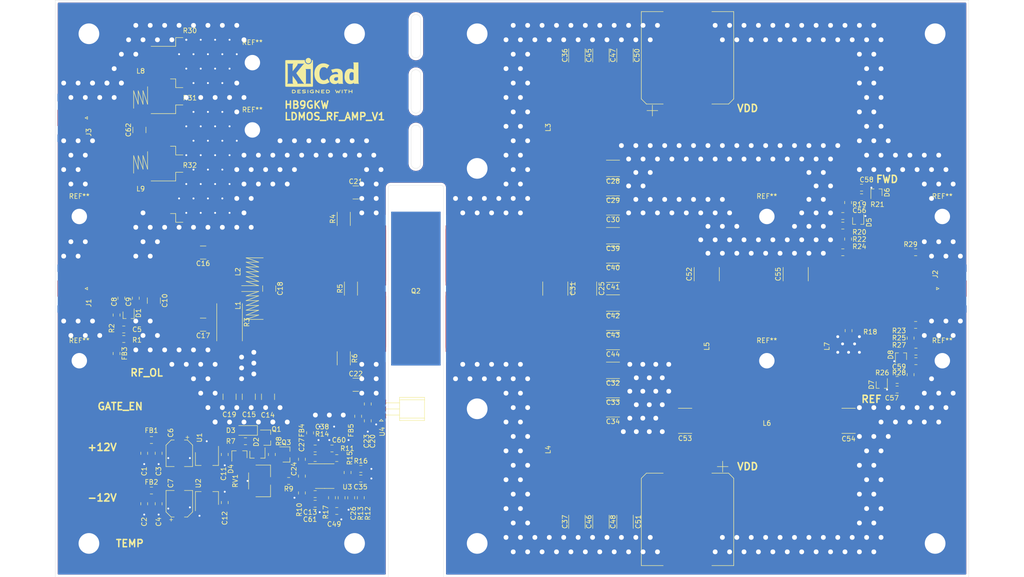
<source format=kicad_pcb>
(kicad_pcb (version 20171130) (host pcbnew "(5.1.5)-3")
  (title_block (title LDMOS_RF_AMP_V1) (date 2020-01-11) (rev A) (company HB9GKW) (comment 1 "A. DIETRICH"))
  (layers (0 F.Cu signal) (31 B.Cu signal) (35 F.Paste user) (37 F.SilkS user) (38 B.Mask user) (39 F.Mask user) (44 Edge.Cuts user))
  (net 0 "")
  (net 1 Earth)
  (net 2 +12V)
  (net 3 -12V)
  (net 4 "Net-(C5-Pad1)")
  (net 5 "Net-(C10-Pad1)")
  (net 6 "Net-(C9-Pad2)")
  (net 7 +5V)
  (net 8 -5V)
  (net 9 GATE)
  (net 10 "Net-(C16-Pad1)")
  (net 11 "Net-(C16-Pad2)")
  (net 12 "Net-(C17-Pad2)")
  (net 13 "Net-(C17-Pad1)")
  (net 14 "Net-(C21-Pad1)")
  (net 15 "Net-(C22-Pad1)")
  (net 16 "Net-(C23-Pad1)")
  (net 17 "Net-(C24-Pad1)")
  (net 18 "Net-(C24-Pad2)")
  (net 19 "Net-(C25-Pad2)")
  (net 20 "Net-(C25-Pad1)")
  (net 21 "Net-(C26-Pad1)")
  (net 22 "Net-(C28-Pad2)")
  (net 23 "Net-(C32-Pad2)")
  (net 24 "Net-(C35-Pad1)")
  (net 25 VDD)
  (net 26 "Net-(C39-Pad1)")
  (net 27 "Net-(C42-Pad1)")
  (net 28 TEMP)
  (net 29 "Net-(C52-Pad1)")
  (net 30 "Net-(C53-Pad1)")
  (net 31 "Net-(C54-Pad1)")
  (net 32 "Net-(C56-Pad1)")
  (net 33 REF)
  (net 34 FWD)
  (net 35 "Net-(C59-Pad1)")
  (net 36 "Net-(D2-Pad2)")
  (net 37 "Net-(D4-Pad1)")
  (net 38 GATE_EN)
  (net 39 "Net-(D7-Pad2)")
  (net 40 "Net-(D7-Pad1)")
  (net 41 RF_OL)
  (net 42 "Net-(L1-Pad2)")
  (net 43 "Net-(Q1-Pad3)")
  (net 44 "Net-(Q2-Pad1)")
  (net 45 "Net-(Q2-Pad2)")
  (net 46 "Net-(Q2-Pad4)")
  (net 47 "Net-(Q2-Pad3)")
  (net 48 "Net-(Q3-Pad1)")
  (net 49 "Net-(R9-Pad2)")
  (net 50 "Net-(R15-Pad1)")
  (net 51 "Net-(R18-Pad1)")
  (net 52 "Net-(R22-Pad1)")
  (net 53 "Net-(C55-Pad1)")
  (net 54 "Net-(C8-Pad2)")
  (net 55 "Net-(D3-Pad1)")
  (net 56 "Net-(D5-Pad3)")
  (net 57 "Net-(D6-Pad1)")
  (net 58 "Net-(D6-Pad2)")
  (net 59 "Net-(D8-Pad3)")
  (net 60 "Net-(FB5-Pad2)")
  (net 61 "Net-(C27-Pad1)")
  (net 62 "Net-(C3-Pad1)")
  (net 63 "Net-(C4-Pad1)")
  (net 64 "Net-(C62-Pad1)")
  (net 65 "Net-(C62-Pad2)")
  (net 66 "Net-(L8-Pad2)")
  (net 67 "Net-(L9-Pad2)")
  (module Symbol:KiCad-Logo2_6mm_SilkScreen (layer F.Cu) (at 90.5 55)
    (fp_text reference REF** hide)
    (fp_text value KiCad-Logo2_6mm_SilkScreen hide)
  )
  (module MountingHole:MountingHole_3.2mm_M3_Pad (layer F.Cu) (at 76 67)
    (fp_text reference REF** (at 0 -4.2) (layer F.SilkS))
    (fp_text value MountingHole_3.2mm_M3_Pad)
    (pad 1 thru_hole circle (at 0 0) (size 6.4 6.4) (drill 3.2) (layers *.Cu *.Mask) (net 1 Earth))
  )
  (module MountingHole:MountingHole_3.2mm_M3_Pad (layer F.Cu) (at 76 53)
    (fp_text reference REF** (at 0 -4.2) (layer F.SilkS))
    (fp_text value MountingHole_3.2mm_M3_Pad)
    (pad 1 thru_hole circle (at 0 0) (size 6.4 6.4) (drill 3.2) (layers *.Cu *.Mask) (net 1 Earth))
  )
  (module RF-AMP-VHF_V1:L_Neosid_Air-Coil_SML_6-10turn_HDM0431A-HDM1031A (layer F.Cu) (at 76 96.5 90)
    (fp_text reference L2 (at 0 -3 90) (layer F.SilkS))
    (fp_text value 820n)
    (pad 1 smd rect (at -2.9 -3.45 90) (size 0.6 1.5) (layers F.Cu F.Paste F.Mask) (net 42 "Net-(L1-Pad2)"))
    (pad 2 smd rect (at 2.9 3.45 90) (size 0.6 1.5) (layers F.Cu F.Paste F.Mask) (net 10 "Net-(C16-Pad1)"))
  )
  (module MountingHole:MountingHole_3.2mm_M3_Pad (layer F.Cu) (at 183 85)
    (fp_text reference REF** (at 0 -4.2) (layer F.SilkS))
    (fp_text value MountingHole_3.2mm_M3_Pad)
    (pad 1 thru_hole circle (at 0 0) (size 6.4 6.4) (drill 3.2) (layers *.Cu *.Mask) (net 1 Earth))
  )
  (module MountingHole:MountingHole_3.2mm_M3_Pad (layer F.Cu) (at 183 115)
    (fp_text reference REF** (at 0 -4.2) (layer F.SilkS))
    (fp_text value MountingHole_3.2mm_M3_Pad)
    (pad 1 thru_hole circle (at 0 0) (size 6.4 6.4) (drill 3.2) (layers *.Cu *.Mask) (net 1 Earth))
  )
  (module MountingHole:MountingHole_3.2mm_M3_Pad (layer F.Cu) (at 40 85)
    (fp_text reference REF** (at 0 -4.2) (layer F.SilkS))
    (fp_text value MountingHole_3.2mm_M3_Pad)
    (pad 1 thru_hole circle (at 0 0) (size 6.4 6.4) (drill 3.2) (layers *.Cu *.Mask) (net 1 Earth))
  )
  (module MountingHole:MountingHole_3.2mm_M3_Pad (layer F.Cu) (at 40 115)
    (fp_text reference REF** (at 0 -4.2) (layer F.SilkS))
    (fp_text value MountingHole_3.2mm_M3_Pad)
    (pad 1 thru_hole circle (at 0 0) (size 6.4 6.4) (drill 3.2) (layers *.Cu *.Mask) (net 1 Earth))
  )
  (module MountingHole:MountingHole_3.2mm_M3_Pad (layer F.Cu) (at 219.5 115)
    (fp_text reference REF** (at 0 -4.2) (layer F.SilkS))
    (fp_text value MountingHole_3.2mm_M3_Pad)
    (pad 1 thru_hole circle (at 0 0) (size 6.4 6.4) (drill 3.2) (layers *.Cu *.Mask) (net 1 Earth))
  )
  (module MountingHole:MountingHole_3.2mm_M3_Pad (layer F.Cu) (at 219.5 85)
    (fp_text reference REF** (at 0 -4.2) (layer F.SilkS))
    (fp_text value MountingHole_3.2mm_M3_Pad)
    (pad 1 thru_hole circle (at 0 0) (size 6.4 6.4) (drill 3.2) (layers *.Cu *.Mask) (net 1 Earth))
  )
  (module MountingHole:MountingHole_4.3mm_M4_Pad (layer F.Cu) (at 218 153)
    (fp_text reference REF** hide)
    (fp_text value MountingHole_4.3mm_M4_Pad hide)
    (pad 1 thru_hole circle (at 0 0) (size 8.6 8.6) (drill 4.3) (layers *.Cu *.Mask) (net 1 Earth))
  )
  (module MountingHole:MountingHole_4.3mm_M4_Pad (layer F.Cu) (at 218 47)
    (fp_text reference REF** hide)
    (fp_text value MountingHole_4.3mm_M4_Pad hide)
    (pad 1 thru_hole circle (at 0 0) (size 8.6 8.6) (drill 4.3) (layers *.Cu *.Mask) (net 1 Earth))
  )
  (module MountingHole:MountingHole_4.3mm_M4_Pad (layer F.Cu) (at 42 47)
    (fp_text reference REF** hide)
    (fp_text value MountingHole_4.3mm_M4_Pad hide)
    (pad 1 thru_hole circle (at 0 0) (size 8.6 8.6) (drill 4.3) (layers *.Cu *.Mask) (net 1 Earth))
  )
  (module MountingHole:MountingHole_4.3mm_M4_Pad (layer F.Cu) (at 42 153)
    (fp_text reference REF** hide)
    (fp_text value MountingHole_4.3mm_M4_Pad hide)
    (pad 1 thru_hole circle (at 0 0) (size 8.6 8.6) (drill 4.3) (layers *.Cu *.Mask) (net 1 Earth))
  )
  (module MountingHole:MountingHole_4.3mm_M4_Pad (layer F.Cu) (at 97.25 153)
    (fp_text reference REF** hide)
    (fp_text value MountingHole_4.3mm_M4_Pad hide)
    (pad 1 thru_hole circle (at 0 0) (size 8.6 8.6) (drill 4.3) (layers *.Cu *.Mask) (net 1 Earth))
  )
  (module MountingHole:MountingHole_4.3mm_M4_Pad (layer F.Cu) (at 122.75 153)
    (fp_text reference REF** hide)
    (fp_text value MountingHole_4.3mm_M4_Pad hide)
    (pad 1 thru_hole circle (at 0 0) (size 8.6 8.6) (drill 4.3) (layers *.Cu *.Mask) (net 1 Earth))
  )
  (module MountingHole:MountingHole_4.3mm_M4_Pad (layer F.Cu) (at 122.75 125)
    (fp_text reference REF** hide)
    (fp_text value MountingHole_4.3mm_M4_Pad hide)
    (pad 1 thru_hole circle (at 0 0) (size 8.6 8.6) (drill 4.3) (layers *.Cu *.Mask) (net 1 Earth))
  )
  (module MountingHole:MountingHole_4.3mm_M4_Pad (layer F.Cu) (at 122.75 75)
    (fp_text reference REF** hide)
    (fp_text value MountingHole_4.3mm_M4_Pad hide)
    (pad 1 thru_hole circle (at 0 0) (size 8.6 8.6) (drill 4.3) (layers *.Cu *.Mask) (net 1 Earth))
  )
  (module MountingHole:MountingHole_4.3mm_M4_Pad (layer F.Cu) (at 122.75 47)
    (fp_text reference REF** hide)
    (fp_text value MountingHole_4.3mm_M4_Pad hide)
    (pad 1 thru_hole circle (at 0 0) (size 8.6 8.6) (drill 4.3) (layers *.Cu *.Mask) (net 1 Earth))
  )
  (module MountingHole:MountingHole_4.3mm_M4_Pad (layer F.Cu) (at 97.25 47)
    (fp_text reference REF** hide)
    (fp_text value MountingHole_4.3mm_M4_Pad hide)
    (pad 1 thru_hole circle (at 0 0) (size 8.6 8.6) (drill 4.3) (layers *.Cu *.Mask) (net 1 Earth))
  )
  (module RF-AMP-VHF_V1:Air_Coil_1 (layer F.Cu) (at 171 112 270)
    (fp_text reference L5 (at 0 0.5 90) (layer F.SilkS))
    (fp_text value L)
    (pad 2 smd roundrect (at 10 0 270) (size 7 4) (layers F.Cu F.Mask) (net 30 "Net-(C53-Pad1)"))
    (pad 1 smd roundrect (at -10 0 270) (size 7 4) (layers F.Cu F.Mask) (net 29 "Net-(C52-Pad1)"))
  )
  (module RF-AMP-VHF_V1:Air_Coil_1 (layer F.Cu) (at 183 127.5)
    (fp_text reference L6 (at 0 0.5) (layer F.SilkS))
    (fp_text value L)
    (pad 2 smd roundrect (at 10 0) (size 7 4) (layers F.Cu F.Mask) (net 31 "Net-(C54-Pad1)"))
    (pad 1 smd roundrect (at -10 0) (size 7 4) (layers F.Cu F.Mask) (net 30 "Net-(C53-Pad1)"))
  )
  (module RF-AMP-VHF_V1:Air_Coil_1 (layer F.Cu) (at 195 112 90)
    (fp_text reference L7 (at 0 0.5 90) (layer F.SilkS))
    (fp_text value L)
    (pad 2 smd roundrect (at 10 0 90) (size 7 4) (layers F.Cu F.Mask) (net 53 "Net-(C55-Pad1)"))
    (pad 1 smd roundrect (at -10 0 90) (size 7 4) (layers F.Cu F.Mask) (net 31 "Net-(C54-Pad1)"))
  )
  (module RF-AMP-VHF_V1:Air_Coil_1 (layer F.Cu) (at 138 66.5 270)
    (fp_text reference L3 (at 0 0.5 90) (layer F.SilkS))
    (fp_text value L)
    (pad 2 smd roundrect (at 10 0 270) (size 7 4) (layers F.Cu F.Mask) (net 22 "Net-(C28-Pad2)"))
    (pad 1 smd roundrect (at -10 0 270) (size 7 4) (layers F.Cu F.Mask) (net 25 VDD))
  )
  (module RF-AMP-VHF_V1:Air_Coil_1 (layer F.Cu) (at 138 133.5 270)
    (fp_text reference L4 (at 0 0.5 90) (layer F.SilkS))
    (fp_text value L)
    (pad 2 smd roundrect (at 10 0 270) (size 7 4) (layers F.Cu F.Mask) (net 25 VDD))
    (pad 1 smd roundrect (at -10 0 270) (size 7 4) (layers F.Cu F.Mask) (net 23 "Net-(C32-Pad2)"))
  )
  (module Package_TO_SOT_THT:TO-92_Inline_W4.0mm_Horizontal_FlatSideDown (layer F.Cu) (at 102.8 126.3 90)
    (fp_text reference U4 (at -3.45 0.2 90) (layer F.SilkS))
    (fp_text value TMP36GT9)
    (pad 2 smd rect (at 1.27 0 90) (size 1 2) (layers F.Cu F.Paste F.Mask) (net 16 "Net-(C23-Pad1)"))
    (pad 3 smd rect (at 2.7 0 90) (size 1 2) (layers F.Cu F.Paste F.Mask) (net 1 Earth))
    (pad 1 smd rect (at -0.2 0 90) (size 1 2) (layers F.Cu F.Paste F.Mask) (net 7 +5V))
  )
  (module Capacitor_SMD:C_0805_2012Metric (layer F.Cu) (at 53.5 134.25 270)
    (fp_text reference C1 (at 3.75 0 90) (layer F.SilkS))
    (fp_text value 100n)
    (pad 1 smd roundrect (at -0.9375 0 270) (size 0.975 1.4) (layers F.Cu F.Paste F.Mask) (net 2 +12V))
    (pad 2 smd roundrect (at 0.9375 0 270) (size 0.975 1.4) (layers F.Cu F.Paste F.Mask) (net 1 Earth))
  )
  (module Capacitor_SMD:C_0805_2012Metric (layer F.Cu) (at 53.5 144.75 270)
    (fp_text reference C2 (at 3.75 0 90) (layer F.SilkS))
    (fp_text value 100n)
    (pad 1 smd roundrect (at -0.9375 0 270) (size 0.975 1.4) (layers F.Cu F.Paste F.Mask) (net 3 -12V))
    (pad 2 smd roundrect (at 0.9375 0 270) (size 0.975 1.4) (layers F.Cu F.Paste F.Mask) (net 1 Earth))
  )
  (module Capacitor_SMD:C_0805_2012Metric (layer F.Cu) (at 56.5 134.25 270)
    (fp_text reference C3 (at 3.75 0 90) (layer F.SilkS))
    (fp_text value 100n)
    (pad 1 smd roundrect (at -0.9375 0 270) (size 0.975 1.4) (layers F.Cu F.Paste F.Mask) (net 62 "Net-(C3-Pad1)"))
    (pad 2 smd roundrect (at 0.9375 0 270) (size 0.975 1.4) (layers F.Cu F.Paste F.Mask) (net 1 Earth))
  )
  (module Capacitor_SMD:C_0805_2012Metric (layer F.Cu) (at 56.5 144.75 270)
    (fp_text reference C4 (at 3.75 0 90) (layer F.SilkS))
    (fp_text value 100n)
    (pad 2 smd roundrect (at 0.9375 0 270) (size 0.975 1.4) (layers F.Cu F.Paste F.Mask) (net 1 Earth))
    (pad 1 smd roundrect (at -0.9375 0 270) (size 0.975 1.4) (layers F.Cu F.Paste F.Mask) (net 63 "Net-(C4-Pad1)"))
  )
  (module Capacitor_SMD:C_0805_2012Metric (layer F.Cu) (at 49.25 108.5)
    (fp_text reference C5 (at 2.75 0) (layer F.SilkS))
    (fp_text value 220p)
    (pad 1 smd roundrect (at -0.9375 0) (size 0.975 1.4) (layers F.Cu F.Paste F.Mask) (net 4 "Net-(C5-Pad1)"))
    (pad 2 smd roundrect (at 0.9375 0) (size 0.975 1.4) (layers F.Cu F.Paste F.Mask) (net 1 Earth))
  )
  (module Capacitor_SMD:CP_Elec_5x5.7 (layer F.Cu) (at 60.8 134.25 270)
    (fp_text reference C6 (at -4.25 1.8 90) (layer F.SilkS))
    (fp_text value 10u)
    (pad 1 smd roundrect (at -2.2 0 270) (size 3 1.6) (layers F.Cu F.Paste F.Mask) (roundrect_rratio 0.15625) (net 62 "Net-(C3-Pad1)"))
    (pad 2 smd roundrect (at 2.2 0 270) (size 3 1.6) (layers F.Cu F.Paste F.Mask) (roundrect_rratio 0.15625) (net 1 Earth))
  )
  (module Capacitor_SMD:CP_Elec_5x5.7 (layer F.Cu) (at 60.8 144.75 90)
    (fp_text reference C7 (at 4.25 -1.8 90) (layer F.SilkS))
    (fp_text value 10u)
    (pad 2 smd roundrect (at 2.2 0 90) (size 3 1.6) (layers F.Cu F.Paste F.Mask) (roundrect_rratio 0.15625) (net 63 "Net-(C4-Pad1)"))
    (pad 1 smd roundrect (at -2.2 0 90) (size 3 1.6) (layers F.Cu F.Paste F.Mask) (roundrect_rratio 0.15625) (net 1 Earth))
  )
  (module Capacitor_SMD:C_0805_2012Metric (layer F.Cu) (at 51.75 102 270)
    (fp_text reference C9 (at 0.75 1.5 90) (layer F.SilkS))
    (fp_text value 1p8)
    (pad 2 smd roundrect (at 0.9375 0 270) (size 0.975 1.4) (layers F.Cu F.Paste F.Mask) (net 6 "Net-(C9-Pad2)"))
    (pad 1 smd roundrect (at -0.9375 0 270) (size 0.975 1.4) (layers F.Cu F.Paste F.Mask) (net 5 "Net-(C10-Pad1)"))
  )
  (module Capacitor_SMD:C_0805_2012Metric (layer F.Cu) (at 48.75 102 270)
    (fp_text reference C8 (at 0.75 1.5 90) (layer F.SilkS))
    (fp_text value 1p8)
    (pad 2 smd roundrect (at 0.9375 0 270) (size 0.975 1.4) (layers F.Cu F.Paste F.Mask) (net 54 "Net-(C8-Pad2)"))
    (pad 1 smd roundrect (at -0.9375 0 270) (size 0.975 1.4) (layers F.Cu F.Paste F.Mask) (net 5 "Net-(C10-Pad1)"))
  )
  (module Capacitor_SMD:C_1210_3225Metric (layer F.Cu) (at 55.5 102.5 270)
    (fp_text reference C10 (at 0 -2.28 90) (layer F.SilkS))
    (fp_text value 1p8)
    (pad 1 smd roundrect (at -1.4 0 270) (size 1.25 2.65) (layers F.Cu F.Paste F.Mask) (roundrect_rratio 0.2) (net 5 "Net-(C10-Pad1)"))
    (pad 2 smd roundrect (at 1.4 0 270) (size 1.25 2.65) (layers F.Cu F.Paste F.Mask) (roundrect_rratio 0.2) (net 1 Earth))
  )
  (module Capacitor_SMD:C_0805_2012Metric (layer F.Cu) (at 70.25 134.5 270)
    (fp_text reference C11 (at 4 0.25 90) (layer F.SilkS))
    (fp_text value 100n)
    (pad 2 smd roundrect (at 0.9375 0 270) (size 0.975 1.4) (layers F.Cu F.Paste F.Mask) (net 1 Earth))
    (pad 1 smd roundrect (at -0.9375 0 270) (size 0.975 1.4) (layers F.Cu F.Paste F.Mask) (net 7 +5V))
  )
  (module Capacitor_SMD:C_0805_2012Metric (layer F.Cu) (at 70.25 144.5 90)
    (fp_text reference C12 (at -3.25 0 90) (layer F.SilkS))
    (fp_text value 100n)
    (pad 2 smd roundrect (at 0.9375 0 90) (size 0.975 1.4) (layers F.Cu F.Paste F.Mask) (net 1 Earth))
    (pad 1 smd roundrect (at -0.9375 0 90) (size 0.975 1.4) (layers F.Cu F.Paste F.Mask) (net 8 -5V))
  )
  (module Capacitor_SMD:C_0805_2012Metric (layer F.Cu) (at 89.05 142.75 180)
    (fp_text reference C13 (at 1.05 -3.75) (layer F.SilkS))
    (fp_text value 100n)
    (pad 2 smd roundrect (at 0.9375 0 180) (size 0.975 1.4) (layers F.Cu F.Paste F.Mask) (net 8 -5V))
    (pad 1 smd roundrect (at -0.9375 0 180) (size 0.975 1.4) (layers F.Cu F.Paste F.Mask) (net 7 +5V))
  )
  (module Capacitor_SMD:C_1210_3225Metric (layer F.Cu) (at 79.25 122.5 270)
    (fp_text reference C14 (at 3.8 0.05 180) (layer F.SilkS))
    (fp_text value 100n)
    (pad 1 smd roundrect (at -1.4 0 270) (size 1.25 2.65) (layers F.Cu F.Paste F.Mask) (roundrect_rratio 0.2) (net 9 GATE))
    (pad 2 smd roundrect (at 1.4 0 270) (size 1.25 2.65) (layers F.Cu F.Paste F.Mask) (roundrect_rratio 0.2) (net 1 Earth))
  )
  (module Capacitor_SMD:C_1210_3225Metric (layer F.Cu) (at 75.25 122.5 270)
    (fp_text reference C15 (at 3.7 -0.05 180) (layer F.SilkS))
    (fp_text value 10n)
    (pad 2 smd roundrect (at 1.4 0 270) (size 1.25 2.65) (layers F.Cu F.Paste F.Mask) (roundrect_rratio 0.2) (net 1 Earth))
    (pad 1 smd roundrect (at -1.4 0 270) (size 1.25 2.65) (layers F.Cu F.Paste F.Mask) (roundrect_rratio 0.2) (net 9 GATE))
  )
  (module Capacitor_SMD:C_1210_3225Metric (layer F.Cu) (at 65.75 92.5 180)
    (fp_text reference C16 (at 0 -2.28) (layer F.SilkS))
    (fp_text value 1n)
    (pad 1 smd roundrect (at -1.4 0 180) (size 1.25 2.65) (layers F.Cu F.Paste F.Mask) (roundrect_rratio 0.2) (net 10 "Net-(C16-Pad1)"))
    (pad 2 smd roundrect (at 1.4 0 180) (size 1.25 2.65) (layers F.Cu F.Paste F.Mask) (roundrect_rratio 0.2) (net 11 "Net-(C16-Pad2)"))
  )
  (module Capacitor_SMD:C_1210_3225Metric (layer F.Cu) (at 65.75 107.5 180)
    (fp_text reference C17 (at 0 -2.28) (layer F.SilkS))
    (fp_text value 1n)
    (pad 2 smd roundrect (at 1.4 0 180) (size 1.25 2.65) (layers F.Cu F.Paste F.Mask) (roundrect_rratio 0.2) (net 12 "Net-(C17-Pad2)"))
    (pad 1 smd roundrect (at -1.4 0 180) (size 1.25 2.65) (layers F.Cu F.Paste F.Mask) (roundrect_rratio 0.2) (net 13 "Net-(C17-Pad1)"))
  )
  (module Capacitor_SMD:C_1210_3225Metric (layer F.Cu) (at 79.5 100 270)
    (fp_text reference C18 (at 0 -2.28 90) (layer F.SilkS))
    (fp_text value 10p)
    (pad 1 smd roundrect (at -1.4 0 270) (size 1.25 2.65) (layers F.Cu F.Paste F.Mask) (roundrect_rratio 0.2) (net 10 "Net-(C16-Pad1)"))
    (pad 2 smd roundrect (at 1.4 0 270) (size 1.25 2.65) (layers F.Cu F.Paste F.Mask) (roundrect_rratio 0.2) (net 13 "Net-(C17-Pad1)"))
  )
  (module Capacitor_SMD:C_1210_3225Metric (layer F.Cu) (at 71.25 122.5 270)
    (fp_text reference C19 (at 3.7 0.05 180) (layer F.SilkS))
    (fp_text value 1n)
    (pad 1 smd roundrect (at -1.4 0 270) (size 1.25 2.65) (layers F.Cu F.Paste F.Mask) (roundrect_rratio 0.2) (net 9 GATE))
    (pad 2 smd roundrect (at 1.4 0 270) (size 1.25 2.65) (layers F.Cu F.Paste F.Mask) (roundrect_rratio 0.2) (net 1 Earth))
  )
  (module Capacitor_SMD:C_0805_2012Metric (layer F.Cu) (at 100 127.5 270)
    (fp_text reference C20 (at 4.25 -1 90) (layer F.SilkS))
    (fp_text value 100n)
    (pad 2 smd roundrect (at 0.9375 0 270) (size 0.975 1.4) (layers F.Cu F.Paste F.Mask) (net 1 Earth))
    (pad 1 smd roundrect (at -0.9375 0 270) (size 0.975 1.4) (layers F.Cu F.Paste F.Mask) (net 7 +5V))
  )
  (module Capacitor_SMD:C_1210_3225Metric (layer F.Cu) (at 97.5 80)
    (fp_text reference C21 (at 0 -2.28) (layer F.SilkS))
    (fp_text value 10n)
    (pad 2 smd roundrect (at 1.4 0) (size 1.25 2.65) (layers F.Cu F.Paste F.Mask) (roundrect_rratio 0.2) (net 1 Earth))
    (pad 1 smd roundrect (at -1.4 0) (size 1.25 2.65) (layers F.Cu F.Paste F.Mask) (roundrect_rratio 0.2) (net 14 "Net-(C21-Pad1)"))
  )
  (module Capacitor_SMD:C_1210_3225Metric (layer F.Cu) (at 97.5 120)
    (fp_text reference C22 (at 0 -2.28) (layer F.SilkS))
    (fp_text value 10n)
    (pad 2 smd roundrect (at 1.4 0) (size 1.25 2.65) (layers F.Cu F.Paste F.Mask) (roundrect_rratio 0.2) (net 1 Earth))
    (pad 1 smd roundrect (at -1.4 0) (size 1.25 2.65) (layers F.Cu F.Paste F.Mask) (roundrect_rratio 0.2) (net 15 "Net-(C22-Pad1)"))
  )
  (module Capacitor_SMD:C_0805_2012Metric (layer F.Cu) (at 100 124 90)
    (fp_text reference C23 (at -7.75 -0.25 90) (layer F.SilkS))
    (fp_text value 100n)
    (pad 1 smd roundrect (at -0.9375 0 90) (size 0.975 1.4) (layers F.Cu F.Paste F.Mask) (net 16 "Net-(C23-Pad1)"))
    (pad 2 smd roundrect (at 0.9375 0 90) (size 0.975 1.4) (layers F.Cu F.Paste F.Mask) (net 1 Earth))
  )
  (module Capacitor_SMD:C_0805_2012Metric (layer F.Cu) (at 86.3 139 90)
    (fp_text reference C24 (at 1.5 -1.65 90) (layer F.SilkS))
    (fp_text value 100n)
    (pad 1 smd roundrect (at -0.9375 0 90) (size 0.975 1.4) (layers F.Cu F.Paste F.Mask) (net 17 "Net-(C24-Pad1)"))
    (pad 2 smd roundrect (at 0.9375 0 90) (size 0.975 1.4) (layers F.Cu F.Paste F.Mask) (net 18 "Net-(C24-Pad2)"))
  )
  (module Capacitor_SMD:C_2220_5650Metric (layer F.Cu) (at 145 100 270)
    (fp_text reference C25 (at 0 -3.65 90) (layer F.SilkS))
    (fp_text value 15p)
    (pad 2 smd roundrect (at 2.55 0 270) (size 1.8 5.4) (layers F.Cu F.Paste F.Mask) (roundrect_rratio 0.138889) (net 19 "Net-(C25-Pad2)"))
    (pad 1 smd roundrect (at -2.55 0 270) (size 1.8 5.4) (layers F.Cu F.Paste F.Mask) (roundrect_rratio 0.138889) (net 20 "Net-(C25-Pad1)"))
  )
  (module Capacitor_SMD:C_0805_2012Metric (layer F.Cu) (at 94.55 143.5 270)
    (fp_text reference C26 (at 3.25 -2.45 90) (layer F.SilkS))
    (fp_text value 100n)
    (pad 2 smd roundrect (at 0.9375 0 270) (size 0.975 1.4) (layers F.Cu F.Paste F.Mask) (net 1 Earth))
    (pad 1 smd roundrect (at -0.9375 0 270) (size 0.975 1.4) (layers F.Cu F.Paste F.Mask) (net 21 "Net-(C26-Pad1)"))
  )
  (module Capacitor_SMD:C_0805_2012Metric (layer F.Cu) (at 86.3 135.5 270)
    (fp_text reference C27 (at -3 0.05 90) (layer F.SilkS))
    (fp_text value 100n)
    (pad 2 smd roundrect (at 0.9375 0 270) (size 0.975 1.4) (layers F.Cu F.Paste F.Mask) (net 18 "Net-(C24-Pad2)"))
    (pad 1 smd roundrect (at -0.9375 0 270) (size 0.975 1.4) (layers F.Cu F.Paste F.Mask) (net 61 "Net-(C27-Pad1)"))
  )
  (module Capacitor_SMD:C_1812_4532Metric (layer F.Cu) (at 151 75 180)
    (fp_text reference C28 (at 0 -2.65) (layer F.SilkS))
    (fp_text value 1n)
    (pad 1 smd roundrect (at -2.1375 0 180) (size 1.125 3.4) (layers F.Cu F.Paste F.Mask) (roundrect_rratio 0.222222) (net 1 Earth))
    (pad 2 smd roundrect (at 2.1375 0 180) (size 1.125 3.4) (layers F.Cu F.Paste F.Mask) (roundrect_rratio 0.222222) (net 22 "Net-(C28-Pad2)"))
  )
  (module Capacitor_SMD:C_1812_4532Metric (layer F.Cu) (at 151 79 180)
    (fp_text reference C29 (at 0 -2.65) (layer F.SilkS))
    (fp_text value 1n)
    (pad 2 smd roundrect (at 2.1375 0 180) (size 1.125 3.4) (layers F.Cu F.Paste F.Mask) (roundrect_rratio 0.222222) (net 22 "Net-(C28-Pad2)"))
    (pad 1 smd roundrect (at -2.1375 0 180) (size 1.125 3.4) (layers F.Cu F.Paste F.Mask) (roundrect_rratio 0.222222) (net 1 Earth))
  )
  (module Capacitor_SMD:C_1812_4532Metric (layer F.Cu) (at 151 83 180)
    (fp_text reference C30 (at 0 -2.65) (layer F.SilkS))
    (fp_text value 470p)
    (pad 2 smd roundrect (at 2.1375 0 180) (size 1.125 3.4) (layers F.Cu F.Paste F.Mask) (roundrect_rratio 0.222222) (net 22 "Net-(C28-Pad2)"))
    (pad 1 smd roundrect (at -2.1375 0 180) (size 1.125 3.4) (layers F.Cu F.Paste F.Mask) (roundrect_rratio 0.222222) (net 1 Earth))
  )
  (module Capacitor_SMD:C_2220_5650Metric (layer F.Cu) (at 139 100 270)
    (fp_text reference C31 (at 0 -3.65 90) (layer F.SilkS))
    (fp_text value 15p)
    (pad 1 smd roundrect (at -2.55 0 270) (size 1.8 5.4) (layers F.Cu F.Paste F.Mask) (roundrect_rratio 0.138889) (net 20 "Net-(C25-Pad1)"))
    (pad 2 smd roundrect (at 2.55 0 270) (size 1.8 5.4) (layers F.Cu F.Paste F.Mask) (roundrect_rratio 0.138889) (net 19 "Net-(C25-Pad2)"))
  )
  (module Capacitor_SMD:C_1812_4532Metric (layer F.Cu) (at 151 117 180)
    (fp_text reference C32 (at 0 -2.65) (layer F.SilkS))
    (fp_text value 470p)
    (pad 1 smd roundrect (at -2.1375 0 180) (size 1.125 3.4) (layers F.Cu F.Paste F.Mask) (roundrect_rratio 0.222222) (net 1 Earth))
    (pad 2 smd roundrect (at 2.1375 0 180) (size 1.125 3.4) (layers F.Cu F.Paste F.Mask) (roundrect_rratio 0.222222) (net 23 "Net-(C32-Pad2)"))
  )
  (module Capacitor_SMD:C_1812_4532Metric (layer F.Cu) (at 151 121 180)
    (fp_text reference C33 (at 0 -2.65) (layer F.SilkS))
    (fp_text value 1n)
    (pad 1 smd roundrect (at -2.1375 0 180) (size 1.125 3.4) (layers F.Cu F.Paste F.Mask) (roundrect_rratio 0.222222) (net 1 Earth))
    (pad 2 smd roundrect (at 2.1375 0 180) (size 1.125 3.4) (layers F.Cu F.Paste F.Mask) (roundrect_rratio 0.222222) (net 23 "Net-(C32-Pad2)"))
  )
  (module Capacitor_SMD:C_1812_4532Metric (layer F.Cu) (at 151 125 180)
    (fp_text reference C34 (at 0 -2.65) (layer F.SilkS))
    (fp_text value 1n)
    (pad 1 smd roundrect (at -2.1375 0 180) (size 1.125 3.4) (layers F.Cu F.Paste F.Mask) (roundrect_rratio 0.222222) (net 1 Earth))
    (pad 2 smd roundrect (at 2.1375 0 180) (size 1.125 3.4) (layers F.Cu F.Paste F.Mask) (roundrect_rratio 0.222222) (net 23 "Net-(C32-Pad2)"))
  )
  (module Capacitor_SMD:C_0805_2012Metric (layer F.Cu) (at 98.55 139.5)
    (fp_text reference C35 (at -0.05 1.75) (layer F.SilkS))
    (fp_text value 100n)
    (pad 1 smd roundrect (at -0.9375 0) (size 0.975 1.4) (layers F.Cu F.Paste F.Mask) (net 24 "Net-(C35-Pad1)"))
    (pad 2 smd roundrect (at 0.9375 0) (size 0.975 1.4) (layers F.Cu F.Paste F.Mask) (net 1 Earth))
  )
  (module Capacitor_SMD:C_1812_4532Metric (layer F.Cu) (at 143.5 51.5 90)
    (fp_text reference C36 (at 0 -2.5 90) (layer F.SilkS))
    (fp_text value 1n)
    (pad 2 smd roundrect (at 2.1375 0 90) (size 1.125 3.4) (layers F.Cu F.Paste F.Mask) (roundrect_rratio 0.222222) (net 1 Earth))
    (pad 1 smd roundrect (at -2.1375 0 90) (size 1.125 3.4) (layers F.Cu F.Paste F.Mask) (roundrect_rratio 0.222222) (net 25 VDD))
  )
  (module Capacitor_SMD:C_1812_4532Metric (layer F.Cu) (at 143.5 148.5 270)
    (fp_text reference C37 (at 0 2.5 90) (layer F.SilkS))
    (fp_text value 1n)
    (pad 2 smd roundrect (at 2.1375 0 270) (size 1.125 3.4) (layers F.Cu F.Paste F.Mask) (roundrect_rratio 0.222222) (net 1 Earth))
    (pad 1 smd roundrect (at -2.1375 0 270) (size 1.125 3.4) (layers F.Cu F.Paste F.Mask) (roundrect_rratio 0.222222) (net 25 VDD))
  )
  (module Capacitor_SMD:C_0805_2012Metric (layer F.Cu) (at 89.05 133.25)
    (fp_text reference C38 (at 1.45 -4.5) (layer F.SilkS))
    (fp_text value 100n)
    (pad 1 smd roundrect (at -0.9375 0) (size 0.975 1.4) (layers F.Cu F.Paste F.Mask) (net 61 "Net-(C27-Pad1)"))
    (pad 2 smd roundrect (at 0.9375 0) (size 0.975 1.4) (layers F.Cu F.Paste F.Mask) (net 1 Earth))
  )
  (module Capacitor_SMD:C_1812_4532Metric (layer F.Cu) (at 151 89 180)
    (fp_text reference C39 (at 0 -2.65) (layer F.SilkS))
    (fp_text value 470p)
    (pad 2 smd roundrect (at 2.1375 0 180) (size 1.125 3.4) (layers F.Cu F.Paste F.Mask) (roundrect_rratio 0.222222) (net 20 "Net-(C25-Pad1)"))
    (pad 1 smd roundrect (at -2.1375 0 180) (size 1.125 3.4) (layers F.Cu F.Paste F.Mask) (roundrect_rratio 0.222222) (net 26 "Net-(C39-Pad1)"))
  )
  (module Capacitor_SMD:C_1812_4532Metric (layer F.Cu) (at 151 93 180)
    (fp_text reference C40 (at 0 -2.65) (layer F.SilkS))
    (fp_text value 470p)
    (pad 2 smd roundrect (at 2.1375 0 180) (size 1.125 3.4) (layers F.Cu F.Paste F.Mask) (roundrect_rratio 0.222222) (net 20 "Net-(C25-Pad1)"))
    (pad 1 smd roundrect (at -2.1375 0 180) (size 1.125 3.4) (layers F.Cu F.Paste F.Mask) (roundrect_rratio 0.222222) (net 26 "Net-(C39-Pad1)"))
  )
  (module Capacitor_SMD:C_1812_4532Metric (layer F.Cu) (at 151 97 180)
    (fp_text reference C41 (at 0 -2.65) (layer F.SilkS))
    (fp_text value 470p)
    (pad 2 smd roundrect (at 2.1375 0 180) (size 1.125 3.4) (layers F.Cu F.Paste F.Mask) (roundrect_rratio 0.222222) (net 20 "Net-(C25-Pad1)"))
    (pad 1 smd roundrect (at -2.1375 0 180) (size 1.125 3.4) (layers F.Cu F.Paste F.Mask) (roundrect_rratio 0.222222) (net 26 "Net-(C39-Pad1)"))
  )
  (module Capacitor_SMD:C_1812_4532Metric (layer F.Cu) (at 151 103 180)
    (fp_text reference C42 (at 0 -2.65) (layer F.SilkS))
    (fp_text value 470p)
    (pad 1 smd roundrect (at -2.1375 0 180) (size 1.125 3.4) (layers F.Cu F.Paste F.Mask) (roundrect_rratio 0.222222) (net 27 "Net-(C42-Pad1)"))
    (pad 2 smd roundrect (at 2.1375 0 180) (size 1.125 3.4) (layers F.Cu F.Paste F.Mask) (roundrect_rratio 0.222222) (net 19 "Net-(C25-Pad2)"))
  )
  (module Capacitor_SMD:C_1812_4532Metric (layer F.Cu) (at 151 107 180)
    (fp_text reference C43 (at 0 -2.65) (layer F.SilkS))
    (fp_text value 470p)
    (pad 1 smd roundrect (at -2.1375 0 180) (size 1.125 3.4) (layers F.Cu F.Paste F.Mask) (roundrect_rratio 0.222222) (net 27 "Net-(C42-Pad1)"))
    (pad 2 smd roundrect (at 2.1375 0 180) (size 1.125 3.4) (layers F.Cu F.Paste F.Mask) (roundrect_rratio 0.222222) (net 19 "Net-(C25-Pad2)"))
  )
  (module Capacitor_SMD:C_1812_4532Metric (layer F.Cu) (at 151 111 180)
    (fp_text reference C44 (at 0 -2.65) (layer F.SilkS))
    (fp_text value 470p)
    (pad 1 smd roundrect (at -2.1375 0 180) (size 1.125 3.4) (layers F.Cu F.Paste F.Mask) (roundrect_rratio 0.222222) (net 27 "Net-(C42-Pad1)"))
    (pad 2 smd roundrect (at 2.1375 0 180) (size 1.125 3.4) (layers F.Cu F.Paste F.Mask) (roundrect_rratio 0.222222) (net 19 "Net-(C25-Pad2)"))
  )
  (module Capacitor_SMD:C_1812_4532Metric (layer F.Cu) (at 148.5 51.5 90)
    (fp_text reference C45 (at 0 -2.5 90) (layer F.SilkS))
    (fp_text value 10n)
    (pad 2 smd roundrect (at 2.1375 0 90) (size 1.125 3.4) (layers F.Cu F.Paste F.Mask) (roundrect_rratio 0.222222) (net 1 Earth))
    (pad 1 smd roundrect (at -2.1375 0 90) (size 1.125 3.4) (layers F.Cu F.Paste F.Mask) (roundrect_rratio 0.222222) (net 25 VDD))
  )
  (module Capacitor_SMD:C_1812_4532Metric (layer F.Cu) (at 148.5 148.5 270)
    (fp_text reference C46 (at 0 2.5 90) (layer F.SilkS))
    (fp_text value 10n)
    (pad 1 smd roundrect (at -2.1375 0 270) (size 1.125 3.4) (layers F.Cu F.Paste F.Mask) (roundrect_rratio 0.222222) (net 25 VDD))
    (pad 2 smd roundrect (at 2.1375 0 270) (size 1.125 3.4) (layers F.Cu F.Paste F.Mask) (roundrect_rratio 0.222222) (net 1 Earth))
  )
  (module Capacitor_SMD:C_1812_4532Metric (layer F.Cu) (at 153.5 51.5 90)
    (fp_text reference C47 (at 0 -2.5 90) (layer F.SilkS))
    (fp_text value 100n)
    (pad 1 smd roundrect (at -2.1375 0 90) (size 1.125 3.4) (layers F.Cu F.Paste F.Mask) (roundrect_rratio 0.222222) (net 25 VDD))
    (pad 2 smd roundrect (at 2.1375 0 90) (size 1.125 3.4) (layers F.Cu F.Paste F.Mask) (roundrect_rratio 0.222222) (net 1 Earth))
  )
  (module Capacitor_SMD:C_1812_4532Metric (layer F.Cu) (at 153.5 148.5 270)
    (fp_text reference C48 (at 0 2.5 90) (layer F.SilkS))
    (fp_text value 100n)
    (pad 2 smd roundrect (at 2.1375 0 270) (size 1.125 3.4) (layers F.Cu F.Paste F.Mask) (roundrect_rratio 0.222222) (net 1 Earth))
    (pad 1 smd roundrect (at -2.1375 0 270) (size 1.125 3.4) (layers F.Cu F.Paste F.Mask) (roundrect_rratio 0.222222) (net 25 VDD))
  )
  (module Capacitor_SMD:C_0805_2012Metric (layer F.Cu) (at 93.55 146.25)
    (fp_text reference C49 (at -0.55 2.75) (layer F.SilkS))
    (fp_text value 100n)
    (pad 2 smd roundrect (at 0.9375 0) (size 0.975 1.4) (layers F.Cu F.Paste F.Mask) (net 1 Earth))
    (pad 1 smd roundrect (at -0.9375 0) (size 0.975 1.4) (layers F.Cu F.Paste F.Mask) (net 28 TEMP))
  )
  (module Capacitor_SMD:CP_Elec_18x22 (layer F.Cu) (at 166.5 52 90)
    (fp_text reference C50 (at 0.5 -10.5 90) (layer F.SilkS))
    (fp_text value 220u)
    (pad 1 smd roundrect (at -6.75 0 90) (size 8.8 9.6) (layers F.Cu F.Paste F.Mask) (roundrect_rratio 0.028409) (net 25 VDD))
    (pad 2 smd roundrect (at 6.75 0 90) (size 8.8 9.6) (layers F.Cu F.Paste F.Mask) (roundrect_rratio 0.028409) (net 1 Earth))
  )
  (module Capacitor_SMD:CP_Elec_18x22 (layer F.Cu) (at 166.5 148 270)
    (fp_text reference C51 (at 0.5 10.25 90) (layer F.SilkS))
    (fp_text value 220u)
    (pad 2 smd roundrect (at 6.75 0 270) (size 8.8 9.6) (layers F.Cu F.Paste F.Mask) (roundrect_rratio 0.028409) (net 1 Earth))
    (pad 1 smd roundrect (at -6.75 0 270) (size 8.8 9.6) (layers F.Cu F.Paste F.Mask) (roundrect_rratio 0.028409) (net 25 VDD))
  )
  (module Capacitor_SMD:C_2220_5650Metric (layer F.Cu) (at 170.5 97 90)
    (fp_text reference C52 (at 0 -3.65 90) (layer F.SilkS))
    (fp_text value 1p8)
    (pad 1 smd roundrect (at -2.55 0 90) (size 1.8 5.4) (layers F.Cu F.Paste F.Mask) (roundrect_rratio 0.138889) (net 29 "Net-(C52-Pad1)"))
    (pad 2 smd roundrect (at 2.55 0 90) (size 1.8 5.4) (layers F.Cu F.Paste F.Mask) (roundrect_rratio 0.138889) (net 1 Earth))
  )
  (module Capacitor_SMD:C_2220_5650Metric (layer F.Cu) (at 166 127.5 180)
    (fp_text reference C53 (at 0 -3.65) (layer F.SilkS))
    (fp_text value 1p8)
    (pad 1 smd roundrect (at -2.55 0 180) (size 1.8 5.4) (layers F.Cu F.Paste F.Mask) (roundrect_rratio 0.138889) (net 30 "Net-(C53-Pad1)"))
    (pad 2 smd roundrect (at 2.55 0 180) (size 1.8 5.4) (layers F.Cu F.Paste F.Mask) (roundrect_rratio 0.138889) (net 1 Earth))
  )
  (module Capacitor_SMD:C_2220_5650Metric (layer F.Cu) (at 200 127.5)
    (fp_text reference C54 (at 0 3.75) (layer F.SilkS))
    (fp_text value 1p8)
    (pad 2 smd roundrect (at 2.55 0) (size 1.8 5.4) (layers F.Cu F.Paste F.Mask) (roundrect_rratio 0.138889) (net 1 Earth))
    (pad 1 smd roundrect (at -2.55 0) (size 1.8 5.4) (layers F.Cu F.Paste F.Mask) (roundrect_rratio 0.138889) (net 31 "Net-(C54-Pad1)"))
  )
  (module Capacitor_SMD:C_0805_2012Metric (layer F.Cu) (at 198.8 84.9 180)
    (fp_text reference C56 (at -3.45 1.15) (layer F.SilkS))
    (fp_text value 330p)
    (pad 1 smd roundrect (at -0.9375 0 180) (size 0.975 1.4) (layers F.Cu F.Paste F.Mask) (net 32 "Net-(C56-Pad1)"))
    (pad 2 smd roundrect (at 0.9375 0 180) (size 0.975 1.4) (layers F.Cu F.Paste F.Mask) (net 1 Earth))
  )
  (module Capacitor_SMD:C_0805_2012Metric (layer F.Cu) (at 210.1 121 180)
    (fp_text reference C57 (at 1.1 -1.75) (layer F.SilkS))
    (fp_text value 330p)
    (pad 1 smd roundrect (at -0.9375 0 180) (size 0.975 1.4) (layers F.Cu F.Paste F.Mask) (net 33 REF))
    (pad 2 smd roundrect (at 0.9375 0 180) (size 0.975 1.4) (layers F.Cu F.Paste F.Mask) (net 1 Earth))
  )
  (module Capacitor_SMD:C_0805_2012Metric (layer F.Cu) (at 202.7 79)
    (fp_text reference C58 (at 1.05 -1.65) (layer F.SilkS))
    (fp_text value 330p)
    (pad 2 smd roundrect (at 0.9375 0) (size 0.975 1.4) (layers F.Cu F.Paste F.Mask) (net 1 Earth))
    (pad 1 smd roundrect (at -0.9375 0) (size 0.975 1.4) (layers F.Cu F.Paste F.Mask) (net 34 FWD))
  )
  (module Capacitor_SMD:C_0805_2012Metric (layer F.Cu) (at 214 115.1)
    (fp_text reference C59 (at -3.5 1.15) (layer F.SilkS))
    (fp_text value 330p)
    (pad 1 smd roundrect (at -0.9375 0) (size 0.975 1.4) (layers F.Cu F.Paste F.Mask) (net 35 "Net-(C59-Pad1)"))
    (pad 2 smd roundrect (at 0.9375 0) (size 0.975 1.4) (layers F.Cu F.Paste F.Mask) (net 1 Earth))
  )
  (module Diode_SMD:D_SOT-23_ANK (layer F.Cu) (at 77.05 134.5 270)
    (fp_text reference D2 (at -2.6 0.25 90) (layer F.SilkS))
    (fp_text value BZX84C33)
    (pad 2 smd rect (at -1 -0.95 270) (size 0.9 0.8) (layers F.Cu F.Paste F.Mask) (net 36 "Net-(D2-Pad2)"))
    (pad "" smd rect (at -1 0.95 270) (size 0.9 0.8) (layers F.Cu F.Paste F.Mask))
    (pad 1 smd rect (at 1 0 270) (size 0.9 0.8) (layers F.Cu F.Paste F.Mask) (net 7 +5V))
  )
  (module Diode_SMD:D_SOT-23_ANK (layer F.Cu) (at 73.3 134.5 90)
    (fp_text reference D4 (at -3 -1.8 90) (layer F.SilkS))
    (fp_text value BZX84C33)
    (pad 1 smd rect (at 1 0 90) (size 0.9 0.8) (layers F.Cu F.Paste F.Mask) (net 37 "Net-(D4-Pad1)"))
    (pad "" smd rect (at -1 0.95 90) (size 0.9 0.8) (layers F.Cu F.Paste F.Mask))
    (pad 2 smd rect (at -1 -0.95 90) (size 0.9 0.8) (layers F.Cu F.Paste F.Mask) (net 8 -5V))
  )
  (module Resistor_SMD:R_0805_2012Metric (layer F.Cu) (at 55 131.5 180)
    (fp_text reference FB1 (at 0 2) (layer F.SilkS))
    (fp_text value BLM21BD102)
    (pad 1 smd roundrect (at -0.9375 0 180) (size 0.975 1.4) (layers F.Cu F.Paste F.Mask) (net 62 "Net-(C3-Pad1)"))
    (pad 2 smd roundrect (at 0.9375 0 180) (size 0.975 1.4) (layers F.Cu F.Paste F.Mask) (net 2 +12V))
  )
  (module Resistor_SMD:R_0805_2012Metric (layer F.Cu) (at 55 142 180)
    (fp_text reference FB2 (at 0 1.75) (layer F.SilkS))
    (fp_text value BLM21BD102)
    (pad 1 smd roundrect (at -0.9375 0 180) (size 0.975 1.4) (layers F.Cu F.Paste F.Mask) (net 63 "Net-(C4-Pad1)"))
    (pad 2 smd roundrect (at 0.9375 0 180) (size 0.975 1.4) (layers F.Cu F.Paste F.Mask) (net 3 -12V))
  )
  (module Resistor_SMD:R_0805_2012Metric (layer F.Cu) (at 47.75 113.5 270)
    (fp_text reference FB3 (at 0 -1.65 90) (layer F.SilkS))
    (fp_text value BLM21BD102)
    (pad 2 smd roundrect (at 0.9375 0 270) (size 0.975 1.4) (layers F.Cu F.Paste F.Mask) (net 41 RF_OL))
    (pad 1 smd roundrect (at -0.9375 0 270) (size 0.975 1.4) (layers F.Cu F.Paste F.Mask) (net 4 "Net-(C5-Pad1)"))
  )
  (module Connector_Coaxial:SMA_Amphenol_132289_EdgeMount (layer F.Cu) (at 38 100 180)
    (fp_text reference J1 (at -3.96 -3 90) (layer F.SilkS))
    (fp_text value "RF IN")
    (pad 2 smd rect (at 0 4.25 270) (size 1.5 5.08) (layers B.Cu B.Paste B.Mask) (net 1 Earth))
    (pad 2 smd rect (at 0 -4.25 270) (size 1.5 5.08) (layers B.Cu B.Paste B.Mask) (net 1 Earth))
    (pad 2 smd rect (at 0 4.25 270) (size 1.5 5.08) (layers F.Cu F.Paste F.Mask) (net 1 Earth))
    (pad 2 smd rect (at 0 -4.25 270) (size 1.5 5.08) (layers F.Cu F.Paste F.Mask) (net 1 Earth))
    (pad 1 smd rect (at 0 0 270) (size 3.37 5.08) (layers F.Cu F.Paste F.Mask) (net 5 "Net-(C10-Pad1)"))
  )
  (module Connector_Coaxial:SMA_Amphenol_132289_EdgeMount (layer F.Cu) (at 222 100)
    (fp_text reference J2 (at -3.96 -3 90) (layer F.SilkS))
    (fp_text value "RF OUT")
    (pad 1 smd rect (at 0 0 90) (size 3.37 5.08) (layers F.Cu F.Paste F.Mask) (net 53 "Net-(C55-Pad1)"))
    (pad 2 smd rect (at 0 -4.25 90) (size 1.5 5.08) (layers F.Cu F.Paste F.Mask) (net 1 Earth))
    (pad 2 smd rect (at 0 4.25 90) (size 1.5 5.08) (layers F.Cu F.Paste F.Mask) (net 1 Earth))
    (pad 2 smd rect (at 0 -4.25 90) (size 1.5 5.08) (layers B.Cu B.Paste B.Mask) (net 1 Earth))
    (pad 2 smd rect (at 0 4.25 90) (size 1.5 5.08) (layers B.Cu B.Paste B.Mask) (net 1 Earth))
  )
  (module Package_TO_SOT_SMD:SOT-23 (layer F.Cu) (at 79.05 131)
    (fp_text reference Q1 (at 1.95 -1.75) (layer F.SilkS))
    (fp_text value BC857)
    (pad 1 smd rect (at -1 -0.95) (size 0.9 0.8) (layers F.Cu F.Paste F.Mask) (net 55 "Net-(D3-Pad1)"))
    (pad 2 smd rect (at -1 0.95) (size 0.9 0.8) (layers F.Cu F.Paste F.Mask) (net 36 "Net-(D2-Pad2)"))
    (pad 3 smd rect (at 1 0) (size 0.9 0.8) (layers F.Cu F.Paste F.Mask) (net 43 "Net-(Q1-Pad3)"))
  )
  (module RF-AMP-VHF_V1:SOT-539 (layer F.Cu) (at 110 100)
    (fp_text reference Q2 (at 0 0.5) (layer F.SilkS))
    (fp_text value BLF189XRA)
    (pad 1 smd rect (at 8.7 -6.9) (size 5 12.5) (layers F.Cu F.Mask) (net 44 "Net-(Q2-Pad1)"))
    (pad 2 smd rect (at 8.7 6.9) (size 5 12.5) (layers F.Cu F.Mask) (net 45 "Net-(Q2-Pad2)"))
    (pad 4 smd rect (at -8.7 6.9) (size 5 12.5) (layers F.Cu F.Mask) (net 46 "Net-(Q2-Pad4)"))
    (pad 3 smd rect (at -8.7 -6.9) (size 5 12.5) (layers F.Cu F.Mask) (net 47 "Net-(Q2-Pad3)"))
    (pad 5 smd rect (at 0 0) (size 10.3 32) (layers B.Cu F.Mask) (net 1 Earth))
  )
  (module Package_TO_SOT_SMD:SOT-23 (layer F.Cu) (at 83.05 134.5)
    (fp_text reference Q3 (at 0 -2.5) (layer F.SilkS))
    (fp_text value BC847)
    (pad 3 smd rect (at 1 0) (size 0.9 0.8) (layers F.Cu F.Paste F.Mask) (net 17 "Net-(C24-Pad1)"))
    (pad 2 smd rect (at -1 0.95) (size 0.9 0.8) (layers F.Cu F.Paste F.Mask) (net 37 "Net-(D4-Pad1)"))
    (pad 1 smd rect (at -1 -0.95) (size 0.9 0.8) (layers F.Cu F.Paste F.Mask) (net 48 "Net-(Q3-Pad1)"))
  )
  (module Resistor_SMD:R_0805_2012Metric (layer F.Cu) (at 49.25 110.5)
    (fp_text reference R1 (at 2.75 0.2) (layer F.SilkS))
    (fp_text value 4k7)
    (pad 1 smd roundrect (at -0.9375 0) (size 0.975 1.4) (layers F.Cu F.Paste F.Mask) (net 4 "Net-(C5-Pad1)"))
    (pad 2 smd roundrect (at 0.9375 0) (size 0.975 1.4) (layers F.Cu F.Paste F.Mask) (net 1 Earth))
  )
  (module Resistor_SMD:R_0805_2012Metric (layer F.Cu) (at 47.75 105.5 270)
    (fp_text reference R2 (at 2.75 1 90) (layer F.SilkS))
    (fp_text value 470)
    (pad 1 smd roundrect (at -0.9375 0 270) (size 0.975 1.4) (layers F.Cu F.Paste F.Mask) (net 54 "Net-(C8-Pad2)"))
    (pad 2 smd roundrect (at 0.9375 0 270) (size 0.975 1.4) (layers F.Cu F.Paste F.Mask) (net 4 "Net-(C5-Pad1)"))
  )
  (module Resistor_SMD:R_4020_10251Metric (layer F.Cu) (at 71.25 107 270)
    (fp_text reference R3 (at 0 -3.6 90) (layer F.SilkS))
    (fp_text value 10)
    (pad 1 smd roundrect (at -4.8125 0 270) (size 1.475 5.3) (layers F.Cu F.Paste F.Mask) (roundrect_rratio 0.169492) (net 42 "Net-(L1-Pad2)"))
    (pad 2 smd roundrect (at 4.8125 0 270) (size 1.475 5.3) (layers F.Cu F.Paste F.Mask) (roundrect_rratio 0.169492) (net 9 GATE))
  )
  (module Resistor_SMD:R_2010_5025Metric (layer F.Cu) (at 95 85.5 90)
    (fp_text reference R4 (at 0 -2.28 90) (layer F.SilkS))
    (fp_text value 10)
    (pad 1 smd roundrect (at -2.25 0 90) (size 1.35 2.65) (layers F.Cu F.Paste F.Mask) (roundrect_rratio 0.185185) (net 47 "Net-(Q2-Pad3)"))
    (pad 2 smd roundrect (at 2.25 0 90) (size 1.35 2.65) (layers F.Cu F.Paste F.Mask) (roundrect_rratio 0.185185) (net 14 "Net-(C21-Pad1)"))
  )
  (module Resistor_SMD:R_2010_5025Metric (layer F.Cu) (at 96.5 100 90)
    (fp_text reference R5 (at 0 -2.28 90) (layer F.SilkS))
    (fp_text value 50)
    (pad 2 smd roundrect (at 2.25 0 90) (size 1.35 2.65) (layers F.Cu F.Paste F.Mask) (roundrect_rratio 0.185185) (net 47 "Net-(Q2-Pad3)"))
    (pad 1 smd roundrect (at -2.25 0 90) (size 1.35 2.65) (layers F.Cu F.Paste F.Mask) (roundrect_rratio 0.185185) (net 46 "Net-(Q2-Pad4)"))
  )
  (module Resistor_SMD:R_2010_5025Metric (layer F.Cu) (at 95 114.5 270)
    (fp_text reference R6 (at 0 -2.28 90) (layer F.SilkS))
    (fp_text value 10)
    (pad 1 smd roundrect (at -2.25 0 270) (size 1.35 2.65) (layers F.Cu F.Paste F.Mask) (roundrect_rratio 0.185185) (net 46 "Net-(Q2-Pad4)"))
    (pad 2 smd roundrect (at 2.25 0 270) (size 1.35 2.65) (layers F.Cu F.Paste F.Mask) (roundrect_rratio 0.185185) (net 15 "Net-(C22-Pad1)"))
  )
  (module Resistor_SMD:R_0805_2012Metric (layer F.Cu) (at 74.55 131.75)
    (fp_text reference R7 (at -3.05 0) (layer F.SilkS))
    (fp_text value 47k)
    (pad 2 smd roundrect (at 0.9375 0) (size 0.975 1.4) (layers F.Cu F.Paste F.Mask) (net 55 "Net-(D3-Pad1)"))
    (pad 1 smd roundrect (at -0.9375 0) (size 0.975 1.4) (layers F.Cu F.Paste F.Mask) (net 37 "Net-(D4-Pad1)"))
  )
  (module Resistor_SMD:R_0805_2012Metric (layer F.Cu) (at 80.05 134.5 90)
    (fp_text reference R8 (at 2.75 1.45 90) (layer F.SilkS))
    (fp_text value 47k)
    (pad 1 smd roundrect (at -0.9375 0 90) (size 0.975 1.4) (layers F.Cu F.Paste F.Mask) (net 48 "Net-(Q3-Pad1)"))
    (pad 2 smd roundrect (at 0.9375 0 90) (size 0.975 1.4) (layers F.Cu F.Paste F.Mask) (net 43 "Net-(Q1-Pad3)"))
  )
  (module Resistor_SMD:R_0805_2012Metric (layer F.Cu) (at 83.55 140 180)
    (fp_text reference R9 (at 0 -1.65) (layer F.SilkS))
    (fp_text value 47k)
    (pad 2 smd roundrect (at 0.9375 0 180) (size 0.975 1.4) (layers F.Cu F.Paste F.Mask) (net 49 "Net-(R9-Pad2)"))
    (pad 1 smd roundrect (at -0.9375 0 180) (size 0.975 1.4) (layers F.Cu F.Paste F.Mask) (net 17 "Net-(C24-Pad1)"))
  )
  (module Resistor_SMD:R_0805_2012Metric (layer F.Cu) (at 86.3 142.5 270)
    (fp_text reference R10 (at 3.5 0.55 90) (layer F.SilkS))
    (fp_text value 100k)
    (pad 2 smd roundrect (at 0.9375 0 270) (size 0.975 1.4) (layers F.Cu F.Paste F.Mask) (net 1 Earth))
    (pad 1 smd roundrect (at -0.9375 0 270) (size 0.975 1.4) (layers F.Cu F.Paste F.Mask) (net 17 "Net-(C24-Pad1)"))
  )
  (module Resistor_SMD:R_0805_2012Metric (layer F.Cu) (at 93.55 135.25)
    (fp_text reference R11 (at 2.2 -2) (layer F.SilkS))
    (fp_text value 490k)
    (pad 1 smd roundrect (at -0.9375 0) (size 0.975 1.4) (layers F.Cu F.Paste F.Mask) (net 18 "Net-(C24-Pad2)"))
    (pad 2 smd roundrect (at 0.9375 0) (size 0.975 1.4) (layers F.Cu F.Paste F.Mask) (net 60 "Net-(FB5-Pad2)"))
  )
  (module Resistor_SMD:R_0805_2012Metric (layer F.Cu) (at 98.55 143.5 90)
    (fp_text reference R12 (at -3.25 1.45 90) (layer F.SilkS))
    (fp_text value 100k)
    (pad 2 smd roundrect (at 0.9375 0 90) (size 0.975 1.4) (layers F.Cu F.Paste F.Mask) (net 60 "Net-(FB5-Pad2)"))
    (pad 1 smd roundrect (at -0.9375 0 90) (size 0.975 1.4) (layers F.Cu F.Paste F.Mask) (net 21 "Net-(C26-Pad1)"))
  )
  (module Resistor_SMD:R_0805_2012Metric (layer F.Cu) (at 96.55 143.5 270)
    (fp_text reference R13 (at 3.25 -1.95 90) (layer F.SilkS))
    (fp_text value 220k)
    (pad 1 smd roundrect (at -0.9375 0 270) (size 0.975 1.4) (layers F.Cu F.Paste F.Mask) (net 21 "Net-(C26-Pad1)"))
    (pad 2 smd roundrect (at 0.9375 0 270) (size 0.975 1.4) (layers F.Cu F.Paste F.Mask) (net 1 Earth))
  )
  (module Resistor_SMD:R_0805_2012Metric (layer F.Cu) (at 89.05 135.25)
    (fp_text reference R14 (at 1.45 -5) (layer F.SilkS))
    (fp_text value 100k)
    (pad 2 smd roundrect (at 0.9375 0) (size 0.975 1.4) (layers F.Cu F.Paste F.Mask) (net 18 "Net-(C24-Pad2)"))
    (pad 1 smd roundrect (at -0.9375 0) (size 0.975 1.4) (layers F.Cu F.Paste F.Mask) (net 61 "Net-(C27-Pad1)"))
  )
  (module Resistor_SMD:R_0805_2012Metric (layer F.Cu) (at 95.8 138.25 270)
    (fp_text reference R15 (at -3 -0.45 90) (layer F.SilkS))
    (fp_text value 220k)
    (pad 2 smd roundrect (at 0.9375 0 270) (size 0.975 1.4) (layers F.Cu F.Paste F.Mask) (net 24 "Net-(C35-Pad1)"))
    (pad 1 smd roundrect (at -0.9375 0 270) (size 0.975 1.4) (layers F.Cu F.Paste F.Mask) (net 50 "Net-(R15-Pad1)"))
  )
  (module Resistor_SMD:R_0805_2012Metric (layer F.Cu) (at 98.55 137.5)
    (fp_text reference R16 (at 0 -1.65) (layer F.SilkS))
    (fp_text value 100k)
    (pad 1 smd roundrect (at -0.9375 0) (size 0.975 1.4) (layers F.Cu F.Paste F.Mask) (net 24 "Net-(C35-Pad1)"))
    (pad 2 smd roundrect (at 0.9375 0) (size 0.975 1.4) (layers F.Cu F.Paste F.Mask) (net 1 Earth))
  )
  (module Resistor_SMD:R_0805_2012Metric (layer F.Cu) (at 92.55 143.5 90)
    (fp_text reference R17 (at -3 -1.3 90) (layer F.SilkS))
    (fp_text value 330)
    (pad 2 smd roundrect (at 0.9375 0 90) (size 0.975 1.4) (layers F.Cu F.Paste F.Mask) (net 50 "Net-(R15-Pad1)"))
    (pad 1 smd roundrect (at -0.9375 0 90) (size 0.975 1.4) (layers F.Cu F.Paste F.Mask) (net 28 TEMP))
  )
  (module Resistor_SMD:R_0805_2012Metric (layer F.Cu) (at 200 108.75 270)
    (fp_text reference R18 (at 0.25 -4.5 180) (layer F.SilkS))
    (fp_text value 51)
    (pad 1 smd roundrect (at -0.9375 0 270) (size 0.975 1.4) (layers F.Cu F.Paste F.Mask) (net 51 "Net-(R18-Pad1)"))
    (pad 2 smd roundrect (at 0.9375 0 270) (size 0.975 1.4) (layers F.Cu F.Paste F.Mask) (net 1 Earth))
  )
  (module Resistor_SMD:R_0805_2012Metric (layer F.Cu) (at 199.9 82.1 90)
    (fp_text reference R19 (at -0.4 2.35 180) (layer F.SilkS))
    (fp_text value 4k7)
    (pad 2 smd roundrect (at 0.9375 0 90) (size 0.975 1.4) (layers F.Cu F.Paste F.Mask) (net 34 FWD))
    (pad 1 smd roundrect (at -0.9375 0 90) (size 0.975 1.4) (layers F.Cu F.Paste F.Mask) (net 32 "Net-(C56-Pad1)"))
  )
  (module Resistor_SMD:R_0805_2012Metric (layer F.Cu) (at 198.8 86.9 180)
    (fp_text reference R20 (at -3.45 -1.35) (layer F.SilkS))
    (fp_text value 100)
    (pad 2 smd roundrect (at 0.9375 0 180) (size 0.975 1.4) (layers F.Cu F.Paste F.Mask) (net 1 Earth))
    (pad 1 smd roundrect (at -0.9375 0 180) (size 0.975 1.4) (layers F.Cu F.Paste F.Mask) (net 56 "Net-(D5-Pad3)"))
  )
  (module Resistor_SMD:R_0805_2012Metric (layer F.Cu) (at 202.7 81)
    (fp_text reference R21 (at 3.3 1.5) (layer F.SilkS))
    (fp_text value 4k7)
    (pad 2 smd roundrect (at 0.9375 0) (size 0.975 1.4) (layers F.Cu F.Paste F.Mask) (net 57 "Net-(D6-Pad1)"))
    (pad 1 smd roundrect (at -0.9375 0) (size 0.975 1.4) (layers F.Cu F.Paste F.Mask) (net 34 FWD))
  )
  (module Resistor_SMD:R_0805_2012Metric (layer F.Cu) (at 199.9 89.7 90)
    (fp_text reference R22 (at -0.05 2.35 180) (layer F.SilkS))
    (fp_text value 68)
    (pad 2 smd roundrect (at 0.9375 0 90) (size 0.975 1.4) (layers F.Cu F.Paste F.Mask) (net 56 "Net-(D5-Pad3)"))
    (pad 1 smd roundrect (at -0.9375 0 90) (size 0.975 1.4) (layers F.Cu F.Paste F.Mask) (net 52 "Net-(R22-Pad1)"))
  )
  (module Resistor_SMD:R_0805_2012Metric (layer F.Cu) (at 213.95 107.55)
    (fp_text reference R23 (at -3.45 1.2) (layer F.SilkS))
    (fp_text value 100)
    (pad 2 smd roundrect (at 0.9375 0) (size 0.975 1.4) (layers F.Cu F.Paste F.Mask) (net 1 Earth))
    (pad 1 smd roundrect (at -0.9375 0) (size 0.975 1.4) (layers F.Cu F.Paste F.Mask) (net 51 "Net-(R18-Pad1)"))
  )
  (module Resistor_SMD:R_0805_2012Metric (layer F.Cu) (at 198.8 92.45 180)
    (fp_text reference R24 (at -3.45 1.2) (layer F.SilkS))
    (fp_text value 100)
    (pad 1 smd roundrect (at -0.9375 0 180) (size 0.975 1.4) (layers F.Cu F.Paste F.Mask) (net 52 "Net-(R22-Pad1)"))
    (pad 2 smd roundrect (at 0.9375 0 180) (size 0.975 1.4) (layers F.Cu F.Paste F.Mask) (net 1 Earth))
  )
  (module Resistor_SMD:R_0805_2012Metric (layer F.Cu) (at 212.9 110.3 90)
    (fp_text reference R25 (at 0.05 -2.4 180) (layer F.SilkS))
    (fp_text value 68)
    (pad 2 smd roundrect (at 0.9375 0 90) (size 0.975 1.4) (layers F.Cu F.Paste F.Mask) (net 51 "Net-(R18-Pad1)"))
    (pad 1 smd roundrect (at -0.9375 0 90) (size 0.975 1.4) (layers F.Cu F.Paste F.Mask) (net 59 "Net-(D8-Pad3)"))
  )
  (module Resistor_SMD:R_0805_2012Metric (layer F.Cu) (at 210.1 119 180)
    (fp_text reference R26 (at 3.1 1.5) (layer F.SilkS))
    (fp_text value 4k7)
    (pad 1 smd roundrect (at -0.9375 0 180) (size 0.975 1.4) (layers F.Cu F.Paste F.Mask) (net 33 REF))
    (pad 2 smd roundrect (at 0.9375 0 180) (size 0.975 1.4) (layers F.Cu F.Paste F.Mask) (net 40 "Net-(D7-Pad1)"))
  )
  (module Resistor_SMD:R_0805_2012Metric (layer F.Cu) (at 214 113.1)
    (fp_text reference R27 (at -3.5 -1.35) (layer F.SilkS))
    (fp_text value 100)
    (pad 1 smd roundrect (at -0.9375 0) (size 0.975 1.4) (layers F.Cu F.Paste F.Mask) (net 59 "Net-(D8-Pad3)"))
    (pad 2 smd roundrect (at 0.9375 0) (size 0.975 1.4) (layers F.Cu F.Paste F.Mask) (net 1 Earth))
  )
  (module Resistor_SMD:R_0805_2012Metric (layer F.Cu) (at 212.9 117.9 270)
    (fp_text reference R28 (at -0.4 2.4 180) (layer F.SilkS))
    (fp_text value 4k7)
    (pad 1 smd roundrect (at -0.9375 0 270) (size 0.975 1.4) (layers F.Cu F.Paste F.Mask) (net 35 "Net-(C59-Pad1)"))
    (pad 2 smd roundrect (at 0.9375 0 270) (size 0.975 1.4) (layers F.Cu F.Paste F.Mask) (net 33 REF))
  )
  (module Resistor_SMD:R_0805_2012Metric (layer F.Cu) (at 213.95 92.45)
    (fp_text reference R29 (at -1.05 -1.65) (layer F.SilkS))
    (fp_text value 51)
    (pad 1 smd roundrect (at -0.9375 0) (size 0.975 1.4) (layers F.Cu F.Paste F.Mask) (net 52 "Net-(R22-Pad1)"))
    (pad 2 smd roundrect (at 0.9375 0) (size 0.975 1.4) (layers F.Cu F.Paste F.Mask) (net 1 Earth))
  )
  (module Potentiometer_SMD:Potentiometer_Bourns_3269W_Vertical (layer F.Cu) (at 77.5 140 90)
    (fp_text reference RV1 (at 0 -5.06 90) (layer F.SilkS))
    (fp_text value 20k)
    (pad 1 smd rect (at 2.54 -2.415 90) (size 1.19 2.79) (layers F.Cu F.Paste F.Mask) (net 7 +5V))
    (pad 2 smd rect (at 0 2.415 90) (size 1.19 2.79) (layers F.Cu F.Paste F.Mask) (net 49 "Net-(R9-Pad2)"))
    (pad 3 smd rect (at -2.54 -2.415 90) (size 1.19 2.79) (layers F.Cu F.Paste F.Mask) (net 1 Earth))
  )
  (module Package_TO_SOT_SMD:SOT-89-3 (layer F.Cu) (at 66.55 135 270)
    (fp_text reference U1 (at -4 1.55 90) (layer F.SilkS))
    (fp_text value L78L05_SOT89)
    (pad 2 smd trapezoid (at 2.667 0 180) (size 1.6 0.85) (rect_delta 0 0.6) (layers F.Cu F.Paste F.Mask) (net 1 Earth))
    (pad 1 smd rect (at -1.48 -1.5 180) (size 1 1.5) (layers F.Cu F.Paste F.Mask) (net 7 +5V))
    (pad 2 smd rect (at -1.3335 0 180) (size 1 1.8) (layers F.Cu F.Paste F.Mask) (net 1 Earth))
    (pad 3 smd rect (at -1.48 1.5 180) (size 1 1.5) (layers F.Cu F.Paste F.Mask) (net 62 "Net-(C3-Pad1)"))
    (pad 2 smd rect (at 1.3335 0 180) (size 2.2 1.84) (layers F.Cu F.Paste F.Mask) (net 1 Earth))
    (pad 2 smd trapezoid (at -0.0762 0) (size 1.5 1) (rect_delta 0 0.7) (layers F.Cu F.Paste F.Mask) (net 1 Earth))
  )
  (module Package_TO_SOT_SMD:SOT-89-3 (layer F.Cu) (at 66.55 144 90)
    (fp_text reference U2 (at 3.5 -1.8 90) (layer F.SilkS))
    (fp_text value L79L05_SOT89)
    (pad 2 smd trapezoid (at -0.0762 0 180) (size 1.5 1) (rect_delta 0 0.7) (layers F.Cu F.Paste F.Mask) (net 63 "Net-(C4-Pad1)"))
    (pad 2 smd rect (at 1.3335 0) (size 2.2 1.84) (layers F.Cu F.Paste F.Mask) (net 63 "Net-(C4-Pad1)"))
    (pad 3 smd rect (at -1.48 1.5) (size 1 1.5) (layers F.Cu F.Paste F.Mask) (net 8 -5V))
    (pad 2 smd rect (at -1.3335 0) (size 1 1.8) (layers F.Cu F.Paste F.Mask) (net 63 "Net-(C4-Pad1)"))
    (pad 1 smd rect (at -1.48 -1.5) (size 1 1.5) (layers F.Cu F.Paste F.Mask) (net 1 Earth))
    (pad 2 smd trapezoid (at 2.667 0) (size 1.6 0.85) (rect_delta 0 0.6) (layers F.Cu F.Paste F.Mask) (net 63 "Net-(C4-Pad1)"))
  )
  (module Package_SO:SOIC-8_3.9x4.9mm_P1.27mm (layer F.Cu) (at 91.05 139)
    (fp_text reference U3 (at 4.7 2.25) (layer F.SilkS))
    (fp_text value LM7332)
    (pad 1 smd roundrect (at -2.475 -1.905) (size 1.95 0.6) (layers F.Cu F.Paste F.Mask) (net 61 "Net-(C27-Pad1)"))
    (pad 2 smd roundrect (at -2.475 -0.635) (size 1.95 0.6) (layers F.Cu F.Paste F.Mask) (net 18 "Net-(C24-Pad2)"))
    (pad 3 smd roundrect (at -2.475 0.635) (size 1.95 0.6) (layers F.Cu F.Paste F.Mask) (net 17 "Net-(C24-Pad1)"))
    (pad 4 smd roundrect (at -2.475 1.905) (size 1.95 0.6) (layers F.Cu F.Paste F.Mask) (net 8 -5V))
    (pad 5 smd roundrect (at 2.475 1.905) (size 1.95 0.6) (layers F.Cu F.Paste F.Mask) (net 21 "Net-(C26-Pad1)"))
    (pad 6 smd roundrect (at 2.475 0.635) (size 1.95 0.6) (layers F.Cu F.Paste F.Mask) (net 24 "Net-(C35-Pad1)"))
    (pad 7 smd roundrect (at 2.475 -0.635) (size 1.95 0.6) (layers F.Cu F.Paste F.Mask) (net 50 "Net-(R15-Pad1)"))
    (pad 8 smd roundrect (at 2.475 -1.905) (size 1.95 0.6) (layers F.Cu F.Paste F.Mask) (net 7 +5V))
  )
  (module Capacitor_SMD:C_0805_2012Metric (layer F.Cu) (at 92.55 133.25 180)
    (fp_text reference C60 (at -1.45 1.75) (layer F.SilkS))
    (fp_text value 100n)
    (pad 2 smd roundrect (at 0.9375 0 180) (size 0.975 1.4) (layers F.Cu F.Paste F.Mask) (net 1 Earth))
    (pad 1 smd roundrect (at -0.9375 0 180) (size 0.975 1.4) (layers F.Cu F.Paste F.Mask) (net 7 +5V))
  )
  (module Capacitor_SMD:C_0805_2012Metric (layer F.Cu) (at 89.05 144.75)
    (fp_text reference C61 (at -1.05 3.25) (layer F.SilkS))
    (fp_text value 100n)
    (pad 1 smd roundrect (at -0.9375 0) (size 0.975 1.4) (layers F.Cu F.Paste F.Mask) (net 8 -5V))
    (pad 2 smd roundrect (at 0.9375 0) (size 0.975 1.4) (layers F.Cu F.Paste F.Mask) (net 1 Earth))
  )
  (module Diode_SMD:D_SOD-123 (layer F.Cu) (at 74.8 129.5 180)
    (fp_text reference D3 (at 3.3 0) (layer F.SilkS))
    (fp_text value 1N4148W)
    (pad 1 smd rect (at -1.65 0 180) (size 0.9 1.2) (layers F.Cu F.Paste F.Mask) (net 55 "Net-(D3-Pad1)"))
    (pad 2 smd rect (at 1.65 0 180) (size 0.9 1.2) (layers F.Cu F.Paste F.Mask) (net 38 GATE_EN))
  )
  (module Capacitor_SMD:C_2220_5650Metric (layer F.Cu) (at 189 97 90)
    (fp_text reference C55 (at 0 -3.65 90) (layer F.SilkS))
    (fp_text value 1p8)
    (pad 1 smd roundrect (at -2.55 0 90) (size 1.8 5.4) (layers F.Cu F.Paste F.Mask) (roundrect_rratio 0.138889) (net 53 "Net-(C55-Pad1)"))
    (pad 2 smd roundrect (at 2.55 0 90) (size 1.8 5.4) (layers F.Cu F.Paste F.Mask) (roundrect_rratio 0.138889) (net 1 Earth))
  )
  (module Package_TO_SOT_SMD:SOT-323_SC-70 (layer F.Cu) (at 202 85.9 270)
    (fp_text reference D5 (at 0.35 -2.25 90) (layer F.SilkS))
    (fp_text value BAT54SW)
    (pad 3 smd rect (at 1 0 180) (size 0.45 0.7) (layers F.Cu F.Paste F.Mask) (net 56 "Net-(D5-Pad3)"))
    (pad 2 smd rect (at -1 0.65 180) (size 0.45 0.7) (layers F.Cu F.Paste F.Mask) (net 32 "Net-(C56-Pad1)"))
    (pad 1 smd rect (at -1 -0.65 180) (size 0.45 0.7) (layers F.Cu F.Paste F.Mask) (net 1 Earth))
  )
  (module Package_TO_SOT_SMD:SOT-323_SC-70 (layer F.Cu) (at 205.8 80 90)
    (fp_text reference D6 (at 0 2.2 90) (layer F.SilkS))
    (fp_text value BAT54SW)
    (pad 1 smd rect (at -1 -0.65) (size 0.45 0.7) (layers F.Cu F.Paste F.Mask) (net 57 "Net-(D6-Pad1)"))
    (pad 2 smd rect (at -1 0.65) (size 0.45 0.7) (layers F.Cu F.Paste F.Mask) (net 58 "Net-(D6-Pad2)"))
    (pad 3 smd rect (at 1 0) (size 0.45 0.7) (layers F.Cu F.Paste F.Mask) (net 1 Earth))
  )
  (module Package_TO_SOT_SMD:SOT-323_SC-70 (layer F.Cu) (at 206.9 120 270)
    (fp_text reference D7 (at 0 2.15 90) (layer F.SilkS))
    (fp_text value BAT54SW)
    (pad 3 smd rect (at 1 0 180) (size 0.45 0.7) (layers F.Cu F.Paste F.Mask) (net 1 Earth))
    (pad 2 smd rect (at -1 0.65 180) (size 0.45 0.7) (layers F.Cu F.Paste F.Mask) (net 39 "Net-(D7-Pad2)"))
    (pad 1 smd rect (at -1 -0.65 180) (size 0.45 0.7) (layers F.Cu F.Paste F.Mask) (net 40 "Net-(D7-Pad1)"))
  )
  (module Package_TO_SOT_SMD:SOT-323_SC-70 (layer F.Cu) (at 210.9 114.1 90)
    (fp_text reference D8 (at 0.35 -2.15 90) (layer F.SilkS))
    (fp_text value BAT54SW)
    (pad 1 smd rect (at -1 -0.65) (size 0.45 0.7) (layers F.Cu F.Paste F.Mask) (net 1 Earth))
    (pad 2 smd rect (at -1 0.65) (size 0.45 0.7) (layers F.Cu F.Paste F.Mask) (net 35 "Net-(C59-Pad1)"))
    (pad 3 smd rect (at 1 0) (size 0.45 0.7) (layers F.Cu F.Paste F.Mask) (net 59 "Net-(D8-Pad3)"))
  )
  (module Package_TO_SOT_SMD:SOT-323_SC-70 (layer F.Cu) (at 50.25 105.5 270)
    (fp_text reference D1 (at -0.4 -2.05 90) (layer F.SilkS))
    (fp_text value BAT54SW)
    (pad 1 smd rect (at -1 -0.65 180) (size 0.45 0.7) (layers F.Cu F.Paste F.Mask) (net 6 "Net-(C9-Pad2)"))
    (pad 2 smd rect (at -1 0.65 180) (size 0.45 0.7) (layers F.Cu F.Paste F.Mask) (net 54 "Net-(C8-Pad2)"))
    (pad 3 smd rect (at 1 0 180) (size 0.45 0.7) (layers F.Cu F.Paste F.Mask) (net 1 Earth))
  )
  (module Inductor_SMD:L_Neosid_Air-Coil_SML_6-10turn_HDM0431A-HDM1031A (layer F.Cu) (at 76 103.5 90)
    (fp_text reference L1 (at 0 -3 90) (layer F.SilkS))
    (fp_text value 820n)
    (pad 2 smd rect (at 2.9 -3.45 90) (size 0.6 1.5) (layers F.Cu F.Paste F.Mask) (net 42 "Net-(L1-Pad2)"))
    (pad 1 smd rect (at -2.9 3.45 90) (size 0.6 1.5) (layers F.Cu F.Paste F.Mask) (net 13 "Net-(C17-Pad1)"))
  )
  (module Resistor_SMD:R_0805_2012Metric (layer F.Cu) (at 88 130 270)
    (fp_text reference FB4 (at -0.5 1.75 90) (layer F.SilkS))
    (fp_text value BLM21BD102)
    (pad 2 smd roundrect (at 0.9375 0 270) (size 0.975 1.4) (layers F.Cu F.Paste F.Mask) (net 61 "Net-(C27-Pad1)"))
    (pad 1 smd roundrect (at -0.9375 0 270) (size 0.975 1.4) (layers F.Cu F.Paste F.Mask) (net 9 GATE))
  )
  (module Resistor_SMD:R_0805_2012Metric (layer F.Cu) (at 98 126.55 270)
    (fp_text reference FB5 (at 2.95 1.5 90) (layer F.SilkS))
    (fp_text value BLM21BD102)
    (pad 1 smd roundrect (at -0.9375 0 270) (size 0.975 1.4) (layers F.Cu F.Paste F.Mask) (net 16 "Net-(C23-Pad1)"))
    (pad 2 smd roundrect (at 0.9375 0 270) (size 0.975 1.4) (layers F.Cu F.Paste F.Mask) (net 60 "Net-(FB5-Pad2)"))
  )
  (module Capacitor_SMD:C_1210_3225Metric (layer F.Cu) (at 52.5 67 90)
    (fp_text reference C62 (at 0 -2.28 90) (layer F.SilkS))
    (fp_text value 22p)
    (pad 1 smd roundrect (at -1.4 0 90) (size 1.25 2.65) (layers F.Cu F.Paste F.Mask) (roundrect_rratio 0.2) (net 64 "Net-(C62-Pad1)"))
    (pad 2 smd roundrect (at 1.4 0 90) (size 1.25 2.65) (layers F.Cu F.Paste F.Mask) (roundrect_rratio 0.2) (net 65 "Net-(C62-Pad2)"))
  )
  (module Connector_Coaxial:SMA_Amphenol_132289_EdgeMount (layer F.Cu) (at 38 64.5 180)
    (fp_text reference J3 (at -3.96 -3 90) (layer F.SilkS))
    (fp_text value "RF IN ATT")
    (pad 2 smd rect (at 0 4.25 270) (size 1.5 5.08) (layers B.Cu B.Paste B.Mask) (net 1 Earth))
    (pad 2 smd rect (at 0 -4.25 270) (size 1.5 5.08) (layers B.Cu B.Paste B.Mask) (net 1 Earth))
    (pad 2 smd rect (at 0 4.25 270) (size 1.5 5.08) (layers F.Cu F.Paste F.Mask) (net 1 Earth))
    (pad 2 smd rect (at 0 -4.25 270) (size 1.5 5.08) (layers F.Cu F.Paste F.Mask) (net 1 Earth))
    (pad 1 smd rect (at 0 0 270) (size 3.37 5.08) (layers F.Cu F.Paste F.Mask) (net 65 "Net-(C62-Pad2)") (clearance 1.5))
  )
  (module Inductor_SMD:L_Neosid_Air-Coil_SML_3turn_HDM0331A (layer F.Cu) (at 52.75 60.25)
    (fp_text reference L8 (at 0 -5.5) (layer F.SilkS))
    (fp_text value 22n)
    (pad 2 smd rect (at 1.45 -3.45) (size 0.6 1.5) (layers F.Cu F.Paste F.Mask) (net 66 "Net-(L8-Pad2)"))
    (pad 1 smd rect (at -1.45 3.45) (size 0.6 1.5) (layers F.Cu F.Paste F.Mask) (net 65 "Net-(C62-Pad2)"))
  )
  (module Inductor_SMD:L_Neosid_Air-Coil_SML_3turn_HDM0331A (layer F.Cu) (at 52.75 73.75 180)
    (fp_text reference L9 (at 0 -5.5) (layer F.SilkS))
    (fp_text value 22n)
    (pad 1 smd rect (at -1.45 3.45 180) (size 0.6 1.5) (layers F.Cu F.Paste F.Mask) (net 64 "Net-(C62-Pad1)"))
    (pad 2 smd rect (at 1.45 -3.45 180) (size 0.6 1.5) (layers F.Cu F.Paste F.Mask) (net 67 "Net-(L9-Pad2)"))
  )
  (module Package_TO_SOT_SMD:TO-263-2 (layer F.Cu) (at 63 53)
    (fp_text reference R30 (at 0 -6.65) (layer F.SilkS))
    (fp_text value 100)
    (pad 2 smd rect (at 3.375 0) (size 9.4 10.8) (layers F.Cu F.Mask) (net 1 Earth))
    (pad 3 smd rect (at -5.775 2.54) (size 4.6 1.1) (layers F.Cu F.Paste F.Mask) (net 66 "Net-(L8-Pad2)"))
    (pad 1 smd rect (at -5.775 -2.54) (size 4.6 1.1) (layers F.Cu F.Paste F.Mask) (net 1 Earth))
  )
  (module Package_TO_SOT_SMD:TO-263-2 (layer F.Cu) (at 63 67)
    (fp_text reference R31 (at 0 -6.65) (layer F.SilkS))
    (fp_text value 68)
    (pad 1 smd rect (at -5.775 -2.54) (size 4.6 3.3) (layers F.Cu F.Paste F.Mask) (net 65 "Net-(C62-Pad2)"))
    (pad 3 smd rect (at -5.775 2.54) (size 4.6 3.37) (layers F.Cu F.Paste F.Mask) (net 64 "Net-(C62-Pad1)"))
    (pad 2 smd rect (at 3.375 0) (size 9.4 10.8) (layers F.Cu F.Mask) (net 1 Earth))
  )
  (module Package_TO_SOT_SMD:TO-263-2 (layer F.Cu) (at 63 81)
    (fp_text reference R32 (at 0 -6.65) (layer F.SilkS))
    (fp_text value 100)
    (pad 1 smd rect (at -5.775 -2.54) (size 4.6 1.1) (layers F.Cu F.Paste F.Mask) (net 67 "Net-(L9-Pad2)"))
    (pad 3 smd rect (at -5.775 2.54) (size 4.6 1.1) (layers F.Cu F.Paste F.Mask) (net 1 Earth))
    (pad 2 smd rect (at 3.375 0) (size 9.4 10.8) (layers F.Cu F.Mask) (net 1 Earth))
  )
  (gr_text "HB9GKW\nLDMOS_RF_AMP_V1" (at 82.5 63) (layer F.SilkS) (effects (font (size 1.5 1.5) (thickness 0.3)) (justify left)))
  (gr_text VDD (at 179 62.5) (layer F.SilkS) (effects (font (size 1.5 1.5) (thickness 0.3))))
  (gr_text VDD (at 179 137) (layer F.SilkS) (effects (font (size 1.5 1.5) (thickness 0.3))))
  (gr_text FWD (at 208 77.25) (layer F.SilkS) (effects (font (size 1.5 1.5) (thickness 0.3))))
  (gr_text REF (at 204.75 123) (layer F.SilkS) (effects (font (size 1.5 1.5) (thickness 0.3))))
  (gr_text RF_OL (at 54 117.5) (layer F.SilkS) (effects (font (size 1.5 1.5) (thickness 0.3))))
  (gr_text GATE_EN (at 48.5 124.5) (layer F.SilkS) (effects (font (size 1.5 1.5) (thickness 0.3))))
  (gr_text TEMP (at 50.5 153) (layer F.SilkS) (effects (font (size 1.5 1.5) (thickness 0.3))))
  (gr_text -12V (at 44.75 143.5) (layer F.SilkS) (effects (font (size 1.5 1.5) (thickness 0.3))))
  (gr_text +12V (at 44.75 133) (layer F.SilkS) (effects (font (size 1.5 1.5) (thickness 0.3))))
  (gr_arc (start 115.25 79) (end 115.75 79) (angle -90) (layer Edge.Cuts) (width 0.05))
  (gr_arc (start 104.75 79) (end 104.75 78.5) (angle -90) (layer Edge.Cuts) (width 0.05))
  (gr_line (start 109 44) (end 109 51) (layer Edge.Cuts) (width 0.05))
  (gr_arc (start 110 51) (end 109 51) (angle -180) (layer Edge.Cuts) (width 0.05))
  (gr_arc (start 110 44) (end 111 44) (angle -180) (layer Edge.Cuts) (width 0.05))
  (gr_line (start 111 44) (end 111 51) (layer Edge.Cuts) (width 0.05))
  (gr_arc (start 110 62.5) (end 109 62.5) (angle -180) (layer Edge.Cuts) (width 0.05))
  (gr_line (start 109 55.5) (end 109 62.5) (layer Edge.Cuts) (width 0.05))
  (gr_line (start 111 55.5) (end 111 62.5) (layer Edge.Cuts) (width 0.05))
  (gr_arc (start 110 55.5) (end 111 55.5) (angle -180) (layer Edge.Cuts) (width 0.05))
  (gr_arc (start 110 67) (end 111 67) (angle -180) (layer Edge.Cuts) (width 0.05))
  (gr_arc (start 110 74) (end 109 74) (angle -180) (layer Edge.Cuts) (width 0.05))
  (gr_line (start 111 67) (end 111 74) (layer Edge.Cuts) (width 0.05))
  (gr_line (start 109 67) (end 109 74) (layer Edge.Cuts) (width 0.05))
  (gr_poly (pts (xy 199.25 95.3) (xy 199.25 96.5) (xy 200.75 96.5) (xy 200.75 95.3)) (layer F.Cu) (width 0.1))
  (gr_poly (pts (xy 199.25 96.8) (xy 199.25 98) (xy 200.75 98) (xy 200.75 96.8)) (layer F.Cu) (width 0.1))
  (gr_poly (pts (xy 211.95 96.8) (xy 211.95 98) (xy 213.45 98) (xy 213.45 96.8)) (layer F.Cu) (width 0.1))
  (gr_poly (pts (xy 211.95 95.3) (xy 211.95 96.5) (xy 213.45 96.5) (xy 213.45 95.3)) (layer F.Cu) (width 0.1))
  (gr_poly (pts (xy 200.8 104.7) (xy 200.8 103.5) (xy 199.3 103.5) (xy 199.3 104.7)) (layer F.Cu) (width 0.1))
  (gr_poly (pts (xy 200.8 103.2) (xy 200.8 102) (xy 199.3 102) (xy 199.3 103.2)) (layer F.Cu) (width 0.1))
  (gr_poly (pts (xy 213.5 103.2) (xy 213.5 102) (xy 212 102) (xy 212 103.2)) (layer F.Cu) (width 0.1))
  (gr_poly (pts (xy 213.5 104.7) (xy 213.5 103.5) (xy 212 103.5) (xy 212 104.7)) (layer F.Cu) (width 0.1))
  (gr_line (start 115.75 79) (end 115.75 160) (layer Edge.Cuts) (width 0.05))
  (gr_line (start 104.75 78.5) (end 115.25 78.5) (layer Edge.Cuts) (width 0.05))
  (gr_line (start 104.25 160) (end 104.25 79) (layer Edge.Cuts) (width 0.05))
  (gr_line (start 115.75 160) (end 225 160) (layer Edge.Cuts) (width 0.05))
  (gr_line (start 225 40) (end 35 40) (layer Edge.Cuts) (width 0.05))
  (gr_line (start 225 160) (end 225 40) (layer Edge.Cuts) (width 0.05))
  (gr_line (start 35 160) (end 104.25 160) (layer Edge.Cuts) (width 0.05))
  (gr_line (start 35 40) (end 35 160) (layer Edge.Cuts) (width 0.05))
  (via (at 73.75 118.75) (size 1.5) (drill 1) (layers F.Cu B.Cu) (net 1))
  (via (at 154.5 115.75) (size 1.5) (drill 1) (layers F.Cu B.Cu) (net 1))
  (via (at 152.75 70.25) (size 1.5) (drill 1) (layers F.Cu B.Cu) (net 1))
  (segment (start 206.9 121) (end 209.1625 121) (width 1) (layer F.Cu) (net 1))
  (segment (start 203.6375 79) (end 205.8 79) (width 1) (layer F.Cu) (net 1))
  (via (at 73.75 116.5) (size 1.5) (drill 1) (layers F.Cu B.Cu) (net 1))
  (via (at 73.75 114.25) (size 1.5) (drill 1) (layers F.Cu B.Cu) (net 1))
  (via (at 76.3 113.25) (size 1.5) (drill 1) (layers F.Cu B.Cu) (net 1))
  (via (at 209.5 115.1) (size 0.8) (drill 0.4) (layers F.Cu B.Cu) (net 1))
  (segment (start 210.25 115.1) (end 209.5 115.1) (width 1) (layer F.Cu) (net 1))
  (via (at 203.500022 84.9) (size 0.8) (drill 0.4) (layers F.Cu B.Cu) (net 1))
  (segment (start 202.65 84.9) (end 203.500022 84.9) (width 1) (layer F.Cu) (net 1))
  (via (at 128.75 115.75) (size 1.5) (drill 1) (layers F.Cu B.Cu) (net 1))
  (via (at 131.75 115.75) (size 1.5) (drill 1) (layers F.Cu B.Cu) (net 1))
  (via (at 130.25 118.75) (size 1.5) (drill 1) (layers F.Cu B.Cu) (net 1))
  (via (at 133.25 118.75) (size 1.5) (drill 1) (layers F.Cu B.Cu) (net 1))
  (via (at 98.75 115.75) (size 1.5) (drill 1) (layers F.Cu B.Cu) (net 1))
  (via (at 128.75 121.75) (size 1.5) (drill 1) (layers F.Cu B.Cu) (net 1))
  (via (at 131.75 121.75) (size 1.5) (drill 1) (layers F.Cu B.Cu) (net 1))
  (via (at 130.25 124.75) (size 1.5) (drill 1) (layers F.Cu B.Cu) (net 1))
  (via (at 133.25 124.75) (size 1.5) (drill 1) (layers F.Cu B.Cu) (net 1))
  (via (at 128.75 127.75) (size 1.5) (drill 1) (layers F.Cu B.Cu) (net 1))
  (via (at 131.75 127.75) (size 1.5) (drill 1) (layers F.Cu B.Cu) (net 1))
  (via (at 130.25 130.75) (size 1.5) (drill 1) (layers F.Cu B.Cu) (net 1))
  (via (at 133.25 130.75) (size 1.5) (drill 1) (layers F.Cu B.Cu) (net 1))
  (via (at 131.75 133.75) (size 1.5) (drill 1) (layers F.Cu B.Cu) (net 1))
  (via (at 130.25 136.75) (size 1.5) (drill 1) (layers F.Cu B.Cu) (net 1))
  (via (at 133.25 136.75) (size 1.5) (drill 1) (layers F.Cu B.Cu) (net 1))
  (via (at 131.75 139.75) (size 1.5) (drill 1) (layers F.Cu B.Cu) (net 1))
  (via (at 130.25 142.75) (size 1.5) (drill 1) (layers F.Cu B.Cu) (net 1))
  (via (at 133.25 142.75) (size 1.5) (drill 1) (layers F.Cu B.Cu) (net 1))
  (via (at 131.75 145.75) (size 1.5) (drill 1) (layers F.Cu B.Cu) (net 1))
  (via (at 130.25 148.75) (size 1.5) (drill 1) (layers F.Cu B.Cu) (net 1))
  (via (at 133.25 148.75) (size 1.5) (drill 1) (layers F.Cu B.Cu) (net 1))
  (via (at 128.75 151.75) (size 1.5) (drill 1) (layers F.Cu B.Cu) (net 1))
  (via (at 131.75 151.75) (size 1.5) (drill 1) (layers F.Cu B.Cu) (net 1))
  (via (at 130.25 154.75) (size 1.5) (drill 1) (layers F.Cu B.Cu) (net 1))
  (via (at 133.25 154.75) (size 1.5) (drill 1) (layers F.Cu B.Cu) (net 1))
  (via (at 119.75 84.25) (size 1.5) (drill 1) (layers F.Cu B.Cu) (net 1))
  (via (at 122.75 84.25) (size 1.5) (drill 1) (layers F.Cu B.Cu) (net 1))
  (via (at 125.75 84.25) (size 1.5) (drill 1) (layers F.Cu B.Cu) (net 1))
  (via (at 128.75 84.25) (size 1.5) (drill 1) (layers F.Cu B.Cu) (net 1))
  (via (at 131.75 84.25) (size 1.5) (drill 1) (layers F.Cu B.Cu) (net 1))
  (via (at 118.25 81.25) (size 1.5) (drill 1) (layers F.Cu B.Cu) (net 1))
  (via (at 121.25 81.25) (size 1.5) (drill 1) (layers F.Cu B.Cu) (net 1))
  (via (at 124.25 81.25) (size 1.5) (drill 1) (layers F.Cu B.Cu) (net 1))
  (via (at 127.25 81.25) (size 1.5) (drill 1) (layers F.Cu B.Cu) (net 1))
  (via (at 130.25 81.25) (size 1.5) (drill 1) (layers F.Cu B.Cu) (net 1))
  (via (at 133.25 81.25) (size 1.5) (drill 1) (layers F.Cu B.Cu) (net 1))
  (via (at 128.75 78.25) (size 1.5) (drill 1) (layers F.Cu B.Cu) (net 1))
  (via (at 131.75 78.25) (size 1.5) (drill 1) (layers F.Cu B.Cu) (net 1))
  (via (at 130.25 75.25) (size 1.5) (drill 1) (layers F.Cu B.Cu) (net 1))
  (via (at 133.25 75.25) (size 1.5) (drill 1) (layers F.Cu B.Cu) (net 1))
  (via (at 128.75 72.25) (size 1.5) (drill 1) (layers F.Cu B.Cu) (net 1))
  (via (at 131.75 72.25) (size 1.5) (drill 1) (layers F.Cu B.Cu) (net 1))
  (via (at 130.25 69.25) (size 1.5) (drill 1) (layers F.Cu B.Cu) (net 1))
  (via (at 133.25 69.25) (size 1.5) (drill 1) (layers F.Cu B.Cu) (net 1))
  (via (at 128.75 66.25) (size 1.5) (drill 1) (layers F.Cu B.Cu) (net 1))
  (via (at 131.75 66.25) (size 1.5) (drill 1) (layers F.Cu B.Cu) (net 1))
  (via (at 130.25 63.25) (size 1.5) (drill 1) (layers F.Cu B.Cu) (net 1))
  (via (at 133.25 63.25) (size 1.5) (drill 1) (layers F.Cu B.Cu) (net 1))
  (via (at 128.75 60.25) (size 1.5) (drill 1) (layers F.Cu B.Cu) (net 1))
  (via (at 131.75 60.25) (size 1.5) (drill 1) (layers F.Cu B.Cu) (net 1))
  (via (at 130.25 57.25) (size 1.5) (drill 1) (layers F.Cu B.Cu) (net 1))
  (via (at 133.25 57.25) (size 1.5) (drill 1) (layers F.Cu B.Cu) (net 1))
  (via (at 128.75 54.25) (size 1.5) (drill 1) (layers F.Cu B.Cu) (net 1))
  (via (at 131.75 54.25) (size 1.5) (drill 1) (layers F.Cu B.Cu) (net 1))
  (via (at 130.25 51.25) (size 1.5) (drill 1) (layers F.Cu B.Cu) (net 1))
  (via (at 133.25 51.25) (size 1.5) (drill 1) (layers F.Cu B.Cu) (net 1))
  (via (at 128.75 48.25) (size 1.5) (drill 1) (layers F.Cu B.Cu) (net 1))
  (via (at 131.75 48.25) (size 1.5) (drill 1) (layers F.Cu B.Cu) (net 1))
  (via (at 130.25 45.25) (size 1.5) (drill 1) (layers F.Cu B.Cu) (net 1))
  (via (at 133.25 45.25) (size 1.5) (drill 1) (layers F.Cu B.Cu) (net 1))
  (via (at 134.75 151.75) (size 1.5) (drill 1) (layers F.Cu B.Cu) (net 1))
  (via (at 137.75 151.75) (size 1.5) (drill 1) (layers F.Cu B.Cu) (net 1))
  (via (at 140.75 151.75) (size 1.5) (drill 1) (layers F.Cu B.Cu) (net 1))
  (via (at 143.75 151.75) (size 1.5) (drill 1) (layers F.Cu B.Cu) (net 1))
  (via (at 146.75 151.75) (size 1.5) (drill 1) (layers F.Cu B.Cu) (net 1))
  (via (at 149.75 151.75) (size 1.5) (drill 1) (layers F.Cu B.Cu) (net 1))
  (via (at 152.75 151.75) (size 1.5) (drill 1) (layers F.Cu B.Cu) (net 1))
  (via (at 155.75 151.75) (size 1.5) (drill 1) (layers F.Cu B.Cu) (net 1))
  (via (at 158.75 151.75) (size 1.5) (drill 1) (layers F.Cu B.Cu) (net 1))
  (via (at 173.75 151.75) (size 1.5) (drill 1) (layers F.Cu B.Cu) (net 1))
  (via (at 176.75 151.75) (size 1.5) (drill 1) (layers F.Cu B.Cu) (net 1))
  (via (at 179.75 151.75) (size 1.5) (drill 1) (layers F.Cu B.Cu) (net 1))
  (via (at 182.75 151.75) (size 1.5) (drill 1) (layers F.Cu B.Cu) (net 1))
  (via (at 185.75 151.75) (size 1.5) (drill 1) (layers F.Cu B.Cu) (net 1))
  (via (at 188.75 151.75) (size 1.5) (drill 1) (layers F.Cu B.Cu) (net 1))
  (via (at 191.75 151.75) (size 1.5) (drill 1) (layers F.Cu B.Cu) (net 1))
  (via (at 194.75 151.75) (size 1.5) (drill 1) (layers F.Cu B.Cu) (net 1))
  (via (at 197.75 151.75) (size 1.5) (drill 1) (layers F.Cu B.Cu) (net 1))
  (via (at 200.75 151.75) (size 1.5) (drill 1) (layers F.Cu B.Cu) (net 1))
  (via (at 203.75 151.75) (size 1.5) (drill 1) (layers F.Cu B.Cu) (net 1))
  (via (at 206.75 151.75) (size 1.5) (drill 1) (layers F.Cu B.Cu) (net 1))
  (via (at 136.25 154.75) (size 1.5) (drill 1) (layers F.Cu B.Cu) (net 1))
  (via (at 139.25 154.75) (size 1.5) (drill 1) (layers F.Cu B.Cu) (net 1))
  (via (at 142.25 154.75) (size 1.5) (drill 1) (layers F.Cu B.Cu) (net 1))
  (via (at 145.25 154.75) (size 1.5) (drill 1) (layers F.Cu B.Cu) (net 1))
  (via (at 148.25 154.75) (size 1.5) (drill 1) (layers F.Cu B.Cu) (net 1))
  (via (at 151.25 154.75) (size 1.5) (drill 1) (layers F.Cu B.Cu) (net 1))
  (via (at 154.25 154.75) (size 1.5) (drill 1) (layers F.Cu B.Cu) (net 1))
  (via (at 157.25 154.75) (size 1.5) (drill 1) (layers F.Cu B.Cu) (net 1))
  (via (at 160.25 154.75) (size 1.5) (drill 1) (layers F.Cu B.Cu) (net 1))
  (via (at 172.25 154.75) (size 1.5) (drill 1) (layers F.Cu B.Cu) (net 1))
  (via (at 175.25 154.75) (size 1.5) (drill 1) (layers F.Cu B.Cu) (net 1))
  (via (at 178.25 154.75) (size 1.5) (drill 1) (layers F.Cu B.Cu) (net 1))
  (via (at 181.25 154.75) (size 1.5) (drill 1) (layers F.Cu B.Cu) (net 1))
  (via (at 184.25 154.75) (size 1.5) (drill 1) (layers F.Cu B.Cu) (net 1))
  (via (at 187.25 154.75) (size 1.5) (drill 1) (layers F.Cu B.Cu) (net 1))
  (via (at 190.25 154.75) (size 1.5) (drill 1) (layers F.Cu B.Cu) (net 1))
  (via (at 193.25 154.75) (size 1.5) (drill 1) (layers F.Cu B.Cu) (net 1))
  (via (at 196.25 154.75) (size 1.5) (drill 1) (layers F.Cu B.Cu) (net 1))
  (via (at 199.25 154.75) (size 1.5) (drill 1) (layers F.Cu B.Cu) (net 1))
  (via (at 202.25 154.75) (size 1.5) (drill 1) (layers F.Cu B.Cu) (net 1))
  (via (at 205.25 154.75) (size 1.5) (drill 1) (layers F.Cu B.Cu) (net 1))
  (via (at 136.25 45.25) (size 1.5) (drill 1) (layers F.Cu B.Cu) (net 1))
  (via (at 139.25 45.25) (size 1.5) (drill 1) (layers F.Cu B.Cu) (net 1))
  (via (at 142.25 45.25) (size 1.5) (drill 1) (layers F.Cu B.Cu) (net 1))
  (via (at 145.25 45.25) (size 1.5) (drill 1) (layers F.Cu B.Cu) (net 1))
  (via (at 148.25 45.25) (size 1.5) (drill 1) (layers F.Cu B.Cu) (net 1))
  (via (at 151.25 45.25) (size 1.5) (drill 1) (layers F.Cu B.Cu) (net 1))
  (via (at 154.25 45.25) (size 1.5) (drill 1) (layers F.Cu B.Cu) (net 1))
  (via (at 157.25 45.25) (size 1.5) (drill 1) (layers F.Cu B.Cu) (net 1))
  (via (at 160.25 45.25) (size 1.5) (drill 1) (layers F.Cu B.Cu) (net 1))
  (via (at 172.25 45.25) (size 1.5) (drill 1) (layers F.Cu B.Cu) (net 1))
  (via (at 175.25 45.25) (size 1.5) (drill 1) (layers F.Cu B.Cu) (net 1))
  (via (at 178.25 45.25) (size 1.5) (drill 1) (layers F.Cu B.Cu) (net 1))
  (via (at 181.25 45.25) (size 1.5) (drill 1) (layers F.Cu B.Cu) (net 1))
  (via (at 184.25 45.25) (size 1.5) (drill 1) (layers F.Cu B.Cu) (net 1))
  (via (at 187.25 45.25) (size 1.5) (drill 1) (layers F.Cu B.Cu) (net 1))
  (via (at 190.25 45.25) (size 1.5) (drill 1) (layers F.Cu B.Cu) (net 1))
  (via (at 193.25 45.25) (size 1.5) (drill 1) (layers F.Cu B.Cu) (net 1))
  (via (at 196.25 45.25) (size 1.5) (drill 1) (layers F.Cu B.Cu) (net 1))
  (via (at 199.25 45.25) (size 1.5) (drill 1) (layers F.Cu B.Cu) (net 1))
  (via (at 202.25 45.25) (size 1.5) (drill 1) (layers F.Cu B.Cu) (net 1))
  (via (at 205.25 45.25) (size 1.5) (drill 1) (layers F.Cu B.Cu) (net 1))
  (via (at 134.75 48.25) (size 1.5) (drill 1) (layers F.Cu B.Cu) (net 1))
  (via (at 137.75 48.25) (size 1.5) (drill 1) (layers F.Cu B.Cu) (net 1))
  (via (at 140.75 48.25) (size 1.5) (drill 1) (layers F.Cu B.Cu) (net 1))
  (via (at 143.75 48.25) (size 1.5) (drill 1) (layers F.Cu B.Cu) (net 1))
  (via (at 146.75 48.25) (size 1.5) (drill 1) (layers F.Cu B.Cu) (net 1))
  (via (at 149.75 48.25) (size 1.5) (drill 1) (layers F.Cu B.Cu) (net 1))
  (via (at 152.75 48.25) (size 1.5) (drill 1) (layers F.Cu B.Cu) (net 1))
  (via (at 155.75 48.25) (size 1.5) (drill 1) (layers F.Cu B.Cu) (net 1))
  (via (at 158.75 48.25) (size 1.5) (drill 1) (layers F.Cu B.Cu) (net 1))
  (via (at 173.75 48.25) (size 1.5) (drill 1) (layers F.Cu B.Cu) (net 1))
  (via (at 176.75 48.25) (size 1.5) (drill 1) (layers F.Cu B.Cu) (net 1))
  (via (at 179.75 48.25) (size 1.5) (drill 1) (layers F.Cu B.Cu) (net 1))
  (via (at 182.75 48.25) (size 1.5) (drill 1) (layers F.Cu B.Cu) (net 1))
  (via (at 185.75 48.25) (size 1.5) (drill 1) (layers F.Cu B.Cu) (net 1))
  (via (at 188.75 48.25) (size 1.5) (drill 1) (layers F.Cu B.Cu) (net 1))
  (via (at 191.75 48.25) (size 1.5) (drill 1) (layers F.Cu B.Cu) (net 1))
  (via (at 194.75 48.25) (size 1.5) (drill 1) (layers F.Cu B.Cu) (net 1))
  (via (at 197.75 48.25) (size 1.5) (drill 1) (layers F.Cu B.Cu) (net 1))
  (via (at 200.75 48.25) (size 1.5) (drill 1) (layers F.Cu B.Cu) (net 1))
  (via (at 203.75 48.25) (size 1.5) (drill 1) (layers F.Cu B.Cu) (net 1))
  (via (at 202.25 148.75) (size 1.5) (drill 1) (layers F.Cu B.Cu) (net 1))
  (via (at 128.75 133.75) (size 1.5) (drill 1) (layers F.Cu B.Cu) (net 1))
  (via (at 128.75 139.75) (size 1.5) (drill 1) (layers F.Cu B.Cu) (net 1))
  (via (at 128.75 145.75) (size 1.5) (drill 1) (layers F.Cu B.Cu) (net 1))
  (via (at 205.25 148.75) (size 1.5) (drill 1) (layers F.Cu B.Cu) (net 1))
  (via (at 203.75 145.75) (size 1.5) (drill 1) (layers F.Cu B.Cu) (net 1))
  (via (at 206.75 145.75) (size 1.5) (drill 1) (layers F.Cu B.Cu) (net 1))
  (via (at 202.25 142.75) (size 1.5) (drill 1) (layers F.Cu B.Cu) (net 1))
  (via (at 205.25 142.75) (size 1.5) (drill 1) (layers F.Cu B.Cu) (net 1))
  (via (at 203.75 139.75) (size 1.5) (drill 1) (layers F.Cu B.Cu) (net 1))
  (via (at 206.75 139.75) (size 1.5) (drill 1) (layers F.Cu B.Cu) (net 1))
  (via (at 202.25 136.75) (size 1.5) (drill 1) (layers F.Cu B.Cu) (net 1))
  (via (at 205.25 136.75) (size 1.5) (drill 1) (layers F.Cu B.Cu) (net 1))
  (via (at 203.75 133.75) (size 1.5) (drill 1) (layers F.Cu B.Cu) (net 1))
  (via (at 206.75 133.75) (size 1.5) (drill 1) (layers F.Cu B.Cu) (net 1))
  (via (at 202.25 130.75) (size 1.5) (drill 1) (layers F.Cu B.Cu) (net 1))
  (via (at 205.25 130.75) (size 1.5) (drill 1) (layers F.Cu B.Cu) (net 1))
  (via (at 206.75 127.75) (size 1.5) (drill 1) (layers F.Cu B.Cu) (net 1))
  (via (at 202.25 124.75) (size 1.5) (drill 1) (layers F.Cu B.Cu) (net 1))
  (via (at 205.25 124.75) (size 1.5) (drill 1) (layers F.Cu B.Cu) (net 1))
  (via (at 208.25 130.75) (size 1.5) (drill 1) (layers F.Cu B.Cu) (net 1))
  (via (at 208.25 124.75) (size 1.5) (drill 1) (layers F.Cu B.Cu) (net 1))
  (via (at 202.25 51.25) (size 1.5) (drill 1) (layers F.Cu B.Cu) (net 1))
  (via (at 205.25 51.25) (size 1.5) (drill 1) (layers F.Cu B.Cu) (net 1))
  (via (at 203.75 54.25) (size 1.5) (drill 1) (layers F.Cu B.Cu) (net 1))
  (via (at 202.25 57.25) (size 1.5) (drill 1) (layers F.Cu B.Cu) (net 1))
  (via (at 205.25 57.25) (size 1.5) (drill 1) (layers F.Cu B.Cu) (net 1))
  (via (at 203.75 60.25) (size 1.5) (drill 1) (layers F.Cu B.Cu) (net 1))
  (via (at 202.25 63.25) (size 1.5) (drill 1) (layers F.Cu B.Cu) (net 1))
  (via (at 205.25 63.25) (size 1.5) (drill 1) (layers F.Cu B.Cu) (net 1))
  (via (at 203.75 66.25) (size 1.5) (drill 1) (layers F.Cu B.Cu) (net 1))
  (via (at 202.25 69.25) (size 1.5) (drill 1) (layers F.Cu B.Cu) (net 1))
  (via (at 205.25 69.25) (size 1.5) (drill 1) (layers F.Cu B.Cu) (net 1))
  (via (at 208.25 69.25) (size 1.5) (drill 1) (layers F.Cu B.Cu) (net 1))
  (via (at 203.75 72.25) (size 1.5) (drill 1) (layers F.Cu B.Cu) (net 1))
  (via (at 206.75 72.25) (size 1.5) (drill 1) (layers F.Cu B.Cu) (net 1))
  (via (at 202.25 75.25) (size 1.5) (drill 1) (layers F.Cu B.Cu) (net 1))
  (via (at 205.25 75.25) (size 1.5) (drill 1) (layers F.Cu B.Cu) (net 1))
  (via (at 208.25 75.25) (size 1.5) (drill 1) (layers F.Cu B.Cu) (net 1))
  (via (at 212.75 72.25) (size 1.5) (drill 1) (layers F.Cu B.Cu) (net 1))
  (via (at 215.75 72.25) (size 1.5) (drill 1) (layers F.Cu B.Cu) (net 1))
  (via (at 218.75 72.25) (size 1.5) (drill 1) (layers F.Cu B.Cu) (net 1))
  (via (at 211.25 75.25) (size 1.5) (drill 1) (layers F.Cu B.Cu) (net 1))
  (via (at 214.25 75.25) (size 1.5) (drill 1) (layers F.Cu B.Cu) (net 1))
  (via (at 217.25 75.25) (size 1.5) (drill 1) (layers F.Cu B.Cu) (net 1))
  (via (at 220.25 75.25) (size 1.5) (drill 1) (layers F.Cu B.Cu) (net 1))
  (via (at 215.75 78.25) (size 1.5) (drill 1) (layers F.Cu B.Cu) (net 1))
  (via (at 218.75 78.25) (size 1.5) (drill 1) (layers F.Cu B.Cu) (net 1))
  (via (at 221.75 78.25) (size 1.5) (drill 1) (layers F.Cu B.Cu) (net 1))
  (via (at 217.25 81.25) (size 1.5) (drill 1) (layers F.Cu B.Cu) (net 1))
  (via (at 209.75 72.25) (size 1.5) (drill 1) (layers F.Cu B.Cu) (net 1))
  (via (at 215.75 90.25) (size 1.5) (drill 1) (layers F.Cu B.Cu) (net 1))
  (via (at 218.75 90.25) (size 1.5) (drill 1) (layers F.Cu B.Cu) (net 1))
  (via (at 221.75 90.25) (size 1.5) (drill 1) (layers F.Cu B.Cu) (net 1))
  (via (at 217.25 93.25) (size 1.5) (drill 1) (layers F.Cu B.Cu) (net 1))
  (via (at 220.25 93.25) (size 1.5) (drill 1) (layers F.Cu B.Cu) (net 1))
  (via (at 223.25 93.25) (size 1.5) (drill 1) (layers F.Cu B.Cu) (net 1))
  (via (at 211.25 124.75) (size 1.5) (drill 1) (layers F.Cu B.Cu) (net 1))
  (via (at 214.25 124.75) (size 1.5) (drill 1) (layers F.Cu B.Cu) (net 1))
  (via (at 217.25 124.75) (size 1.5) (drill 1) (layers F.Cu B.Cu) (net 1))
  (via (at 220.25 124.75) (size 1.5) (drill 1) (layers F.Cu B.Cu) (net 1))
  (via (at 212.75 127.75) (size 1.5) (drill 1) (layers F.Cu B.Cu) (net 1))
  (via (at 215.75 127.75) (size 1.5) (drill 1) (layers F.Cu B.Cu) (net 1))
  (via (at 218.75 127.75) (size 1.5) (drill 1) (layers F.Cu B.Cu) (net 1))
  (via (at 209.75 127.75) (size 1.5) (drill 1) (layers F.Cu B.Cu) (net 1))
  (via (at 215.75 121.75) (size 1.5) (drill 1) (layers F.Cu B.Cu) (net 1))
  (via (at 218.75 121.75) (size 1.5) (drill 1) (layers F.Cu B.Cu) (net 1))
  (via (at 221.75 121.75) (size 1.5) (drill 1) (layers F.Cu B.Cu) (net 1))
  (via (at 217.25 118.75) (size 1.5) (drill 1) (layers F.Cu B.Cu) (net 1))
  (via (at 215.75 109.75) (size 1.5) (drill 1) (layers F.Cu B.Cu) (net 1))
  (via (at 218.75 109.75) (size 1.5) (drill 1) (layers F.Cu B.Cu) (net 1))
  (via (at 221.75 109.75) (size 1.5) (drill 1) (layers F.Cu B.Cu) (net 1))
  (via (at 217.25 106.75) (size 1.5) (drill 1) (layers F.Cu B.Cu) (net 1))
  (via (at 220.25 106.75) (size 1.5) (drill 1) (layers F.Cu B.Cu) (net 1))
  (via (at 223.25 106.75) (size 1.5) (drill 1) (layers F.Cu B.Cu) (net 1))
  (via (at 157.2 115.75) (size 1.5) (drill 1) (layers F.Cu B.Cu) (net 1))
  (via (at 159.9 115.75) (size 1.5) (drill 1) (layers F.Cu B.Cu) (net 1))
  (via (at 162.6 115.75) (size 1.5) (drill 1) (layers F.Cu B.Cu) (net 1))
  (via (at 155.85 118.55) (size 1.5) (drill 1) (layers F.Cu B.Cu) (net 1))
  (via (at 158.55 118.55) (size 1.5) (drill 1) (layers F.Cu B.Cu) (net 1))
  (via (at 161.25 118.55) (size 1.5) (drill 1) (layers F.Cu B.Cu) (net 1))
  (via (at 154.5 121.35) (size 1.5) (drill 1) (layers F.Cu B.Cu) (net 1))
  (via (at 157.2 121.35) (size 1.5) (drill 1) (layers F.Cu B.Cu) (net 1))
  (via (at 159.9 121.35) (size 1.5) (drill 1) (layers F.Cu B.Cu) (net 1))
  (via (at 162.6 121.35) (size 1.5) (drill 1) (layers F.Cu B.Cu) (net 1))
  (via (at 155.85 124.15) (size 1.5) (drill 1) (layers F.Cu B.Cu) (net 1))
  (via (at 158.55 124.15) (size 1.5) (drill 1) (layers F.Cu B.Cu) (net 1))
  (via (at 161.25 124.15) (size 1.5) (drill 1) (layers F.Cu B.Cu) (net 1))
  (via (at 154.5 126.95) (size 1.5) (drill 1) (layers F.Cu B.Cu) (net 1))
  (via (at 157.2 126.95) (size 1.5) (drill 1) (layers F.Cu B.Cu) (net 1))
  (via (at 159.9 126.95) (size 1.5) (drill 1) (layers F.Cu B.Cu) (net 1))
  (via (at 155.85 129.75) (size 1.5) (drill 1) (layers F.Cu B.Cu) (net 1))
  (via (at 158.55 129.75) (size 1.5) (drill 1) (layers F.Cu B.Cu) (net 1))
  (via (at 161.25 129.75) (size 1.5) (drill 1) (layers F.Cu B.Cu) (net 1))
  (via (at 153.15 129.75) (size 1.5) (drill 1) (layers F.Cu B.Cu) (net 1))
  (via (at 155.75 70.25) (size 1.5) (drill 1) (layers F.Cu B.Cu) (net 1))
  (via (at 158.75 70.25) (size 1.5) (drill 1) (layers F.Cu B.Cu) (net 1))
  (via (at 161.75 70.25) (size 1.5) (drill 1) (layers F.Cu B.Cu) (net 1))
  (via (at 164.75 70.25) (size 1.5) (drill 1) (layers F.Cu B.Cu) (net 1))
  (via (at 167.75 70.25) (size 1.5) (drill 1) (layers F.Cu B.Cu) (net 1))
  (via (at 170.75 70.25) (size 1.5) (drill 1) (layers F.Cu B.Cu) (net 1))
  (via (at 173.75 70.25) (size 1.5) (drill 1) (layers F.Cu B.Cu) (net 1))
  (via (at 176.75 70.25) (size 1.5) (drill 1) (layers F.Cu B.Cu) (net 1))
  (via (at 179.75 70.25) (size 1.5) (drill 1) (layers F.Cu B.Cu) (net 1))
  (via (at 182.75 70.25) (size 1.5) (drill 1) (layers F.Cu B.Cu) (net 1))
  (via (at 185.75 70.25) (size 1.5) (drill 1) (layers F.Cu B.Cu) (net 1))
  (via (at 188.75 70.25) (size 1.5) (drill 1) (layers F.Cu B.Cu) (net 1))
  (via (at 191.75 70.25) (size 1.5) (drill 1) (layers F.Cu B.Cu) (net 1))
  (via (at 194.75 70.25) (size 1.5) (drill 1) (layers F.Cu B.Cu) (net 1))
  (via (at 154.25 73.05) (size 1.5) (drill 1) (layers F.Cu B.Cu) (net 1))
  (via (at 157.25 73.05) (size 1.5) (drill 1) (layers F.Cu B.Cu) (net 1))
  (via (at 160.25 73.05) (size 1.5) (drill 1) (layers F.Cu B.Cu) (net 1))
  (via (at 163.25 73.05) (size 1.5) (drill 1) (layers F.Cu B.Cu) (net 1))
  (via (at 166.25 73.05) (size 1.5) (drill 1) (layers F.Cu B.Cu) (net 1))
  (via (at 169.25 73.05) (size 1.5) (drill 1) (layers F.Cu B.Cu) (net 1))
  (via (at 172.25 73.05) (size 1.5) (drill 1) (layers F.Cu B.Cu) (net 1))
  (via (at 175.25 73.05) (size 1.5) (drill 1) (layers F.Cu B.Cu) (net 1))
  (via (at 178.25 73.05) (size 1.5) (drill 1) (layers F.Cu B.Cu) (net 1))
  (via (at 181.25 73.05) (size 1.5) (drill 1) (layers F.Cu B.Cu) (net 1))
  (via (at 184.25 73.05) (size 1.5) (drill 1) (layers F.Cu B.Cu) (net 1))
  (via (at 187.25 73.05) (size 1.5) (drill 1) (layers F.Cu B.Cu) (net 1))
  (via (at 190.25 73.05) (size 1.5) (drill 1) (layers F.Cu B.Cu) (net 1))
  (via (at 193.25 73.05) (size 1.5) (drill 1) (layers F.Cu B.Cu) (net 1))
  (via (at 196.25 73.05) (size 1.5) (drill 1) (layers F.Cu B.Cu) (net 1))
  (via (at 155.75 75.85) (size 1.5) (drill 1) (layers F.Cu B.Cu) (net 1))
  (via (at 158.75 75.85) (size 1.5) (drill 1) (layers F.Cu B.Cu) (net 1))
  (via (at 194.75 75.85) (size 1.5) (drill 1) (layers F.Cu B.Cu) (net 1))
  (via (at 154.25 78.65) (size 1.5) (drill 1) (layers F.Cu B.Cu) (net 1))
  (via (at 157.25 78.65) (size 1.5) (drill 1) (layers F.Cu B.Cu) (net 1))
  (via (at 193.25 78.65) (size 1.5) (drill 1) (layers F.Cu B.Cu) (net 1))
  (via (at 196.25 78.65) (size 1.5) (drill 1) (layers F.Cu B.Cu) (net 1))
  (via (at 155.75 81.45) (size 1.5) (drill 1) (layers F.Cu B.Cu) (net 1))
  (via (at 158.75 81.45) (size 1.5) (drill 1) (layers F.Cu B.Cu) (net 1))
  (via (at 161.75 81.45) (size 1.5) (drill 1) (layers F.Cu B.Cu) (net 1))
  (via (at 164.75 81.45) (size 1.5) (drill 1) (layers F.Cu B.Cu) (net 1))
  (via (at 167.75 81.45) (size 1.5) (drill 1) (layers F.Cu B.Cu) (net 1))
  (via (at 170.75 81.45) (size 1.5) (drill 1) (layers F.Cu B.Cu) (net 1))
  (via (at 173.75 81.45) (size 1.5) (drill 1) (layers F.Cu B.Cu) (net 1))
  (via (at 191.75 81.45) (size 1.5) (drill 1) (layers F.Cu B.Cu) (net 1))
  (via (at 194.75 81.45) (size 1.5) (drill 1) (layers F.Cu B.Cu) (net 1))
  (via (at 154.25 84.25) (size 1.5) (drill 1) (layers F.Cu B.Cu) (net 1))
  (via (at 157.25 84.25) (size 1.5) (drill 1) (layers F.Cu B.Cu) (net 1))
  (via (at 160.25 84.25) (size 1.5) (drill 1) (layers F.Cu B.Cu) (net 1))
  (via (at 163.25 84.25) (size 1.5) (drill 1) (layers F.Cu B.Cu) (net 1))
  (via (at 166.25 84.25) (size 1.5) (drill 1) (layers F.Cu B.Cu) (net 1))
  (via (at 169.25 84.25) (size 1.5) (drill 1) (layers F.Cu B.Cu) (net 1))
  (via (at 172.25 84.25) (size 1.5) (drill 1) (layers F.Cu B.Cu) (net 1))
  (via (at 175.25 84.25) (size 1.5) (drill 1) (layers F.Cu B.Cu) (net 1))
  (via (at 190.25 84.25) (size 1.5) (drill 1) (layers F.Cu B.Cu) (net 1))
  (via (at 193.25 84.25) (size 1.5) (drill 1) (layers F.Cu B.Cu) (net 1))
  (via (at 196.25 84.25) (size 1.5) (drill 1) (layers F.Cu B.Cu) (net 1))
  (via (at 170.75 87.05) (size 1.5) (drill 1) (layers F.Cu B.Cu) (net 1))
  (via (at 173.75 87.05) (size 1.5) (drill 1) (layers F.Cu B.Cu) (net 1))
  (via (at 176.75 87.05) (size 1.5) (drill 1) (layers F.Cu B.Cu) (net 1))
  (via (at 188.75 87.05) (size 1.5) (drill 1) (layers F.Cu B.Cu) (net 1))
  (via (at 191.75 87.05) (size 1.5) (drill 1) (layers F.Cu B.Cu) (net 1))
  (via (at 194.75 87.05) (size 1.5) (drill 1) (layers F.Cu B.Cu) (net 1))
  (via (at 169.25 89.85) (size 1.5) (drill 1) (layers F.Cu B.Cu) (net 1))
  (via (at 172.25 89.85) (size 1.5) (drill 1) (layers F.Cu B.Cu) (net 1))
  (via (at 175.25 89.85) (size 1.5) (drill 1) (layers F.Cu B.Cu) (net 1))
  (via (at 178.25 89.85) (size 1.5) (drill 1) (layers F.Cu B.Cu) (net 1))
  (via (at 181.25 89.85) (size 1.5) (drill 1) (layers F.Cu B.Cu) (net 1))
  (via (at 184.25 89.85) (size 1.5) (drill 1) (layers F.Cu B.Cu) (net 1))
  (via (at 187.25 89.85) (size 1.5) (drill 1) (layers F.Cu B.Cu) (net 1))
  (via (at 190.25 89.85) (size 1.5) (drill 1) (layers F.Cu B.Cu) (net 1))
  (via (at 193.25 89.85) (size 1.5) (drill 1) (layers F.Cu B.Cu) (net 1))
  (via (at 196.25 89.85) (size 1.5) (drill 1) (layers F.Cu B.Cu) (net 1))
  (via (at 170.75 92.65) (size 1.5) (drill 1) (layers F.Cu B.Cu) (net 1))
  (via (at 173.75 92.65) (size 1.5) (drill 1) (layers F.Cu B.Cu) (net 1))
  (via (at 176.75 92.65) (size 1.5) (drill 1) (layers F.Cu B.Cu) (net 1))
  (via (at 179.75 92.65) (size 1.5) (drill 1) (layers F.Cu B.Cu) (net 1))
  (via (at 182.75 92.65) (size 1.5) (drill 1) (layers F.Cu B.Cu) (net 1))
  (via (at 185.75 92.65) (size 1.5) (drill 1) (layers F.Cu B.Cu) (net 1))
  (via (at 188.75 92.65) (size 1.5) (drill 1) (layers F.Cu B.Cu) (net 1))
  (via (at 191.75 92.65) (size 1.5) (drill 1) (layers F.Cu B.Cu) (net 1))
  (via (at 194.75 92.65) (size 1.5) (drill 1) (layers F.Cu B.Cu) (net 1))
  (via (at 89.1 126.3) (size 1.5) (drill 1) (layers F.Cu B.Cu) (net 1))
  (via (at 92 126.3) (size 1.5) (drill 1) (layers F.Cu B.Cu) (net 1))
  (via (at 94.9 126.3) (size 1.5) (drill 1) (layers F.Cu B.Cu) (net 1))
  (via (at 90 128.7) (size 0.8) (drill 0.4) (layers F.Cu B.Cu) (net 1))
  (via (at 93 128.7) (size 0.8) (drill 0.4) (layers F.Cu B.Cu) (net 1))
  (via (at 36.75 106.75) (size 1.5) (drill 1) (layers F.Cu B.Cu) (net 1))
  (via (at 39.75 106.75) (size 1.5) (drill 1) (layers F.Cu B.Cu) (net 1))
  (via (at 42.75 106.75) (size 1.5) (drill 1) (layers F.Cu B.Cu) (net 1))
  (via (at 38.25 109.75) (size 1.5) (drill 1) (layers F.Cu B.Cu) (net 1))
  (via (at 41.25 109.75) (size 1.5) (drill 1) (layers F.Cu B.Cu) (net 1))
  (via (at 44.25 109.75) (size 1.5) (drill 1) (layers F.Cu B.Cu) (net 1))
  (via (at 36.75 93.25) (size 1.5) (drill 1) (layers F.Cu B.Cu) (net 1))
  (via (at 39.75 93.25) (size 1.5) (drill 1) (layers F.Cu B.Cu) (net 1))
  (via (at 38.25 90.25) (size 1.5) (drill 1) (layers F.Cu B.Cu) (net 1))
  (via (at 41.25 90.25) (size 1.5) (drill 1) (layers F.Cu B.Cu) (net 1))
  (via (at 38.25 78.25) (size 1.5) (drill 1) (layers F.Cu B.Cu) (net 1))
  (via (at 41.25 78.25) (size 1.5) (drill 1) (layers F.Cu B.Cu) (net 1))
  (via (at 36.75 75.25) (size 1.5) (drill 1) (layers F.Cu B.Cu) (net 1))
  (via (at 39.75 75.25) (size 1.5) (drill 1) (layers F.Cu B.Cu) (net 1))
  (via (at 38.25 72.25) (size 1.5) (drill 1) (layers F.Cu B.Cu) (net 1))
  (via (at 41.25 72.25) (size 1.5) (drill 1) (layers F.Cu B.Cu) (net 1))
  (via (at 36.75 69.25) (size 1.5) (drill 1) (layers F.Cu B.Cu) (net 1))
  (via (at 39.75 69.25) (size 1.5) (drill 1) (layers F.Cu B.Cu) (net 1))
  (via (at 42.75 69.25) (size 1.5) (drill 1) (layers F.Cu B.Cu) (net 1))
  (via (at 38.25 60.25) (size 1.5) (drill 1) (layers F.Cu B.Cu) (net 1))
  (via (at 41.25 60.25) (size 1.5) (drill 1) (layers F.Cu B.Cu) (net 1))
  (via (at 44.25 60.25) (size 1.5) (drill 1) (layers F.Cu B.Cu) (net 1))
  (via (at 47.25 60.25) (size 1.5) (drill 1) (layers F.Cu B.Cu) (net 1))
  (via (at 36.75 57.25) (size 1.5) (drill 1) (layers F.Cu B.Cu) (net 1))
  (via (at 39.75 57.25) (size 1.5) (drill 1) (layers F.Cu B.Cu) (net 1))
  (via (at 42.75 57.25) (size 1.5) (drill 1) (layers F.Cu B.Cu) (net 1))
  (via (at 45.75 57.25) (size 1.5) (drill 1) (layers F.Cu B.Cu) (net 1))
  (via (at 48.75 57.25) (size 1.5) (drill 1) (layers F.Cu B.Cu) (net 1))
  (via (at 53.25 90.25) (size 1.5) (drill 1) (layers F.Cu B.Cu) (net 1))
  (via (at 56.25 90.25) (size 1.5) (drill 1) (layers F.Cu B.Cu) (net 1))
  (via (at 51.75 87.25) (size 1.5) (drill 1) (layers F.Cu B.Cu) (net 1))
  (via (at 54.75 87.25) (size 1.5) (drill 1) (layers F.Cu B.Cu) (net 1))
  (via (at 57.75 87.25) (size 1.5) (drill 1) (layers F.Cu B.Cu) (net 1))
  (via (at 53.25 84.25) (size 1.5) (drill 1) (layers F.Cu B.Cu) (net 1))
  (via (at 54.75 93.25) (size 1.5) (drill 1) (layers F.Cu B.Cu) (net 1))
  (via (at 51.75 93.25) (size 1.5) (drill 1) (layers F.Cu B.Cu) (net 1))
  (via (at 60.75 81.25) (size 0.8) (drill 0.4) (layers F.Cu B.Cu) (net 1))
  (via (at 60.75 87.25) (size 1.5) (drill 1) (layers F.Cu B.Cu) (net 1))
  (via (at 63.75 87.25) (size 1.5) (drill 1) (layers F.Cu B.Cu) (net 1))
  (via (at 66.75 87.25) (size 1.5) (drill 1) (layers F.Cu B.Cu) (net 1))
  (via (at 69.75 87.25) (size 1.5) (drill 1) (layers F.Cu B.Cu) (net 1))
  (via (at 72.75 87.25) (size 1.5) (drill 1) (layers F.Cu B.Cu) (net 1))
  (via (at 75.75 87.25) (size 1.5) (drill 1) (layers F.Cu B.Cu) (net 1))
  (via (at 62.25 84.25) (size 0.8) (drill 0.4) (layers F.Cu B.Cu) (net 1))
  (via (at 65.25 84.25) (size 0.8) (drill 0.4) (layers F.Cu B.Cu) (net 1))
  (via (at 68.25 84.25) (size 0.8) (drill 0.4) (layers F.Cu B.Cu) (net 1))
  (via (at 71.25 84.25) (size 0.8) (drill 0.4) (layers F.Cu B.Cu) (net 1))
  (via (at 74.25 84.25) (size 1.5) (drill 1) (layers F.Cu B.Cu) (net 1))
  (via (at 63.75 81.25) (size 0.8) (drill 0.4) (layers F.Cu B.Cu) (net 1))
  (via (at 66.75 81.25) (size 0.8) (drill 0.4) (layers F.Cu B.Cu) (net 1))
  (via (at 69.75 81.25) (size 0.8) (drill 0.4) (layers F.Cu B.Cu) (net 1))
  (via (at 72.75 81.25) (size 1.5) (drill 1) (layers F.Cu B.Cu) (net 1))
  (via (at 75.75 81.25) (size 1.5) (drill 1) (layers F.Cu B.Cu) (net 1))
  (via (at 62.25 78.25) (size 0.8) (drill 0.4) (layers F.Cu B.Cu) (net 1))
  (via (at 65.25 78.25) (size 0.8) (drill 0.4) (layers F.Cu B.Cu) (net 1))
  (via (at 68.25 78.25) (size 0.8) (drill 0.4) (layers F.Cu B.Cu) (net 1))
  (via (at 71.25 78.25) (size 0.8) (drill 0.4) (layers F.Cu B.Cu) (net 1))
  (via (at 74.25 78.25) (size 1.5) (drill 1) (layers F.Cu B.Cu) (net 1))
  (via (at 63.75 75.25) (size 0.8) (drill 0.4) (layers F.Cu B.Cu) (net 1))
  (via (at 66.75 75.25) (size 0.8) (drill 0.4) (layers F.Cu B.Cu) (net 1))
  (via (at 69.75 75.25) (size 0.8) (drill 0.4) (layers F.Cu B.Cu) (net 1))
  (via (at 72.75 75.25) (size 1.5) (drill 1) (layers F.Cu B.Cu) (net 1))
  (via (at 75.75 75.25) (size 1.5) (drill 1) (layers F.Cu B.Cu) (net 1))
  (via (at 62.25 72.25) (size 0.8) (drill 0.4) (layers F.Cu B.Cu) (net 1))
  (via (at 65.25 72.25) (size 0.8) (drill 0.4) (layers F.Cu B.Cu) (net 1))
  (via (at 68.25 72.25) (size 0.8) (drill 0.4) (layers F.Cu B.Cu) (net 1))
  (via (at 71.25 72.25) (size 0.8) (drill 0.4) (layers F.Cu B.Cu) (net 1))
  (via (at 74.25 72.25) (size 1.5) (drill 1) (layers F.Cu B.Cu) (net 1))
  (via (at 63.75 69.25) (size 0.8) (drill 0.4) (layers F.Cu B.Cu) (net 1))
  (via (at 66.75 69.25) (size 0.8) (drill 0.4) (layers F.Cu B.Cu) (net 1))
  (via (at 69.75 69.25) (size 0.8) (drill 0.4) (layers F.Cu B.Cu) (net 1))
  (via (at 72.75 69.25) (size 0.8) (drill 0.4) (layers F.Cu B.Cu) (net 1))
  (via (at 62.25 66.25) (size 0.8) (drill 0.4) (layers F.Cu B.Cu) (net 1))
  (via (at 65.25 66.25) (size 0.8) (drill 0.4) (layers F.Cu B.Cu) (net 1))
  (via (at 68.25 66.25) (size 0.8) (drill 0.4) (layers F.Cu B.Cu) (net 1))
  (via (at 71.25 66.25) (size 0.8) (drill 0.4) (layers F.Cu B.Cu) (net 1))
  (via (at 63.75 63.25) (size 0.8) (drill 0.4) (layers F.Cu B.Cu) (net 1))
  (via (at 66.75 63.25) (size 0.8) (drill 0.4) (layers F.Cu B.Cu) (net 1))
  (via (at 69.75 63.25) (size 0.8) (drill 0.4) (layers F.Cu B.Cu) (net 1))
  (via (at 72.75 63.25) (size 1.5) (drill 1) (layers F.Cu B.Cu) (net 1))
  (via (at 62.25 60.25) (size 1.5) (drill 1) (layers F.Cu B.Cu) (net 1))
  (via (at 65.25 60.25) (size 1.5) (drill 1) (layers F.Cu B.Cu) (net 1))
  (via (at 68.25 60.25) (size 1.5) (drill 1) (layers F.Cu B.Cu) (net 1))
  (via (at 71.25 60.25) (size 1.5) (drill 1) (layers F.Cu B.Cu) (net 1))
  (via (at 74.25 60.25) (size 1.5) (drill 1) (layers F.Cu B.Cu) (net 1))
  (via (at 63.75 57.25) (size 0.8) (drill 0.4) (layers F.Cu B.Cu) (net 1))
  (via (at 66.75 57.25) (size 0.8) (drill 0.4) (layers F.Cu B.Cu) (net 1))
  (via (at 69.75 57.25) (size 0.8) (drill 0.4) (layers F.Cu B.Cu) (net 1))
  (via (at 72.75 57.25) (size 1.5) (drill 1) (layers F.Cu B.Cu) (net 1))
  (via (at 62.25 54.25) (size 0.8) (drill 0.4) (layers F.Cu B.Cu) (net 1))
  (via (at 65.25 54.25) (size 0.8) (drill 0.4) (layers F.Cu B.Cu) (net 1))
  (via (at 68.25 54.25) (size 0.8) (drill 0.4) (layers F.Cu B.Cu) (net 1))
  (via (at 71.25 54.25) (size 0.8) (drill 0.4) (layers F.Cu B.Cu) (net 1))
  (via (at 63.75 51.25) (size 0.8) (drill 0.4) (layers F.Cu B.Cu) (net 1))
  (via (at 66.75 51.25) (size 0.8) (drill 0.4) (layers F.Cu B.Cu) (net 1))
  (via (at 69.75 51.25) (size 0.8) (drill 0.4) (layers F.Cu B.Cu) (net 1))
  (via (at 72.75 51.25) (size 0.8) (drill 0.4) (layers F.Cu B.Cu) (net 1))
  (via (at 62.25 48.25) (size 0.8) (drill 0.4) (layers F.Cu B.Cu) (net 1))
  (via (at 65.25 48.25) (size 0.8) (drill 0.4) (layers F.Cu B.Cu) (net 1))
  (via (at 68.25 48.25) (size 0.8) (drill 0.4) (layers F.Cu B.Cu) (net 1))
  (via (at 71.25 48.25) (size 0.8) (drill 0.4) (layers F.Cu B.Cu) (net 1))
  (via (at 74.25 48.25) (size 1.5) (drill 1) (layers F.Cu B.Cu) (net 1))
  (via (at 63.75 45.25) (size 1.5) (drill 1) (layers F.Cu B.Cu) (net 1))
  (via (at 66.75 45.25) (size 1.5) (drill 1) (layers F.Cu B.Cu) (net 1))
  (via (at 69.75 45.25) (size 1.5) (drill 1) (layers F.Cu B.Cu) (net 1))
  (via (at 72.75 45.25) (size 1.5) (drill 1) (layers F.Cu B.Cu) (net 1))
  (via (at 42.75 57.25) (size 1.5) (drill 1) (layers F.Cu B.Cu) (net 1))
  (via (at 45.75 57.25) (size 1.5) (drill 1) (layers F.Cu B.Cu) (net 1))
  (via (at 48.75 57.25) (size 1.5) (drill 1) (layers F.Cu B.Cu) (net 1))
  (via (at 47.25 54.25) (size 1.5) (drill 1) (layers F.Cu B.Cu) (net 1))
  (via (at 60.75 51.25) (size 0.8) (drill 0.4) (layers F.Cu B.Cu) (net 1))
  (via (at 51.75 51.25) (size 1.5) (drill 1) (layers F.Cu B.Cu) (net 1))
  (via (at 48.75 51.25) (size 1.5) (drill 1) (layers F.Cu B.Cu) (net 1))
  (via (at 62.25 48.25) (size 0.8) (drill 0.4) (layers F.Cu B.Cu) (net 1))
  (via (at 59.25 48.25) (size 1.5) (drill 1) (layers F.Cu B.Cu) (net 1))
  (via (at 56.25 48.25) (size 1.5) (drill 1) (layers F.Cu B.Cu) (net 1))
  (via (at 53.25 48.25) (size 1.5) (drill 1) (layers F.Cu B.Cu) (net 1))
  (via (at 50.25 48.25) (size 1.5) (drill 1) (layers F.Cu B.Cu) (net 1))
  (via (at 60.75 45.25) (size 1.5) (drill 1) (layers F.Cu B.Cu) (net 1))
  (via (at 57.75 45.25) (size 1.5) (drill 1) (layers F.Cu B.Cu) (net 1))
  (via (at 54.75 45.25) (size 1.5) (drill 1) (layers F.Cu B.Cu) (net 1))
  (via (at 51.75 45.25) (size 1.5) (drill 1) (layers F.Cu B.Cu) (net 1))
  (via (at 77.25 78.25) (size 1.5) (drill 1) (layers F.Cu B.Cu) (net 1))
  (via (at 80.25 78.25) (size 1.5) (drill 1) (layers F.Cu B.Cu) (net 1))
  (via (at 83.25 78.25) (size 1.5) (drill 1) (layers F.Cu B.Cu) (net 1))
  (via (at 78.75 75.25) (size 1.5) (drill 1) (layers F.Cu B.Cu) (net 1))
  (via (at 81.75 75.25) (size 1.5) (drill 1) (layers F.Cu B.Cu) (net 1))
  (via (at 84.75 75.25) (size 1.5) (drill 1) (layers F.Cu B.Cu) (net 1))
  (via (at 77.25 72.25) (size 1.5) (drill 1) (layers F.Cu B.Cu) (net 1))
  (via (at 80.25 72.25) (size 1.5) (drill 1) (layers F.Cu B.Cu) (net 1))
  (via (at 83.25 72.25) (size 1.5) (drill 1) (layers F.Cu B.Cu) (net 1))
  (via (at 86.25 72.25) (size 1.5) (drill 1) (layers F.Cu B.Cu) (net 1))
  (via (at 81.75 69.25) (size 1.5) (drill 1) (layers F.Cu B.Cu) (net 1))
  (via (at 84.75 69.25) (size 1.5) (drill 1) (layers F.Cu B.Cu) (net 1))
  (via (at 87.75 69.25) (size 1.5) (drill 1) (layers F.Cu B.Cu) (net 1))
  (via (at 89.25 72.25) (size 1.5) (drill 1) (layers F.Cu B.Cu) (net 1))
  (via (at 92.25 72.25) (size 1.5) (drill 1) (layers F.Cu B.Cu) (net 1))
  (via (at 95.25 72.25) (size 1.5) (drill 1) (layers F.Cu B.Cu) (net 1))
  (via (at 98.25 72.25) (size 1.5) (drill 1) (layers F.Cu B.Cu) (net 1))
  (via (at 90.75 69.25) (size 1.5) (drill 1) (layers F.Cu B.Cu) (net 1))
  (via (at 93.75 69.25) (size 1.5) (drill 1) (layers F.Cu B.Cu) (net 1))
  (via (at 96.75 69.25) (size 1.5) (drill 1) (layers F.Cu B.Cu) (net 1))
  (via (at 99.75 69.25) (size 1.5) (drill 1) (layers F.Cu B.Cu) (net 1))
  (via (at 101.25 72.25) (size 1.5) (drill 1) (layers F.Cu B.Cu) (net 1))
  (via (at 99.75 75.25) (size 1.5) (drill 1) (layers F.Cu B.Cu) (net 1))
  (via (at 102.75 75.25) (size 1.5) (drill 1) (layers F.Cu B.Cu) (net 1))
  (via (at 76.3 115.5) (size 1.5) (drill 1) (layers F.Cu B.Cu) (net 1))
  (via (at 76.3 117.75) (size 1.5) (drill 1) (layers F.Cu B.Cu) (net 1))
  (via (at 51.75 106.75) (size 1.5) (drill 1) (layers F.Cu B.Cu) (net 1))
  (via (at 54.75 106.75) (size 1.5) (drill 1) (layers F.Cu B.Cu) (net 1))
  (via (at 53.25 109.75) (size 1.5) (drill 1) (layers F.Cu B.Cu) (net 1))
  (via (at 56.25 109.75) (size 1.5) (drill 1) (layers F.Cu B.Cu) (net 1))
  (via (at 51.75 112.75) (size 1.5) (drill 1) (layers F.Cu B.Cu) (net 1))
  (via (at 54.75 112.75) (size 1.5) (drill 1) (layers F.Cu B.Cu) (net 1))
  (via (at 57.75 112.75) (size 1.5) (drill 1) (layers F.Cu B.Cu) (net 1))
  (via (at 60.75 112.75) (size 1.5) (drill 1) (layers F.Cu B.Cu) (net 1))
  (via (at 63.75 112.75) (size 1.5) (drill 1) (layers F.Cu B.Cu) (net 1))
  (via (at 66.75 112.75) (size 1.5) (drill 1) (layers F.Cu B.Cu) (net 1))
  (via (at 59.25 115.75) (size 1.5) (drill 1) (layers F.Cu B.Cu) (net 1))
  (via (at 62.25 115.75) (size 1.5) (drill 1) (layers F.Cu B.Cu) (net 1))
  (via (at 65.25 115.75) (size 1.5) (drill 1) (layers F.Cu B.Cu) (net 1))
  (via (at 68.25 115.75) (size 1.5) (drill 1) (layers F.Cu B.Cu) (net 1))
  (via (at 63.75 118.75) (size 1.5) (drill 1) (layers F.Cu B.Cu) (net 1))
  (via (at 66.75 118.75) (size 1.5) (drill 1) (layers F.Cu B.Cu) (net 1))
  (via (at 65.25 121.75) (size 1.5) (drill 1) (layers F.Cu B.Cu) (net 1))
  (via (at 68.25 121.75) (size 1.5) (drill 1) (layers F.Cu B.Cu) (net 1))
  (via (at 66.75 124.75) (size 1.5) (drill 1) (layers F.Cu B.Cu) (net 1))
  (via (at 68.25 127.75) (size 1.5) (drill 1) (layers F.Cu B.Cu) (net 1))
  (via (at 69.75 124.75) (size 1.5) (drill 1) (layers F.Cu B.Cu) (net 1))
  (via (at 72.75 124.75) (size 1.5) (drill 1) (layers F.Cu B.Cu) (net 1))
  (via (at 75.75 124.75) (size 1.5) (drill 1) (layers F.Cu B.Cu) (net 1))
  (via (at 78.75 124.75) (size 1.5) (drill 1) (layers F.Cu B.Cu) (net 1))
  (via (at 81.75 124.75) (size 1.5) (drill 1) (layers F.Cu B.Cu) (net 1))
  (via (at 68.25 127.75) (size 1.5) (drill 1) (layers F.Cu B.Cu) (net 1))
  (via (at 71.25 127.75) (size 1.5) (drill 1) (layers F.Cu B.Cu) (net 1))
  (via (at 74.25 127.75) (size 1.5) (drill 1) (layers F.Cu B.Cu) (net 1))
  (via (at 77.25 127.75) (size 1.5) (drill 1) (layers F.Cu B.Cu) (net 1))
  (via (at 80.25 127.75) (size 1.5) (drill 1) (layers F.Cu B.Cu) (net 1))
  (via (at 80.25 127.75) (size 1.5) (drill 1) (layers F.Cu B.Cu) (net 1))
  (via (at 83.25 127.75) (size 1.5) (drill 1) (layers F.Cu B.Cu) (net 1))
  (via (at 197.75 110) (size 1) (drill 0.6) (layers F.Cu B.Cu) (net 1))
  (via (at 202.25 110) (size 1) (drill 0.6) (layers F.Cu B.Cu) (net 1))
  (via (at 202.25 113.25) (size 1) (drill 0.6) (layers F.Cu B.Cu) (net 1))
  (via (at 197.75 113.25) (size 1) (drill 0.6) (layers F.Cu B.Cu) (net 1))
  (via (at 198.75 111.5) (size 1) (drill 0.6) (layers F.Cu B.Cu) (net 1))
  (via (at 201.25 111.5) (size 1) (drill 0.6) (layers F.Cu B.Cu) (net 1))
  (via (at 200 113.25) (size 1) (drill 0.6) (layers F.Cu B.Cu) (net 1))
  (via (at 84.75 143.5) (size 0.8) (drill 0.4) (layers F.Cu B.Cu) (net 1))
  (via (at 96 146) (size 0.8) (drill 0.4) (layers F.Cu B.Cu) (net 1))
  (via (at 94.5 148) (size 0.8) (drill 0.4) (layers F.Cu B.Cu) (net 1))
  (via (at 90 146.5) (size 0.8) (drill 0.4) (layers F.Cu B.Cu) (net 1))
  (via (at 100.75 139.5) (size 0.8) (drill 0.4) (layers F.Cu B.Cu) (net 1))
  (via (at 100.75 137.5) (size 0.8) (drill 0.4) (layers F.Cu B.Cu) (net 1))
  (via (at 100 129.75) (size 0.8) (drill 0.4) (layers F.Cu B.Cu) (net 1))
  (via (at 101.75 128.25) (size 0.8) (drill 0.4) (layers F.Cu B.Cu) (net 1))
  (via (at 89.75 131.5) (size 0.8) (drill 0.4) (layers F.Cu B.Cu) (net 1))
  (via (at 92 131.5) (size 0.8) (drill 0.4) (layers F.Cu B.Cu) (net 1))
  (via (at 75 140) (size 0.8) (drill 0.4) (layers F.Cu B.Cu) (net 1))
  (via (at 53.5 136.5) (size 0.8) (drill 0.4) (layers F.Cu B.Cu) (net 1))
  (via (at 56.5 136.5) (size 0.8) (drill 0.4) (layers F.Cu B.Cu) (net 1))
  (via (at 56.5 147) (size 0.8) (drill 0.4) (layers F.Cu B.Cu) (net 1))
  (via (at 53.5 147) (size 0.8) (drill 0.4) (layers F.Cu B.Cu) (net 1))
  (via (at 63 145.5) (size 0.8) (drill 0.4) (layers F.Cu B.Cu) (net 1))
  (via (at 58.5 145.75) (size 0.8) (drill 0.4) (layers F.Cu B.Cu) (net 1))
  (via (at 65 147.25) (size 0.8) (drill 0.4) (layers F.Cu B.Cu) (net 1))
  (via (at 70.25 142.25) (size 0.8) (drill 0.4) (layers F.Cu B.Cu) (net 1))
  (via (at 70.25 136.75) (size 0.8) (drill 0.4) (layers F.Cu B.Cu) (net 1))
  (via (at 58.5 135.25) (size 0.8) (drill 0.4) (layers F.Cu B.Cu) (net 1))
  (via (at 63 135.25) (size 0.8) (drill 0.4) (layers F.Cu B.Cu) (net 1))
  (via (at 66.5 131.75) (size 0.8) (drill 0.4) (layers F.Cu B.Cu) (net 1))
  (via (at 204.75 79) (size 0.8) (drill 0.4) (layers F.Cu B.Cu) (net 1))
  (via (at 208 121) (size 0.8) (drill 0.4) (layers F.Cu B.Cu) (net 1))
  (via (at 101.75 115.75) (size 1.5) (drill 1) (layers F.Cu B.Cu) (net 1))
  (via (at 98.75 118.75) (size 1.5) (drill 1) (layers F.Cu B.Cu) (net 1))
  (via (at 101.75 118.75) (size 1.5) (drill 1) (layers F.Cu B.Cu) (net 1))
  (via (at 101.75 121.75) (size 1.5) (drill 1) (layers F.Cu B.Cu) (net 1))
  (via (at 98.75 121.75) (size 1.5) (drill 1) (layers F.Cu B.Cu) (net 1))
  (via (at 96 131.5) (size 0.8) (drill 0.4) (layers F.Cu B.Cu) (net 1))
  (via (at 206.75 54.25) (size 1.5) (drill 1) (layers F.Cu B.Cu) (net 1))
  (via (at 206.75 48.25) (size 1.5) (drill 1) (layers F.Cu B.Cu) (net 1))
  (via (at 206.75 66.25) (size 1.5) (drill 1) (layers F.Cu B.Cu) (net 1))
  (via (at 206.75 60.25) (size 1.5) (drill 1) (layers F.Cu B.Cu) (net 1))
  (via (at 127.25 118.75) (size 1.5) (drill 1) (layers F.Cu B.Cu) (net 1))
  (via (at 125.75 115.75) (size 1.5) (drill 1) (layers F.Cu B.Cu) (net 1))
  (via (at 124.25 118.75) (size 1.5) (drill 1) (layers F.Cu B.Cu) (net 1))
  (via (at 121.25 118.75) (size 1.5) (drill 1) (layers F.Cu B.Cu) (net 1))
  (via (at 122.75 115.75) (size 1.5) (drill 1) (layers F.Cu B.Cu) (net 1))
  (via (at 119.75 115.75) (size 1.5) (drill 1) (layers F.Cu B.Cu) (net 1))
  (via (at 118.25 118.75) (size 1.5) (drill 1) (layers F.Cu B.Cu) (net 1))
  (via (at 191.75 75.85) (size 1.5) (drill 1) (layers F.Cu B.Cu) (net 1))
  (via (at 98.75 78.25) (size 1.5) (drill 1) (layers F.Cu B.Cu) (net 1))
  (via (at 98.75 81.25) (size 1.5) (drill 1) (layers F.Cu B.Cu) (net 1))
  (via (at 98.75 84.25) (size 1.5) (drill 1) (layers F.Cu B.Cu) (net 1))
  (via (at 101.75 78.25) (size 1.5) (drill 1) (layers F.Cu B.Cu) (net 1))
  (via (at 101.75 84.25) (size 1.5) (drill 1) (layers F.Cu B.Cu) (net 1))
  (via (at 101.75 81.25) (size 1.5) (drill 1) (layers F.Cu B.Cu) (net 1))
  (via (at 197.75 70.25) (size 1.5) (drill 1) (layers F.Cu B.Cu) (net 1))
  (segment (start 53.5 132.0625) (end 54.0625 131.5) (width 1) (layer F.Cu) (net 2))
  (segment (start 53.5 133.3125) (end 53.5 132.0625) (width 1) (layer F.Cu) (net 2))
  (segment (start 53.5 142.5625) (end 54.0625 142) (width 1) (layer F.Cu) (net 3))
  (segment (start 53.5 143.8125) (end 53.5 142.5625) (width 1) (layer F.Cu) (net 3))
  (segment (start 47.75 107.9375) (end 48.3125 108.5) (width 0.5) (layer F.Cu) (net 4))
  (segment (start 47.75 106.4375) (end 47.75 107.9375) (width 0.5) (layer F.Cu) (net 4))
  (segment (start 48.3125 108.5) (end 48.3125 110.5) (width 0.5) (layer F.Cu) (net 4))
  (segment (start 47.75 111.0625) (end 48.3125 110.5) (width 0.5) (layer F.Cu) (net 4))
  (segment (start 47.75 112.5625) (end 47.75 111.0625) (width 0.5) (layer F.Cu) (net 4))
  (segment (start 48.91 100) (end 55.5 100) (width 3.37) (layer F.Cu) (net 5))
  (segment (start 38 100) (end 48.91 100) (width 3.37) (layer F.Cu) (net 5))
  (segment (start 50.9 103.7875) (end 51.75 102.9375) (width 0.5) (layer F.Cu) (net 6))
  (segment (start 50.9 104.5) (end 50.9 103.7875) (width 0.5) (layer F.Cu) (net 6))
  (segment (start 92.45 137.095) (end 93.525 137.095) (width 0.5) (layer F.Cu) (net 7))
  (segment (start 90.543737 139.001263) (end 92.45 137.095) (width 0.5) (layer F.Cu) (net 7))
  (segment (start 90.543737 142.193763) (end 90.543737 139.001263) (width 0.5) (layer F.Cu) (net 7))
  (segment (start 89.9875 142.75) (end 90.543737 142.193763) (width 0.5) (layer F.Cu) (net 7))
  (segment (start 93.4875 134.05) (end 93.4875 133.25) (width 0.5) (layer F.Cu) (net 7))
  (segment (start 93.55 134.1125) (end 93.4875 134.05) (width 0.5) (layer F.Cu) (net 7))
  (segment (start 93.55 135.993626) (end 93.55 134.1125) (width 0.5) (layer F.Cu) (net 7))
  (segment (start 93.525 136.018626) (end 93.55 135.993626) (width 0.5) (layer F.Cu) (net 7))
  (segment (start 93.525 137.095) (end 93.525 136.018626) (width 0.5) (layer F.Cu) (net 7))
  (segment (start 100.0625 126.5) (end 100 126.5625) (width 0.5) (layer F.Cu) (net 7))
  (segment (start 102.8 126.5) (end 100.0625 126.5) (width 0.5) (layer F.Cu) (net 7))
  (segment (start 93.4875 130.0125) (end 93.4875 133.25) (width 0.5) (layer F.Cu) (net 7))
  (segment (start 96.95 126.55) (end 93.4875 130.0125) (width 0.5) (layer F.Cu) (net 7))
  (segment (start 98.743626 126.55) (end 96.95 126.55) (width 0.5) (layer F.Cu) (net 7))
  (segment (start 100 126.5625) (end 98.756126 126.5625) (width 0.5) (layer F.Cu) (net 7))
  (segment (start 98.756126 126.5625) (end 98.743626 126.55) (width 0.5) (layer F.Cu) (net 7))
  (segment (start 77.05 135.5) (end 76.1 135.5) (width 0.5) (layer F.Cu) (net 7))
  (segment (start 75.085 136.515) (end 75.085 137.46) (width 0.5) (layer F.Cu) (net 7))
  (segment (start 76.1 135.5) (end 75.085 136.515) (width 0.5) (layer F.Cu) (net 7))
  (segment (start 70.2575 133.52) (end 70.3 133.5625) (width 1) (layer F.Cu) (net 7))
  (segment (start 68.05 133.52) (end 70.2575 133.52) (width 1) (layer F.Cu) (net 7))
  (segment (start 70.856237 134.118737) (end 70.3 133.5625) (width 0.5) (layer F.Cu) (net 7))
  (segment (start 74.335 137.46) (end 73.3 136.425) (width 0.5) (layer F.Cu) (net 7))
  (segment (start 73.3 136.425) (end 73.3 134.789998) (width 0.5) (layer F.Cu) (net 7))
  (segment (start 71.137501 134.400001) (end 70.856237 134.118737) (width 0.5) (layer F.Cu) (net 7))
  (segment (start 75.135 137.46) (end 74.335 137.46) (width 0.5) (layer F.Cu) (net 7))
  (segment (start 73.3 134.789998) (end 72.910003 134.400001) (width 0.5) (layer F.Cu) (net 7))
  (segment (start 72.910003 134.400001) (end 71.137501 134.400001) (width 0.5) (layer F.Cu) (net 7))
  (segment (start 93.475 130) (end 93.4875 130.0125) (width 0.5) (layer F.Cu) (net 7))
  (segment (start 75.145 137.4) (end 81.760002 137.4) (width 0.5) (layer F.Cu) (net 7))
  (segment (start 86.890008 129.99999) (end 86.890018 130) (width 0.5) (layer F.Cu) (net 7))
  (segment (start 86.890018 130) (end 93.475 130) (width 0.5) (layer F.Cu) (net 7))
  (segment (start 81.760002 137.4) (end 83.1 136.060002) (width 0.5) (layer F.Cu) (net 7))
  (segment (start 75.085 137.46) (end 75.145 137.4) (width 0.5) (layer F.Cu) (net 7))
  (segment (start 83.1 136.060002) (end 83.1 133.789998) (width 0.5) (layer F.Cu) (net 7))
  (segment (start 83.1 133.789998) (end 86.890008 129.99999) (width 0.5) (layer F.Cu) (net 7))
  (segment (start 88.1125 141.3675) (end 88.575 140.905) (width 0.5) (layer F.Cu) (net 8))
  (segment (start 88.1125 142.75) (end 88.1125 141.3675) (width 0.5) (layer F.Cu) (net 8))
  (segment (start 88.1125 144.75) (end 88.1125 142.75) (width 0.5) (layer F.Cu) (net 8))
  (segment (start 87.425 145.4375) (end 88.1125 144.75) (width 0.5) (layer F.Cu) (net 8))
  (segment (start 72.35 135.5) (end 72.35 145.3) (width 0.5) (layer F.Cu) (net 8))
  (segment (start 72.35 145.3) (end 72.4875 145.4375) (width 0.5) (layer F.Cu) (net 8))
  (segment (start 70.3 145.4375) (end 72.4875 145.4375) (width 0.5) (layer F.Cu) (net 8))
  (segment (start 72.4875 145.4375) (end 87.425 145.4375) (width 0.5) (layer F.Cu) (net 8))
  (segment (start 68.0925 145.4375) (end 68.05 145.48) (width 1) (layer F.Cu) (net 8))
  (segment (start 70.25 145.4375) (end 68.0925 145.4375) (width 1) (layer F.Cu) (net 8))
  (segment (start 81.675 121.1) (end 79.25 121.1) (width 0.5) (layer F.Cu) (net 9))
  (segment (start 88 129.0625) (end 88 127.425) (width 0.5) (layer F.Cu) (net 9))
  (segment (start 88 127.425) (end 81.675 121.1) (width 0.5) (layer F.Cu) (net 9))
  (segment (start 79.25 121.1) (end 75.25 121.1) (width 1) (layer F.Cu) (net 9))
  (segment (start 75.25 121.1) (end 71.25 121.1) (width 1) (layer F.Cu) (net 9))
  (segment (start 71.25 121.1) (end 71.25 111.8125) (width 1) (layer F.Cu) (net 9))
  (segment (start 100.0925 125.03) (end 100 124.9375) (width 0.5) (layer F.Cu) (net 16))
  (segment (start 102.8 125.03) (end 100.0925 125.03) (width 0.5) (layer F.Cu) (net 16))
  (segment (start 98.675 124.9375) (end 98 125.6125) (width 0.5) (layer F.Cu) (net 16))
  (segment (start 100 124.9375) (end 98.675 124.9375) (width 0.5) (layer F.Cu) (net 16))
  (segment (start 86.6025 139.635) (end 86.3 139.9375) (width 0.5) (layer F.Cu) (net 17))
  (segment (start 88.575 139.635) (end 86.6025 139.635) (width 0.5) (layer F.Cu) (net 17))
  (segment (start 86.3 139.9375) (end 86.3 141.5625) (width 0.5) (layer F.Cu) (net 17))
  (segment (start 86.2375 140) (end 86.3 139.9375) (width 0.5) (layer F.Cu) (net 17))
  (segment (start 84.4875 140) (end 86.2375 140) (width 0.5) (layer F.Cu) (net 17))
  (segment (start 84.05 139.5625) (end 84.4875 140) (width 0.5) (layer F.Cu) (net 17))
  (segment (start 84.05 134.5) (end 84.05 139.5625) (width 0.5) (layer F.Cu) (net 17))
  (segment (start 86.6025 138.365) (end 86.3 138.0625) (width 0.5) (layer F.Cu) (net 18))
  (segment (start 88.575 138.365) (end 86.6025 138.365) (width 0.5) (layer F.Cu) (net 18))
  (segment (start 86.3 136.4375) (end 86.3 138.0625) (width 0.5) (layer F.Cu) (net 18))
  (segment (start 90.00001 136.06251) (end 89.9875 136.05) (width 0.5) (layer F.Cu) (net 18))
  (segment (start 90.00001 137.493534) (end 90.00001 136.06251) (width 0.5) (layer F.Cu) (net 18))
  (segment (start 89.9875 136.05) (end 89.9875 135.25) (width 0.5) (layer F.Cu) (net 18))
  (segment (start 88.575 138.365) (end 89.128544 138.365) (width 0.5) (layer F.Cu) (net 18))
  (segment (start 89.128544 138.365) (end 90.00001 137.493534) (width 0.5) (layer F.Cu) (net 18))
  (segment (start 89.9875 135.25) (end 92.6125 135.25) (width 0.5) (layer F.Cu) (net 18))
  (segment (start 94.55 141.93) (end 93.525 140.905) (width 0.5) (layer F.Cu) (net 21))
  (segment (start 94.55 142.5625) (end 94.55 141.93) (width 0.5) (layer F.Cu) (net 21))
  (segment (start 94.55 142.5625) (end 96.55 142.5625) (width 0.5) (layer F.Cu) (net 21))
  (segment (start 98.425 144.4375) (end 96.55 142.5625) (width 0.5) (layer F.Cu) (net 21))
  (segment (start 98.55 144.4375) (end 98.425 144.4375) (width 0.5) (layer F.Cu) (net 21))
  (segment (start 95.3525 139.635) (end 95.8 139.1875) (width 0.5) (layer F.Cu) (net 24))
  (segment (start 93.525 139.635) (end 95.3525 139.635) (width 0.5) (layer F.Cu) (net 24))
  (segment (start 97.3 139.1875) (end 97.6125 139.5) (width 0.5) (layer F.Cu) (net 24))
  (segment (start 95.8 139.1875) (end 97.3 139.1875) (width 0.5) (layer F.Cu) (net 24))
  (segment (start 97.6125 137.5) (end 97.6125 139.5) (width 0.5) (layer F.Cu) (net 24))
  (segment (start 92.55 146.1875) (end 92.6125 146.25) (width 0.5) (layer F.Cu) (net 28))
  (segment (start 92.55 144.4375) (end 92.55 146.1875) (width 0.5) (layer F.Cu) (net 28))
  (segment (start 92.6125 146.25) (end 85.8625 153) (width 1) (layer F.Cu) (net 28))
  (segment (start 85.8625 153) (end 58.75 153) (width 1) (layer F.Cu) (net 28))
  (segment (start 201.35 84.9) (end 199.7375 84.9) (width 1) (layer F.Cu) (net 32))
  (segment (start 199.9 84.7375) (end 199.7375 84.9) (width 1) (layer F.Cu) (net 32))
  (segment (start 199.9 83.0375) (end 199.9 84.7375) (width 1) (layer F.Cu) (net 32))
  (segment (start 211.2 118.8375) (end 211.0375 119) (width 1) (layer F.Cu) (net 33))
  (segment (start 212.9 118.8375) (end 211.2 118.8375) (width 1) (layer F.Cu) (net 33))
  (segment (start 211.0375 119) (end 211.0375 121) (width 1) (layer F.Cu) (net 33))
  (segment (start 201.6 81.1625) (end 201.7625 81) (width 1) (layer F.Cu) (net 34))
  (segment (start 199.9 81.1625) (end 201.6 81.1625) (width 1) (layer F.Cu) (net 34))
  (segment (start 201.7625 81) (end 201.7625 79) (width 1) (layer F.Cu) (net 34))
  (segment (start 211.55 115.1) (end 213.0625 115.1) (width 1) (layer F.Cu) (net 35))
  (segment (start 212.9 115.2625) (end 213.0625 115.1) (width 1) (layer F.Cu) (net 35))
  (segment (start 212.9 116.9625) (end 212.9 115.2625) (width 1) (layer F.Cu) (net 35))
  (segment (start 78.05 133.45) (end 78 133.5) (width 0.5) (layer F.Cu) (net 36))
  (segment (start 78.05 131.95) (end 78.05 133.45) (width 0.5) (layer F.Cu) (net 36))
  (segment (start 73.6125 133.1875) (end 73.3 133.5) (width 0.5) (layer F.Cu) (net 37))
  (segment (start 73.6125 131.75) (end 73.6125 133.1875) (width 0.5) (layer F.Cu) (net 37))
  (segment (start 82 135.45) (end 82.05 135.45) (width 0.5) (layer F.Cu) (net 37))
  (segment (start 80.85 136.6) (end 82 135.45) (width 0.5) (layer F.Cu) (net 37))
  (segment (start 79.15 136.6) (end 80.85 136.6) (width 0.5) (layer F.Cu) (net 37))
  (segment (start 74.2 133.5) (end 75.2 134.5) (width 0.5) (layer F.Cu) (net 37))
  (segment (start 73.3 133.5) (end 74.2 133.5) (width 0.5) (layer F.Cu) (net 37))
  (segment (start 75.2 134.5) (end 77.710002 134.5) (width 0.5) (layer F.Cu) (net 37))
  (segment (start 78.3 135.089998) (end 78.3 135.75) (width 0.5) (layer F.Cu) (net 37))
  (segment (start 77.710002 134.5) (end 78.3 135.089998) (width 0.5) (layer F.Cu) (net 37))
  (segment (start 78.3 135.75) (end 79.15 136.6) (width 0.5) (layer F.Cu) (net 37))
  (segment (start 73.15 129.5) (end 64.5 129.5) (width 1) (layer F.Cu) (net 38))
  (segment (start 64.5 129.5) (end 59.75 124.75) (width 1) (layer F.Cu) (net 38))
  (segment (start 209.1625 119) (end 207.55 119) (width 1) (layer F.Cu) (net 40))
  (segment (start 80.05 133.5625) (end 80.05 131) (width 0.5) (layer F.Cu) (net 43))
  (segment (start 80.1625 135.4375) (end 82.05 133.55) (width 0.5) (layer F.Cu) (net 48))
  (segment (start 80.05 135.4375) (end 80.1625 135.4375) (width 0.5) (layer F.Cu) (net 48))
  (segment (start 79.965 140) (end 82.6125 140) (width 0.5) (layer F.Cu) (net 49))
  (segment (start 91.993763 142.006263) (end 92.55 142.5625) (width 0.5) (layer F.Cu) (net 50))
  (segment (start 91.993763 138.821237) (end 91.993763 142.006263) (width 0.5) (layer F.Cu) (net 50))
  (segment (start 92.45 138.365) (end 91.993763 138.821237) (width 0.5) (layer F.Cu) (net 50))
  (segment (start 93.525 138.365) (end 92.45 138.365) (width 0.5) (layer F.Cu) (net 50))
  (segment (start 94.7475 138.365) (end 95.8 137.3125) (width 0.5) (layer F.Cu) (net 50))
  (segment (start 93.525 138.365) (end 94.7475 138.365) (width 0.5) (layer F.Cu) (net 50))
  (segment (start 213.0125 109.25) (end 212.9 109.3625) (width 1) (layer F.Cu) (net 51))
  (segment (start 213.0125 107.55) (end 213.0125 109.25) (width 1) (layer F.Cu) (net 51))
  (segment (start 199.7375 90.8) (end 199.9 90.6375) (width 1) (layer F.Cu) (net 52))
  (segment (start 199.7375 92.45) (end 199.7375 90.8) (width 1) (layer F.Cu) (net 52))
  (segment (start 222 100) (end 192.75 100) (width 3.37) (layer F.Cu) (net 53))
  (segment (start 49.6 103.7875) (end 48.75 102.9375) (width 0.5) (layer F.Cu) (net 54))
  (segment (start 49.6 104.5) (end 49.6 103.7875) (width 0.5) (layer F.Cu) (net 54))
  (segment (start 47.8125 104.5) (end 47.75 104.5625) (width 0.5) (layer F.Cu) (net 54))
  (segment (start 49.6 104.5) (end 47.8125 104.5) (width 0.5) (layer F.Cu) (net 54))
  (segment (start 77.5 129.5) (end 78.05 130.05) (width 0.5) (layer F.Cu) (net 55))
  (segment (start 76.45 129.5) (end 77.5 129.5) (width 0.5) (layer F.Cu) (net 55))
  (segment (start 75.4875 130.4625) (end 76.45 129.5) (width 0.5) (layer F.Cu) (net 55))
  (segment (start 75.4875 131.75) (end 75.4875 130.4625) (width 0.5) (layer F.Cu) (net 55))
  (segment (start 199.9 87.0625) (end 199.7375 86.9) (width 1) (layer F.Cu) (net 56))
  (segment (start 199.9 88.7625) (end 199.9 87.0625) (width 1) (layer F.Cu) (net 56))
  (segment (start 202 86.9) (end 199.7375 86.9) (width 1) (layer F.Cu) (net 56))
  (segment (start 203.6375 81) (end 205.15 81) (width 1) (layer F.Cu) (net 57))
  (segment (start 213.0625 113.1) (end 210.9 113.1) (width 1) (layer F.Cu) (net 59))
  (segment (start 212.9 111.2375) (end 212.9 112.9375) (width 1) (layer F.Cu) (net 59))
  (segment (start 212.9 112.9375) (end 213.0625 113.1) (width 1) (layer F.Cu) (net 59))
  (segment (start 98.55 136.756374) (end 98.55 141.0625) (width 0.5) (layer F.Cu) (net 60))
  (segment (start 94.4875 135.25) (end 97.043626 135.25) (width 0.5) (layer F.Cu) (net 60))
  (segment (start 97.043626 135.25) (end 98.55 136.756374) (width 0.5) (layer F.Cu) (net 60))
  (segment (start 98 134.293626) (end 97.043626 135.25) (width 0.5) (layer F.Cu) (net 60))
  (segment (start 98 127.4875) (end 98 134.293626) (width 0.5) (layer F.Cu) (net 60))
  (segment (start 98.55 141.0625) (end 98.55 142.5625) (width 0.5) (layer F.Cu) (net 60))
  (segment (start 88.1125 136.6325) (end 88.575 137.095) (width 0.5) (layer F.Cu) (net 61))
  (segment (start 88.1125 135.25) (end 88.1125 136.6325) (width 0.5) (layer F.Cu) (net 61))
  (segment (start 88.1125 135.25) (end 88.1125 133.25) (width 0.5) (layer F.Cu) (net 61))
  (segment (start 88.1125 131.05) (end 88 130.9375) (width 0.5) (layer F.Cu) (net 61))
  (segment (start 88.1125 133.25) (end 88.1125 131.05) (width 0.5) (layer F.Cu) (net 61))
  (segment (start 86.3 133.88125) (end 86.3 134.5625) (width 0.5) (layer F.Cu) (net 61))
  (segment (start 88.1125 133.25) (end 86.93125 133.25) (width 0.5) (layer F.Cu) (net 61))
  (segment (start 86.93125 133.25) (end 86.3 133.88125) (width 0.5) (layer F.Cu) (net 61))
  (segment (start 56.5 132.0625) (end 55.9375 131.5) (width 1) (layer F.Cu) (net 62))
  (segment (start 56.5 133.3125) (end 56.5 132.0625) (width 1) (layer F.Cu) (net 62))
  (segment (start 60.75 132) (end 60.8 132.05) (width 1) (layer F.Cu) (net 62))
  (segment (start 59.75 132) (end 60.75 132) (width 1) (layer F.Cu) (net 62))
  (segment (start 56.5 133.3125) (end 58.4375 133.3125) (width 1) (layer F.Cu) (net 62))
  (segment (start 58.4375 133.3125) (end 59.75 132) (width 1) (layer F.Cu) (net 62))
  (segment (start 62.05 132.05) (end 60.8 132.05) (width 1) (layer F.Cu) (net 62))
  (segment (start 65.05 133.52) (end 63.52 133.52) (width 1) (layer F.Cu) (net 62))
  (segment (start 63.52 133.52) (end 62.05 132.05) (width 1) (layer F.Cu) (net 62))
  (segment (start 66.4335 142.55) (end 66.55 142.6665) (width 1) (layer F.Cu) (net 63))
  (segment (start 60.8 142.55) (end 66.4335 142.55) (width 1) (layer F.Cu) (net 63))
  (segment (start 66.55 145.3335) (end 66.55 142.6665) (width 1) (layer F.Cu) (net 63))
  (segment (start 66.55 141.333) (end 66.55 142.6665) (width 1) (layer F.Cu) (net 63))
  (segment (start 56.5 142.5625) (end 55.9375 142) (width 1) (layer F.Cu) (net 63))
  (segment (start 56.5 143.8125) (end 56.5 142.5625) (width 1) (layer F.Cu) (net 63))
  (segment (start 59.45 142.55) (end 60.8 142.55) (width 1) (layer F.Cu) (net 63))
  (segment (start 56.5 143.8125) (end 58.1875 143.8125) (width 1) (layer F.Cu) (net 63))
  (segment (start 58.1875 143.8125) (end 59.45 142.55) (width 1) (layer F.Cu) (net 63))
  (segment (start 51.555 69.54) (end 46.5 74.595) (width 3.37) (layer F.Cu) (net 64))
  (segment (start 57.225 69.54) (end 51.555 69.54) (width 3.37) (layer F.Cu) (net 64))
  (segment (start 46.5 74.595) (end 46.5 94.75) (width 3.37) (layer F.Cu) (net 64))
  (segment (start 57.185 64.5) (end 57.225 64.46) (width 1) (layer F.Cu) (net 65))
  (segment (start 38 64.5) (end 57.185 64.5) (width 3.37) (layer F.Cu) (net 65))
  (zone (net 31) (net_name "Net-(C54-Pad1)") (layer F.Cu) (connect_pads yes (clearance 0.508)) (min_thickness 0.254) (fill yes (arc_segments 32) (thermal_gap 0.508) (thermal_bridge_width 0.508) (smoothing fillet) (radius 1))
    (polygon (pts (xy 189.5 130.5) (xy 189.5 118.5) (xy 198.5 118.5) (xy 198.5 130.5)))
  )
  (zone (net 29) (net_name "Net-(C52-Pad1)") (layer F.Cu) (connect_pads yes (clearance 0.508)) (min_thickness 0.254) (fill yes (arc_segments 32) (thermal_gap 0.508) (thermal_bridge_width 0.508) (smoothing fillet) (radius 1))
    (polygon (pts (xy 167.5 98) (xy 167.5 105.5) (xy 178.5 105.5) (xy 178.5 98)))
  )
  (zone (net 30) (net_name "Net-(C53-Pad1)") (layer F.Cu) (connect_pads yes (clearance 0.508)) (min_thickness 0.254) (fill yes (arc_segments 32) (thermal_gap 0.508) (thermal_bridge_width 0.508) (smoothing fillet) (radius 1))
    (polygon (pts (xy 167.5 130.5) (xy 167.5 118.5) (xy 176.5 118.5) (xy 176.5 130.5)))
  )
  (zone (net 1) (net_name Earth) (layer F.Cu) (connect_pads yes (clearance 0.508)) (min_thickness 0.254) (fill yes (arc_segments 32) (thermal_gap 0.508) (thermal_bridge_width 0.508) (smoothing fillet) (radius 1))
    (polygon (pts (xy 198.4 96) (xy 167.5 96) (xy 167.5 85) (xy 152.017383 85) (xy 152 69.5) (xy 198.4 69.5)))
  )
  (zone (net 1) (net_name Earth) (layer B.Cu) (connect_pads yes (clearance 0.5)) (min_thickness 0.254) (fill yes (arc_segments 32) (thermal_gap 0.508) (thermal_bridge_width 0.508) (smoothing fillet) (radius 1))
    (polygon (pts (xy 35 40) (xy 225 40) (xy 225 160) (xy 116 160) (xy 116 78.5) (xy 104 78.5) (xy 104 160) (xy 35 160)))
  )
  (zone (net 26) (net_name "Net-(C39-Pad1)") (layer F.Cu) (connect_pads yes (clearance 0.508)) (min_thickness 0.254) (fill yes (arc_segments 32) (thermal_gap 0.508) (thermal_bridge_width 0.508) (smoothing fillet) (radius 1))
    (polygon (pts (xy 152 99) (xy 152 87) (xy 164.5 87) (xy 164.5 99)))
  )
  (zone (net 27) (net_name "Net-(C42-Pad1)") (layer F.Cu) (connect_pads yes (clearance 0.508)) (min_thickness 0.254) (fill yes (arc_segments 32) (thermal_gap 0.508) (thermal_bridge_width 0.508) (smoothing fillet) (radius 1))
    (polygon (pts (xy 152.017383 113) (xy 152.017383 101) (xy 164.5 101) (xy 164.5 113)))
  )
  (zone (net 20) (net_name "Net-(C25-Pad1)") (layer F.Cu) (connect_pads yes (clearance 0.508)) (min_thickness 0.254) (fill yes (arc_segments 32) (thermal_gap 0.508) (thermal_bridge_width 0.508) (smoothing fillet) (radius 1))
    (polygon (pts (xy 136 99) (xy 136 87) (xy 150 87) (xy 150 99)))
  )
  (zone (net 19) (net_name "Net-(C25-Pad2)") (layer F.Cu) (connect_pads yes (clearance 0.508)) (min_thickness 0.254) (fill yes (arc_segments 32) (thermal_gap 0.508) (thermal_bridge_width 0.508) (smoothing fillet) (radius 1))
    (polygon (pts (xy 136 113) (xy 136 101) (xy 150 101) (xy 150 113)))
  )
  (zone (net 45) (net_name "Net-(Q2-Pad2)") (layer F.Cu) (connect_pads yes (clearance 0.1)) (min_thickness 0.254) (fill yes (arc_segments 32) (thermal_gap 0.508) (thermal_bridge_width 0.508) (smoothing fillet) (radius 1))
    (polygon (pts (xy 116.2 100.65) (xy 134 100.65) (xy 134 113.15) (xy 116.2 113.15)))
  )
  (zone (net 44) (net_name "Net-(Q2-Pad1)") (layer F.Cu) (connect_pads yes (clearance 0.1)) (min_thickness 0.254) (fill yes (arc_segments 32) (thermal_gap 0.508) (thermal_bridge_width 0.508) (smoothing fillet) (radius 1))
    (polygon (pts (xy 116.2 86.85) (xy 134 86.85) (xy 134 99.35) (xy 116.2 99.35)))
  )
  (zone (net 1) (net_name Earth) (layer F.Cu) (connect_pads yes (clearance 0.508)) (min_thickness 0.254) (fill yes (arc_segments 32) (thermal_gap 0.508) (thermal_bridge_width 0.508) (smoothing fillet) (radius 1))
    (polygon (pts (xy 152 130.5) (xy 152.017383 115) (xy 164.5 115) (xy 164.5 130.5)))
  )
  (zone (net 23) (net_name "Net-(C32-Pad2)") (layer F.Cu) (connect_pads yes (clearance 0.508)) (min_thickness 0.254) (fill yes (arc_segments 32) (thermal_gap 0.508) (thermal_bridge_width 0.508) (smoothing fillet) (radius 1))
    (polygon (pts (xy 136 127) (xy 136 115) (xy 150 115) (xy 150 127)))
  )
  (zone (net 22) (net_name "Net-(C28-Pad2)") (layer F.Cu) (connect_pads yes (clearance 0.508)) (min_thickness 0.254) (fill yes (arc_segments 32) (thermal_gap 0.508) (thermal_bridge_width 0.508) (smoothing fillet) (radius 1))
    (polygon (pts (xy 136 85) (xy 136 73) (xy 150 73) (xy 150 85)))
  )
  (zone (net 1) (net_name Earth) (layer F.Cu) (connect_pads yes (clearance 0.5)) (min_thickness 0.5) (fill yes (arc_segments 32) (thermal_gap 0.508) (thermal_bridge_width 0.508) (smoothing fillet) (radius 1))
    (polygon (pts (xy 225 131.7) (xy 225 145.85) (xy 225 160) (xy 116 160) (xy 116 115) (xy 134 115) (xy 134 150) (xy 201.5 150) (xy 201.5 124) (xy 214.4 124) (xy 214.4 103.4) (xy 225 103.4)))
  )
  (zone (net 25) (net_name VDD) (layer F.Cu) (connect_pads yes (clearance 0.508)) (min_thickness 0.254) (fill yes (arc_segments 32) (thermal_gap 0.508) (thermal_bridge_width 0.508) (smoothing fillet) (radius 1))
    (polygon (pts (xy 136 147.5) (xy 198.5 147.5) (xy 198.5 133) (xy 136 133)))
  )
  (zone (net 1) (net_name Earth) (layer F.Cu) (connect_pads yes (clearance 0.5)) (min_thickness 0.5) (fill yes (arc_segments 32) (thermal_gap 0.508) (thermal_bridge_width 0.508) (smoothing fillet) (radius 1))
    (polygon (pts (xy 225 96.6) (xy 214.4 96.6) (xy 214.4 76) (xy 201.5 76) (xy 201.5 50.034632) (xy 134 50.164501) (xy 134 85) (xy 116 85) (xy 116 78.2) (xy 104 78.2) (xy 104 85) (xy 98 85) (xy 98 74.5) (xy 86.5 74.5) (xy 86.5 79) (xy 77 79) (xy 77 89) (xy 57.5 89) (xy 57.5 94.5) (xy 43.2 94.5) (xy 43.2 96.6) (xy 35 96.6) (xy 35 40) (xy 225 40)))
  )
  (zone (net 25) (net_name VDD) (layer F.Cu) (connect_pads yes (clearance 0.508)) (min_thickness 0.254) (fill yes (arc_segments 32) (thermal_gap 0.508) (thermal_bridge_width 0.508) (smoothing fillet) (radius 1))
    (polygon (pts (xy 136 67) (xy 198.5 67) (xy 198.5 52.5) (xy 136 52.5)))
  )
  (zone (net 53) (net_name "Net-(C55-Pad1)") (layer F.Cu) (connect_pads yes (clearance 0.508)) (min_thickness 0.254) (fill yes (arc_segments 32) (thermal_gap 0.508) (thermal_bridge_width 0.508) (smoothing fillet) (radius 1))
    (polygon (pts (xy 186 98) (xy 186 105.5) (xy 197 105.5) (xy 197 98)))
  )
  (zone (net 51) (net_name "Net-(R18-Pad1)") (layer F.Cu) (connect_pads yes (clearance 0)) (min_thickness 0.254) (fill yes (arc_segments 32) (thermal_gap 0.508) (thermal_bridge_width 0.508))
    (polygon (pts (xy 199.25 108.3) (xy 199.25 105) (xy 213.5 105) (xy 213.5 108.3)))
  )
  (zone (net 52) (net_name "Net-(R22-Pad1)") (layer F.Cu) (connect_pads yes (clearance 0)) (min_thickness 0.254) (fill yes (arc_segments 32) (thermal_gap 0.508) (thermal_bridge_width 0.508))
    (polygon (pts (xy 213.5 91.7) (xy 213.5 95) (xy 199.25 95) (xy 199.25 91.7)))
  )
  (zone (net 1) (net_name Earth) (layer F.Cu) (connect_pads yes (clearance 0)) (min_thickness 0.254) (fill yes (arc_segments 32) (thermal_gap 0.508) (thermal_bridge_width 0.508) (smoothing fillet) (radius 1))
    (polygon (pts (xy 197 109.2) (xy 203 109.2) (xy 203 114) (xy 197 114)))
  )
  (zone (net 34) (net_name FWD) (layer F.Cu) (connect_pads yes (clearance 0)) (min_thickness 0.254) (fill yes (arc_segments 32) (thermal_gap 0.508) (thermal_bridge_width 0.508) (smoothing fillet) (radius 1))
    (polygon (pts (xy 202.3 81.8) (xy 202.3 76.7) (xy 199 76.7) (xy 199 81.8)))
  )
  (zone (net 33) (net_name REF) (layer F.Cu) (connect_pads yes (clearance 0)) (min_thickness 0.254) (fill yes (arc_segments 32) (thermal_gap 0.508) (thermal_bridge_width 0.508) (smoothing fillet) (radius 1))
    (polygon (pts (xy 213.8 123.3) (xy 213.8 118.2) (xy 210.5 118.2) (xy 210.5 123.3)))
  )
  (zone (net 47) (net_name "Net-(Q2-Pad3)") (layer F.Cu) (connect_pads yes (clearance 0.1)) (min_thickness 0.254) (fill yes (arc_segments 32) (thermal_gap 0.508) (thermal_bridge_width 0.508) (smoothing fillet) (radius 1))
    (polygon (pts (xy 88 86.85) (xy 103.8 86.85) (xy 103.8 99.35) (xy 88 99.35)))
  )
  (zone (net 46) (net_name "Net-(Q2-Pad4)") (layer F.Cu) (connect_pads yes (clearance 0.1)) (min_thickness 0.254) (fill yes (arc_segments 32) (thermal_gap 0.508) (thermal_bridge_width 0.508) (smoothing fillet) (radius 1))
    (polygon (pts (xy 88.002103 100.65) (xy 103.802103 100.65) (xy 103.797897 113.15) (xy 87.997897 113.15)))
  )
  (zone (net 10) (net_name "Net-(C16-Pad1)") (layer F.Cu) (connect_pads yes (clearance 0.508)) (min_thickness 0.254) (fill yes (arc_segments 32) (thermal_gap 0.508) (thermal_bridge_width 0.508) (smoothing fillet) (radius 1))
    (polygon (pts (xy 86.5 99.25) (xy 78 99.25) (xy 78 95.5) (xy 66.5 95.5) (xy 66.5 90.5) (xy 78 90.5) (xy 78 88.5) (xy 86.5 88.5)))
  )
  (zone (net 13) (net_name "Net-(C17-Pad1)") (layer F.Cu) (connect_pads yes (clearance 0.508)) (min_thickness 0.254) (fill yes (arc_segments 32) (thermal_gap 0.508) (thermal_bridge_width 0.508) (smoothing fillet) (radius 1))
    (polygon (pts (xy 86.5 111.5) (xy 78 111.5) (xy 78 109.5) (xy 66.5 109.5) (xy 66.5 104.5) (xy 78 104.5) (xy 78 100.75) (xy 86.5 100.75)))
  )
  (zone (net 42) (net_name "Net-(L1-Pad2)") (layer F.Cu) (connect_pads yes (clearance 0.508)) (min_thickness 0.254) (fill yes (arc_segments 32) (thermal_gap 0.508) (thermal_bridge_width 0.508) (smoothing fillet) (radius 1))
    (polygon (pts (xy 74.5 103.25) (xy 66.5 103.25) (xy 66.5 96.75) (xy 74.5 96.75)))
  )
  (zone (net 11) (net_name "Net-(C16-Pad2)") (layer F.Cu) (connect_pads yes (clearance 0.508)) (min_thickness 0.254) (fill yes (arc_segments 32) (thermal_gap 0.508) (thermal_bridge_width 0.508) (smoothing fillet) (radius 1))
    (polygon (pts (xy 65 99) (xy 59 99) (xy 59 91) (xy 65 91)))
  )
  (zone (net 12) (net_name "Net-(C17-Pad2)") (layer F.Cu) (connect_pads yes (clearance 0.508)) (min_thickness 0.254) (fill yes (arc_segments 32) (thermal_gap 0.508) (thermal_bridge_width 0.508) (smoothing fillet) (radius 1))
    (polygon (pts (xy 65 109) (xy 59 109) (xy 59 101) (xy 65 101)))
  )
  (zone (net 5) (net_name "Net-(C10-Pad1)") (layer F.Cu) (connect_pads yes (clearance 0.508)) (min_thickness 0.254) (fill yes (arc_segments 32) (thermal_gap 0.508) (thermal_bridge_width 0.508) (smoothing fillet) (radius 1))
    (polygon (pts (xy 57.5 102) (xy 53.5 102) (xy 53.5 99.5) (xy 50.25 99.5) (xy 50.25 96) (xy 57.5 96)))
  )
  (zone (net 1) (net_name Earth) (layer F.Cu) (connect_pads (clearance 0.5)) (min_thickness 0.3) (fill yes (arc_segments 32) (thermal_gap 0.508) (thermal_bridge_width 0.508) (smoothing fillet) (radius 1))
    (polygon (pts (xy 57.5 111) (xy 67.5 111) (xy 67.5 114) (xy 69 114) (xy 69 123) (xy 86.5 123) (xy 86.5 125.5) (xy 104 125.5) (xy 104 160) (xy 35 160) (xy 35 103.4) (xy 46 103.4) (xy 46 117) (xy 49.5 117) (xy 49.5 106) (xy 53.5 106) (xy 53.5 103) (xy 57.5 103)))
  )
  (zone (net 15) (net_name "Net-(C22-Pad1)") (layer F.Cu) (connect_pads yes (clearance 0.508)) (min_thickness 0.254) (fill yes (arc_segments 32) (thermal_gap 0.508) (thermal_bridge_width 0.508) (smoothing fillet) (radius 1))
    (polygon (pts (xy 97 124) (xy 88 124) (xy 88 115) (xy 97 115)))
  )
  (zone (net 1) (net_name Earth) (layer F.Cu) (connect_pads yes (clearance 0.508)) (min_thickness 0.254) (fill yes (arc_segments 32) (thermal_gap 0.508) (thermal_bridge_width 0.508) (smoothing fillet) (radius 1))
    (polygon (pts (xy 104 124) (xy 98 124) (xy 98 115) (xy 104 115)))
  )
  (zone (net 14) (net_name "Net-(C21-Pad1)") (layer F.Cu) (connect_pads yes (clearance 0.508)) (min_thickness 0.254) (fill yes (arc_segments 32) (thermal_gap 0.508) (thermal_bridge_width 0.508) (smoothing fillet) (radius 1))
    (polygon (pts (xy 97 85) (xy 88 85) (xy 88 76) (xy 97 76)))
  )
  (zone (net 0) (net_name "") (layer F.Cu) (connect_pads (clearance 0.2)) (min_thickness 0.254) (fill yes (arc_segments 32) (thermal_gap 0.508) (thermal_bridge_width 0.508) (smoothing fillet) (radius 1))
    (polygon (pts (xy 86.5 119.5) (xy 78 119.5) (xy 78 112.5) (xy 86.5 112.5)))
  )
  (zone (net 1) (net_name Earth) (layer F.Cu) (connect_pads (clearance 0.5)) (min_thickness 0.254) (fill yes (arc_segments 32) (thermal_gap 0.508) (thermal_bridge_width 0.508) (smoothing fillet) (radius 1))
    (polygon (pts (xy 77 119.5) (xy 73 119.5) (xy 73 113.5) (xy 74.5 113.5) (xy 74.5 112.5) (xy 77 112.5)))
  )
  (zone (net 0) (net_name "") (layer F.Cu) (connect_pads (clearance 0.2)) (min_thickness 0.254) (fill yes (arc_segments 32) (thermal_gap 0.508) (thermal_bridge_width 0.508) (smoothing fillet) (radius 1))
    (polygon (pts (xy 86.5 87.5) (xy 78 87.5) (xy 78 80.5) (xy 86.5 80.5)))
  )
  (zone (net 3) (net_name -12V) (layer F.Cu) (priority 1) (connect_pads yes (clearance 1)) (min_thickness 0.254) (fill yes (arc_segments 32) (thermal_gap 0.508) (thermal_bridge_width 0.508) (smoothing fillet) (radius 1))
    (polygon (pts (xy 54 144.25) (xy 52 144.25) (xy 51 145.5) (xy 49 145.5) (xy 49 142) (xy 51 142) (xy 52 143.25) (xy 54 143.25)))
  )
  (zone (net 2) (net_name +12V) (layer F.Cu) (priority 1) (connect_pads yes (clearance 1)) (min_thickness 0.254) (fill yes (arc_segments 32) (thermal_gap 0.508) (thermal_bridge_width 0.508) (smoothing fillet) (radius 1))
    (polygon (pts (xy 54 133.75) (xy 52 133.75) (xy 51 135) (xy 49 135) (xy 49 131.5) (xy 51 131.5) (xy 52 132.75) (xy 54 132.75)))
  )
  (zone (net 41) (net_name RF_OL) (layer F.Cu) (priority 1) (connect_pads yes (clearance 1)) (min_thickness 0.254) (fill yes (arc_segments 32) (thermal_gap 0.508) (thermal_bridge_width 0.508) (smoothing fillet) (radius 1))
    (polygon (pts (xy 48.25 114) (xy 48.25 116) (xy 49.5 117) (xy 49.5 119) (xy 46 119) (xy 46 117) (xy 47.25 116) (xy 47.25 114)))
  )
  (zone (net 38) (net_name GATE_EN) (layer F.Cu) (priority 1) (connect_pads yes (clearance 1)) (min_thickness 0.254) (fill yes (arc_segments 32) (thermal_gap 0.508) (thermal_bridge_width 0.508) (smoothing fillet) (radius 1))
    (polygon (pts (xy 60 125.25) (xy 57.5 125.25) (xy 56.5 126.5) (xy 54.5 126.5) (xy 54.5 123) (xy 56.5 123) (xy 57.5 124.25) (xy 60 124.25)))
  )
  (zone (net 28) (net_name TEMP) (layer F.Cu) (priority 1) (connect_pads yes (clearance 1)) (min_thickness 0.254) (fill yes (arc_segments 32) (thermal_gap 0.508) (thermal_bridge_width 0.508) (smoothing fillet) (radius 1))
    (polygon (pts (xy 60 153.5) (xy 57.5 153.5) (xy 56.5 154.75) (xy 54.5 154.75) (xy 54.5 151.25) (xy 56.5 151.25) (xy 57.5 152.5) (xy 60 152.5)))
  )
  (zone (net 66) (net_name "Net-(L8-Pad2)") (layer F.Cu) (priority 1) (connect_pads yes (clearance 1.5)) (min_thickness 0.254) (fill yes (arc_segments 32) (thermal_gap 0.508) (thermal_bridge_width 0.508) (smoothing fillet) (radius 1))
    (polygon (pts (xy 59.5 62) (xy 56 62) (xy 56 58) (xy 51 58) (xy 51 54.5) (xy 59.5 54.5)))
  )
  (zone (net 0) (net_name "") (layer F.Cu) (connect_pads yes (clearance 1.5)) (min_thickness 0.254)
    (keepout (tracks allowed) (vias allowed) (copperpour not_allowed))
    (fill (arc_segments 32) (thermal_gap 0.508) (thermal_bridge_width 0.508))
    (polygon (pts (xy 54.5 61.5) (xy 49.5 61.5) (xy 49.5 58) (xy 54.5 58)))
  )
  (zone (net 67) (net_name "Net-(L9-Pad2)") (layer F.Cu) (priority 1) (connect_pads yes (clearance 1.5)) (min_thickness 0.254) (fill yes (arc_segments 32) (thermal_gap 0.508) (thermal_bridge_width 0.508) (smoothing fillet) (radius 1))
    (polygon (pts (xy 59.5 72) (xy 56 72) (xy 56 76) (xy 50.75 76) (xy 50.75 79.5) (xy 59.5 79.5)))
  )
  (zone (net 0) (net_name "") (layer F.Cu) (connect_pads yes (clearance 0.5)) (min_thickness 0.5)
    (keepout (tracks allowed) (vias allowed) (copperpour not_allowed))
    (fill (arc_segments 32) (thermal_gap 0.508) (thermal_bridge_width 0.508))
    (polygon (pts (xy 46.5 75) (xy 43.5 75) (xy 43.5 67) (xy 46.5 67)))
  )
  (zone (net 0) (net_name "") (layer F.Cu) (connect_pads (clearance 0.5)) (min_thickness 0.254)
    (keepout (tracks allowed) (vias allowed) (copperpour not_allowed))
    (fill (arc_segments 32) (thermal_gap 0.508) (thermal_bridge_width 0.508))
    (polygon (pts (xy 78.75 139) (xy 73 139) (xy 73 138) (xy 78.75 138)))
  )
  (zone (net 0) (net_name "") (layer F.Cu) (connect_pads (clearance 0.5)) (min_thickness 0.254)
    (keepout (tracks allowed) (vias allowed) (copperpour not_allowed))
    (fill (arc_segments 32) (thermal_gap 0.508) (thermal_bridge_width 0.508))
    (polygon (pts (xy 75.75 129.5) (xy 73.75 129.5) (xy 73.75 128.5) (xy 75.75 128.5)))
  )
  (zone (net 0) (net_name "") (layer F.Cu) (connect_pads (clearance 0.5)) (min_thickness 0.254)
    (keepout (tracks allowed) (vias allowed) (copperpour not_allowed))
    (fill (arc_segments 32) (thermal_gap 0.508) (thermal_bridge_width 0.508))
    (polygon (pts (xy 55.5 143) (xy 55.5 145.25) (xy 54.5 145.25) (xy 54.5 143)))
  )
  (zone (net 0) (net_name "") (layer F.Cu) (connect_pads (clearance 0.5)) (min_thickness 0.254)
    (keepout (tracks allowed) (vias allowed) (copperpour not_allowed))
    (fill (arc_segments 32) (thermal_gap 0.508) (thermal_bridge_width 0.508))
    (polygon (pts (xy 55.5 132.581925) (xy 55.5 134.75) (xy 54.5 134.75) (xy 54.5 132.581925)))
  )
  (zone (net 64) (net_name "Net-(C62-Pad1)") (layer F.Cu) (priority 1) (connect_pads yes (clearance 0.5)) (min_thickness 0.254) (fill yes (arc_segments 32) (thermal_gap 0.508) (thermal_bridge_width 0.508))
    (polygon (pts (xy 48.19 96.57) (xy 44.82 96.57) (xy 44.82 94.5) (xy 48.19 94.5)))
  )
)
</source>
